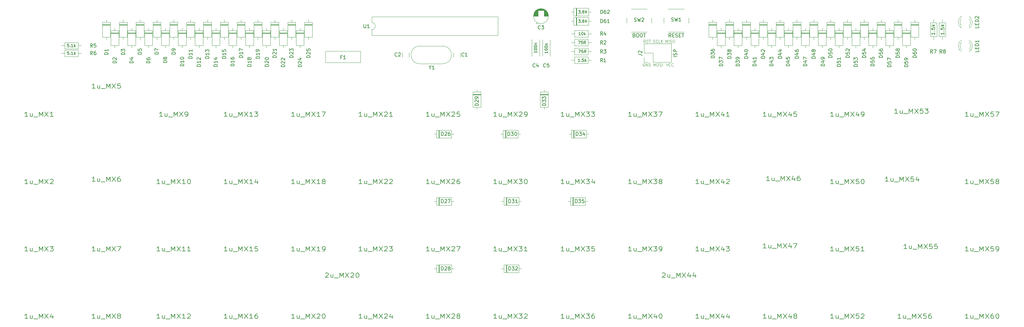
<source format=gbr>
G04 #@! TF.GenerationSoftware,KiCad,Pcbnew,(5.1.10-1-10_14)*
G04 #@! TF.CreationDate,2021-09-01T20:14:40+02:00*
G04 #@! TF.ProjectId,rosaline-ortho,726f7361-6c69-46e6-952d-6f7274686f2e,1.1*
G04 #@! TF.SameCoordinates,Original*
G04 #@! TF.FileFunction,Legend,Top*
G04 #@! TF.FilePolarity,Positive*
%FSLAX46Y46*%
G04 Gerber Fmt 4.6, Leading zero omitted, Abs format (unit mm)*
G04 Created by KiCad (PCBNEW (5.1.10-1-10_14)) date 2021-09-01 20:14:40*
%MOMM*%
%LPD*%
G01*
G04 APERTURE LIST*
%ADD10C,0.100000*%
%ADD11C,0.150000*%
%ADD12C,0.120000*%
%ADD13C,0.203200*%
G04 APERTURE END LIST*
D10*
X196232351Y-67036904D02*
X196232351Y-66236904D01*
X196499017Y-66808333D01*
X196765684Y-66236904D01*
X196765684Y-67036904D01*
X197146636Y-67036904D02*
X197146636Y-66236904D01*
X197489494Y-66998809D02*
X197603779Y-67036904D01*
X197794255Y-67036904D01*
X197870446Y-66998809D01*
X197908541Y-66960714D01*
X197946636Y-66884523D01*
X197946636Y-66808333D01*
X197908541Y-66732142D01*
X197870446Y-66694047D01*
X197794255Y-66655952D01*
X197641875Y-66617857D01*
X197565684Y-66579761D01*
X197527589Y-66541666D01*
X197489494Y-66465476D01*
X197489494Y-66389285D01*
X197527589Y-66313095D01*
X197565684Y-66275000D01*
X197641875Y-66236904D01*
X197832351Y-66236904D01*
X197946636Y-66275000D01*
X198441875Y-66236904D02*
X198594255Y-66236904D01*
X198670446Y-66275000D01*
X198746636Y-66351190D01*
X198784732Y-66503571D01*
X198784732Y-66770238D01*
X198746636Y-66922619D01*
X198670446Y-66998809D01*
X198594255Y-67036904D01*
X198441875Y-67036904D01*
X198365684Y-66998809D01*
X198289494Y-66922619D01*
X198251398Y-66770238D01*
X198251398Y-66503571D01*
X198289494Y-66351190D01*
X198365684Y-66275000D01*
X198441875Y-66236904D01*
X192719494Y-66998809D02*
X192833779Y-67036904D01*
X193024255Y-67036904D01*
X193100446Y-66998809D01*
X193138541Y-66960714D01*
X193176636Y-66884523D01*
X193176636Y-66808333D01*
X193138541Y-66732142D01*
X193100446Y-66694047D01*
X193024255Y-66655952D01*
X192871875Y-66617857D01*
X192795684Y-66579761D01*
X192757589Y-66541666D01*
X192719494Y-66465476D01*
X192719494Y-66389285D01*
X192757589Y-66313095D01*
X192795684Y-66275000D01*
X192871875Y-66236904D01*
X193062351Y-66236904D01*
X193176636Y-66275000D01*
X193976636Y-66960714D02*
X193938541Y-66998809D01*
X193824255Y-67036904D01*
X193748065Y-67036904D01*
X193633779Y-66998809D01*
X193557589Y-66922619D01*
X193519494Y-66846428D01*
X193481398Y-66694047D01*
X193481398Y-66579761D01*
X193519494Y-66427380D01*
X193557589Y-66351190D01*
X193633779Y-66275000D01*
X193748065Y-66236904D01*
X193824255Y-66236904D01*
X193938541Y-66275000D01*
X193976636Y-66313095D01*
X194700446Y-67036904D02*
X194319494Y-67036904D01*
X194319494Y-66236904D01*
X194967113Y-67036904D02*
X194967113Y-66236904D01*
X195424255Y-67036904D02*
X195081398Y-66579761D01*
X195424255Y-66236904D02*
X194967113Y-66694047D01*
X192814732Y-73704404D02*
X192814732Y-72904404D01*
X193081398Y-73475833D01*
X193348065Y-72904404D01*
X193348065Y-73704404D01*
X193881398Y-72904404D02*
X194033779Y-72904404D01*
X194109970Y-72942500D01*
X194186160Y-73018690D01*
X194224255Y-73171071D01*
X194224255Y-73437738D01*
X194186160Y-73590119D01*
X194109970Y-73666309D01*
X194033779Y-73704404D01*
X193881398Y-73704404D01*
X193805208Y-73666309D01*
X193729017Y-73590119D01*
X193690922Y-73437738D01*
X193690922Y-73171071D01*
X193729017Y-73018690D01*
X193805208Y-72942500D01*
X193881398Y-72904404D01*
X194529017Y-73666309D02*
X194643303Y-73704404D01*
X194833779Y-73704404D01*
X194909970Y-73666309D01*
X194948065Y-73628214D01*
X194986160Y-73552023D01*
X194986160Y-73475833D01*
X194948065Y-73399642D01*
X194909970Y-73361547D01*
X194833779Y-73323452D01*
X194681398Y-73285357D01*
X194605208Y-73247261D01*
X194567113Y-73209166D01*
X194529017Y-73132976D01*
X194529017Y-73056785D01*
X194567113Y-72980595D01*
X194605208Y-72942500D01*
X194681398Y-72904404D01*
X194871875Y-72904404D01*
X194986160Y-72942500D01*
X195329017Y-73704404D02*
X195329017Y-72904404D01*
X196356190Y-72904404D02*
X196622857Y-73704404D01*
X196889523Y-72904404D01*
X197613333Y-73628214D02*
X197575238Y-73666309D01*
X197460952Y-73704404D01*
X197384761Y-73704404D01*
X197270476Y-73666309D01*
X197194285Y-73590119D01*
X197156190Y-73513928D01*
X197118095Y-73361547D01*
X197118095Y-73247261D01*
X197156190Y-73094880D01*
X197194285Y-73018690D01*
X197270476Y-72942500D01*
X197384761Y-72904404D01*
X197460952Y-72904404D01*
X197575238Y-72942500D01*
X197613333Y-72980595D01*
X198413333Y-73628214D02*
X198375238Y-73666309D01*
X198260952Y-73704404D01*
X198184761Y-73704404D01*
X198070476Y-73666309D01*
X197994285Y-73590119D01*
X197956190Y-73513928D01*
X197918095Y-73361547D01*
X197918095Y-73247261D01*
X197956190Y-73094880D01*
X197994285Y-73018690D01*
X198070476Y-72942500D01*
X198184761Y-72904404D01*
X198260952Y-72904404D01*
X198375238Y-72942500D01*
X198413333Y-72980595D01*
X190273303Y-72942500D02*
X190197113Y-72904404D01*
X190082827Y-72904404D01*
X189968541Y-72942500D01*
X189892351Y-73018690D01*
X189854255Y-73094880D01*
X189816160Y-73247261D01*
X189816160Y-73361547D01*
X189854255Y-73513928D01*
X189892351Y-73590119D01*
X189968541Y-73666309D01*
X190082827Y-73704404D01*
X190159017Y-73704404D01*
X190273303Y-73666309D01*
X190311398Y-73628214D01*
X190311398Y-73361547D01*
X190159017Y-73361547D01*
X190654255Y-73704404D02*
X190654255Y-72904404D01*
X191111398Y-73704404D01*
X191111398Y-72904404D01*
X191492351Y-73704404D02*
X191492351Y-72904404D01*
X191682827Y-72904404D01*
X191797113Y-72942500D01*
X191873303Y-73018690D01*
X191911398Y-73094880D01*
X191949494Y-73247261D01*
X191949494Y-73361547D01*
X191911398Y-73513928D01*
X191873303Y-73590119D01*
X191797113Y-73666309D01*
X191682827Y-73704404D01*
X191492351Y-73704404D01*
X190538499Y-67036904D02*
X190271832Y-66655952D01*
X190081356Y-67036904D02*
X190081356Y-66236904D01*
X190386118Y-66236904D01*
X190462309Y-66275000D01*
X190500404Y-66313095D01*
X190538499Y-66389285D01*
X190538499Y-66503571D01*
X190500404Y-66579761D01*
X190462309Y-66617857D01*
X190386118Y-66655952D01*
X190081356Y-66655952D01*
X190843261Y-66998809D02*
X190957547Y-67036904D01*
X191148023Y-67036904D01*
X191224213Y-66998809D01*
X191262309Y-66960714D01*
X191300404Y-66884523D01*
X191300404Y-66808333D01*
X191262309Y-66732142D01*
X191224213Y-66694047D01*
X191148023Y-66655952D01*
X190995642Y-66617857D01*
X190919451Y-66579761D01*
X190881356Y-66541666D01*
X190843261Y-66465476D01*
X190843261Y-66389285D01*
X190881356Y-66313095D01*
X190919451Y-66275000D01*
X190995642Y-66236904D01*
X191186118Y-66236904D01*
X191300404Y-66275000D01*
X191528975Y-66236904D02*
X191986118Y-66236904D01*
X191757547Y-67036904D02*
X191757547Y-66236904D01*
D11*
X199455717Y-70984940D02*
X198455717Y-70984940D01*
X199408098Y-70556369D02*
X199455717Y-70413511D01*
X199455717Y-70175416D01*
X199408098Y-70080178D01*
X199360479Y-70032559D01*
X199265241Y-69984940D01*
X199170003Y-69984940D01*
X199074765Y-70032559D01*
X199027146Y-70080178D01*
X198979527Y-70175416D01*
X198931908Y-70365892D01*
X198884289Y-70461130D01*
X198836670Y-70508750D01*
X198741432Y-70556369D01*
X198646194Y-70556369D01*
X198550956Y-70508750D01*
X198503337Y-70461130D01*
X198455717Y-70365892D01*
X198455717Y-70127797D01*
X198503337Y-69984940D01*
X199455717Y-69556369D02*
X198455717Y-69556369D01*
X198455717Y-69175416D01*
X198503337Y-69080178D01*
X198550956Y-69032559D01*
X198646194Y-68984940D01*
X198789051Y-68984940D01*
X198884289Y-69032559D01*
X198931908Y-69080178D01*
X198979527Y-69175416D01*
X198979527Y-69556369D01*
D12*
X236863750Y-63602500D02*
X234623750Y-63602500D01*
X234623750Y-63602500D02*
X234623750Y-67842500D01*
X234623750Y-67842500D02*
X236863750Y-67842500D01*
X236863750Y-67842500D02*
X236863750Y-63602500D01*
X235743750Y-62952500D02*
X235743750Y-63602500D01*
X235743750Y-68492500D02*
X235743750Y-67842500D01*
X236863750Y-64322500D02*
X234623750Y-64322500D01*
X236863750Y-64442500D02*
X234623750Y-64442500D01*
X236863750Y-64202500D02*
X234623750Y-64202500D01*
X213051250Y-63602500D02*
X210811250Y-63602500D01*
X210811250Y-63602500D02*
X210811250Y-67842500D01*
X210811250Y-67842500D02*
X213051250Y-67842500D01*
X213051250Y-67842500D02*
X213051250Y-63602500D01*
X211931250Y-62952500D02*
X211931250Y-63602500D01*
X211931250Y-68492500D02*
X211931250Y-67842500D01*
X213051250Y-64322500D02*
X210811250Y-64322500D01*
X213051250Y-64442500D02*
X210811250Y-64442500D01*
X213051250Y-64202500D02*
X210811250Y-64202500D01*
X248770000Y-61221250D02*
X246530000Y-61221250D01*
X246530000Y-61221250D02*
X246530000Y-65461250D01*
X246530000Y-65461250D02*
X248770000Y-65461250D01*
X248770000Y-65461250D02*
X248770000Y-61221250D01*
X247650000Y-60571250D02*
X247650000Y-61221250D01*
X247650000Y-66111250D02*
X247650000Y-65461250D01*
X248770000Y-61941250D02*
X246530000Y-61941250D01*
X248770000Y-62061250D02*
X246530000Y-62061250D01*
X248770000Y-61821250D02*
X246530000Y-61821250D01*
X227338750Y-64202500D02*
X225098750Y-64202500D01*
X227338750Y-64442500D02*
X225098750Y-64442500D01*
X227338750Y-64322500D02*
X225098750Y-64322500D01*
X226218750Y-68492500D02*
X226218750Y-67842500D01*
X226218750Y-62952500D02*
X226218750Y-63602500D01*
X227338750Y-67842500D02*
X227338750Y-63602500D01*
X225098750Y-67842500D02*
X227338750Y-67842500D01*
X225098750Y-63602500D02*
X225098750Y-67842500D01*
X227338750Y-63602500D02*
X225098750Y-63602500D01*
X65413750Y-63602500D02*
X63173750Y-63602500D01*
X63173750Y-63602500D02*
X63173750Y-67842500D01*
X63173750Y-67842500D02*
X65413750Y-67842500D01*
X65413750Y-67842500D02*
X65413750Y-63602500D01*
X64293750Y-62952500D02*
X64293750Y-63602500D01*
X64293750Y-68492500D02*
X64293750Y-67842500D01*
X65413750Y-64322500D02*
X63173750Y-64322500D01*
X65413750Y-64442500D02*
X63173750Y-64442500D01*
X65413750Y-64202500D02*
X63173750Y-64202500D01*
X170482500Y-63580000D02*
X170482500Y-65420000D01*
X170482500Y-65420000D02*
X174322500Y-65420000D01*
X174322500Y-65420000D02*
X174322500Y-63580000D01*
X174322500Y-63580000D02*
X170482500Y-63580000D01*
X169532500Y-64500000D02*
X170482500Y-64500000D01*
X175272500Y-64500000D02*
X174322500Y-64500000D01*
X174322500Y-67920000D02*
X174322500Y-66080000D01*
X174322500Y-66080000D02*
X170482500Y-66080000D01*
X170482500Y-66080000D02*
X170482500Y-67920000D01*
X170482500Y-67920000D02*
X174322500Y-67920000D01*
X175272500Y-67000000D02*
X174322500Y-67000000D01*
X169532500Y-67000000D02*
X170482500Y-67000000D01*
X100060000Y-69453250D02*
X109960000Y-69453250D01*
X100060000Y-72653250D02*
X109940000Y-72653250D01*
X100060000Y-69453250D02*
X100060000Y-72653250D01*
X109960000Y-69453250D02*
X109960000Y-72653250D01*
X70176250Y-64202500D02*
X67936250Y-64202500D01*
X70176250Y-64442500D02*
X67936250Y-64442500D01*
X70176250Y-64322500D02*
X67936250Y-64322500D01*
X69056250Y-68492500D02*
X69056250Y-67842500D01*
X69056250Y-62952500D02*
X69056250Y-63602500D01*
X70176250Y-67842500D02*
X70176250Y-63602500D01*
X67936250Y-67842500D02*
X70176250Y-67842500D01*
X67936250Y-63602500D02*
X67936250Y-67842500D01*
X70176250Y-63602500D02*
X67936250Y-63602500D01*
X46363750Y-64202500D02*
X44123750Y-64202500D01*
X46363750Y-64442500D02*
X44123750Y-64442500D01*
X46363750Y-64322500D02*
X44123750Y-64322500D01*
X45243750Y-68492500D02*
X45243750Y-67842500D01*
X45243750Y-62952500D02*
X45243750Y-63602500D01*
X46363750Y-67842500D02*
X46363750Y-63602500D01*
X44123750Y-67842500D02*
X46363750Y-67842500D01*
X44123750Y-63602500D02*
X44123750Y-67842500D01*
X46363750Y-63602500D02*
X44123750Y-63602500D01*
X229720000Y-61821250D02*
X227480000Y-61821250D01*
X229720000Y-62061250D02*
X227480000Y-62061250D01*
X229720000Y-61941250D02*
X227480000Y-61941250D01*
X228600000Y-66111250D02*
X228600000Y-65461250D01*
X228600000Y-60571250D02*
X228600000Y-61221250D01*
X229720000Y-65461250D02*
X229720000Y-61221250D01*
X227480000Y-65461250D02*
X229720000Y-65461250D01*
X227480000Y-61221250D02*
X227480000Y-65461250D01*
X229720000Y-61221250D02*
X227480000Y-61221250D01*
X96370000Y-61221250D02*
X94130000Y-61221250D01*
X94130000Y-61221250D02*
X94130000Y-65461250D01*
X94130000Y-65461250D02*
X96370000Y-65461250D01*
X96370000Y-65461250D02*
X96370000Y-61221250D01*
X95250000Y-60571250D02*
X95250000Y-61221250D01*
X95250000Y-66111250D02*
X95250000Y-65461250D01*
X96370000Y-61941250D02*
X94130000Y-61941250D01*
X96370000Y-62061250D02*
X94130000Y-62061250D01*
X96370000Y-61821250D02*
X94130000Y-61821250D01*
X159605000Y-61565426D02*
X160005000Y-61565426D01*
X159805000Y-61765426D02*
X159805000Y-61365426D01*
X160630000Y-57414625D02*
X161370000Y-57414625D01*
X160463000Y-57454625D02*
X161537000Y-57454625D01*
X160336000Y-57494625D02*
X161664000Y-57494625D01*
X160232000Y-57534625D02*
X161768000Y-57534625D01*
X160141000Y-57574625D02*
X161859000Y-57574625D01*
X160060000Y-57614625D02*
X161940000Y-57614625D01*
X159987000Y-57654625D02*
X162013000Y-57654625D01*
X159920000Y-57694625D02*
X162080000Y-57694625D01*
X159858000Y-57734625D02*
X162142000Y-57734625D01*
X159800000Y-57774625D02*
X162200000Y-57774625D01*
X159746000Y-57814625D02*
X162254000Y-57814625D01*
X159696000Y-57854625D02*
X162304000Y-57854625D01*
X159649000Y-57894625D02*
X162351000Y-57894625D01*
X161840000Y-57934625D02*
X162396000Y-57934625D01*
X159604000Y-57934625D02*
X160160000Y-57934625D01*
X161840000Y-57974625D02*
X162438000Y-57974625D01*
X159562000Y-57974625D02*
X160160000Y-57974625D01*
X161840000Y-58014625D02*
X162478000Y-58014625D01*
X159522000Y-58014625D02*
X160160000Y-58014625D01*
X161840000Y-58054625D02*
X162516000Y-58054625D01*
X159484000Y-58054625D02*
X160160000Y-58054625D01*
X161840000Y-58094625D02*
X162552000Y-58094625D01*
X159448000Y-58094625D02*
X160160000Y-58094625D01*
X161840000Y-58134625D02*
X162587000Y-58134625D01*
X159413000Y-58134625D02*
X160160000Y-58134625D01*
X161840000Y-58174625D02*
X162619000Y-58174625D01*
X159381000Y-58174625D02*
X160160000Y-58174625D01*
X161840000Y-58214625D02*
X162650000Y-58214625D01*
X159350000Y-58214625D02*
X160160000Y-58214625D01*
X161840000Y-58254625D02*
X162680000Y-58254625D01*
X159320000Y-58254625D02*
X160160000Y-58254625D01*
X161840000Y-58294625D02*
X162708000Y-58294625D01*
X159292000Y-58294625D02*
X160160000Y-58294625D01*
X161840000Y-58334625D02*
X162735000Y-58334625D01*
X159265000Y-58334625D02*
X160160000Y-58334625D01*
X161840000Y-58374625D02*
X162760000Y-58374625D01*
X159240000Y-58374625D02*
X160160000Y-58374625D01*
X161840000Y-58414625D02*
X162785000Y-58414625D01*
X159215000Y-58414625D02*
X160160000Y-58414625D01*
X161840000Y-58454625D02*
X162808000Y-58454625D01*
X159192000Y-58454625D02*
X160160000Y-58454625D01*
X161840000Y-58494625D02*
X162830000Y-58494625D01*
X159170000Y-58494625D02*
X160160000Y-58494625D01*
X161840000Y-58534625D02*
X162851000Y-58534625D01*
X159149000Y-58534625D02*
X160160000Y-58534625D01*
X161840000Y-58574625D02*
X162870000Y-58574625D01*
X159130000Y-58574625D02*
X160160000Y-58574625D01*
X161840000Y-58614625D02*
X162889000Y-58614625D01*
X159111000Y-58614625D02*
X160160000Y-58614625D01*
X161840000Y-58654625D02*
X162907000Y-58654625D01*
X159093000Y-58654625D02*
X160160000Y-58654625D01*
X161840000Y-58694625D02*
X162924000Y-58694625D01*
X159076000Y-58694625D02*
X160160000Y-58694625D01*
X161840000Y-58734625D02*
X162940000Y-58734625D01*
X159060000Y-58734625D02*
X160160000Y-58734625D01*
X161840000Y-58774625D02*
X162954000Y-58774625D01*
X159046000Y-58774625D02*
X160160000Y-58774625D01*
X161840000Y-58815625D02*
X162968000Y-58815625D01*
X159032000Y-58815625D02*
X160160000Y-58815625D01*
X161840000Y-58855625D02*
X162982000Y-58855625D01*
X159018000Y-58855625D02*
X160160000Y-58855625D01*
X161840000Y-58895625D02*
X162994000Y-58895625D01*
X159006000Y-58895625D02*
X160160000Y-58895625D01*
X161840000Y-58935625D02*
X163005000Y-58935625D01*
X158995000Y-58935625D02*
X160160000Y-58935625D01*
X161840000Y-58975625D02*
X163016000Y-58975625D01*
X158984000Y-58975625D02*
X160160000Y-58975625D01*
X161840000Y-59015625D02*
X163025000Y-59015625D01*
X158975000Y-59015625D02*
X160160000Y-59015625D01*
X161840000Y-59055625D02*
X163034000Y-59055625D01*
X158966000Y-59055625D02*
X160160000Y-59055625D01*
X161840000Y-59095625D02*
X163042000Y-59095625D01*
X158958000Y-59095625D02*
X160160000Y-59095625D01*
X161840000Y-59135625D02*
X163050000Y-59135625D01*
X158950000Y-59135625D02*
X160160000Y-59135625D01*
X161840000Y-59175625D02*
X163056000Y-59175625D01*
X158944000Y-59175625D02*
X160160000Y-59175625D01*
X161840000Y-59215625D02*
X163062000Y-59215625D01*
X158938000Y-59215625D02*
X160160000Y-59215625D01*
X161840000Y-59255625D02*
X163067000Y-59255625D01*
X158933000Y-59255625D02*
X160160000Y-59255625D01*
X161840000Y-59295625D02*
X163071000Y-59295625D01*
X158929000Y-59295625D02*
X160160000Y-59295625D01*
X161840000Y-59335625D02*
X163074000Y-59335625D01*
X158926000Y-59335625D02*
X160160000Y-59335625D01*
X161840000Y-59375625D02*
X163077000Y-59375625D01*
X158923000Y-59375625D02*
X160160000Y-59375625D01*
X158921000Y-59415625D02*
X160160000Y-59415625D01*
X161840000Y-59415625D02*
X163079000Y-59415625D01*
X158920000Y-59455625D02*
X160160000Y-59455625D01*
X161840000Y-59455625D02*
X163080000Y-59455625D01*
X158920000Y-59495625D02*
X160160000Y-59495625D01*
X161840000Y-59495625D02*
X163080000Y-59495625D01*
X163120000Y-59495625D02*
G75*
G03*
X163120000Y-59495625I-2120000J0D01*
G01*
X158445000Y-70770000D02*
X158430000Y-70770000D01*
X160570000Y-70770000D02*
X160555000Y-70770000D01*
X158445000Y-66230000D02*
X158430000Y-66230000D01*
X160570000Y-66230000D02*
X160555000Y-66230000D01*
X158430000Y-66230000D02*
X158430000Y-70770000D01*
X160570000Y-66230000D02*
X160570000Y-70770000D01*
X163570000Y-66230000D02*
X163570000Y-70770000D01*
X161430000Y-66230000D02*
X161430000Y-70770000D01*
X163570000Y-66230000D02*
X163555000Y-66230000D01*
X161445000Y-66230000D02*
X161430000Y-66230000D01*
X163570000Y-70770000D02*
X163555000Y-70770000D01*
X161445000Y-70770000D02*
X161430000Y-70770000D01*
X138170000Y-69871000D02*
X138170000Y-71129000D01*
X136330000Y-69871000D02*
X136330000Y-71129000D01*
X121830000Y-69871000D02*
X121830000Y-71129000D01*
X123670000Y-69871000D02*
X123670000Y-71129000D01*
X190122500Y-72529375D02*
X190122500Y-71199375D01*
X191452500Y-72529375D02*
X190122500Y-72529375D01*
X190122500Y-69929375D02*
X190122500Y-67329375D01*
X192722500Y-69929375D02*
X190122500Y-69929375D01*
X192722500Y-72529375D02*
X192722500Y-69929375D01*
X190122500Y-67329375D02*
X197862500Y-67329375D01*
X192722500Y-72529375D02*
X197862500Y-72529375D01*
X197862500Y-72529375D02*
X197862500Y-67329375D01*
X279907500Y-66385000D02*
X279751500Y-66385000D01*
X282223500Y-66385000D02*
X282067500Y-66385000D01*
X282066108Y-69617335D02*
G75*
G03*
X282223016Y-66385000I-1078608J1672335D01*
G01*
X279908892Y-69617335D02*
G75*
G02*
X279751984Y-66385000I1078608J1672335D01*
G01*
X282067337Y-68986130D02*
G75*
G03*
X282067500Y-66904039I-1079837J1041130D01*
G01*
X279907663Y-68986130D02*
G75*
G02*
X279907500Y-66904039I1079837J1041130D01*
G01*
X195750000Y-60000000D02*
X195750000Y-61500000D01*
X197000000Y-64000000D02*
X201500000Y-64000000D01*
X202750000Y-61500000D02*
X202750000Y-60000000D01*
X201500000Y-57500000D02*
X197000000Y-57500000D01*
X191000000Y-57500000D02*
X186500000Y-57500000D01*
X192250000Y-61500000D02*
X192250000Y-60000000D01*
X186500000Y-64000000D02*
X191000000Y-64000000D01*
X185250000Y-60000000D02*
X185250000Y-61500000D01*
X126757500Y-73010000D02*
X133157500Y-73010000D01*
X126757500Y-67960000D02*
X133157500Y-67960000D01*
X126757500Y-73010000D02*
G75*
G02*
X126757500Y-67960000I0J2525000D01*
G01*
X133157500Y-73010000D02*
G75*
G03*
X133157500Y-67960000I0J2525000D01*
G01*
X113150000Y-59660000D02*
X113150000Y-61310000D01*
X148830000Y-59660000D02*
X113150000Y-59660000D01*
X148830000Y-64960000D02*
X148830000Y-59660000D01*
X113150000Y-64960000D02*
X148830000Y-64960000D01*
X113150000Y-63310000D02*
X113150000Y-64960000D01*
X113150000Y-61310000D02*
G75*
G02*
X113150000Y-63310000I0J-1000000D01*
G01*
X170882500Y-59840000D02*
X170882500Y-62080000D01*
X171122500Y-59840000D02*
X171122500Y-62080000D01*
X171002500Y-59840000D02*
X171002500Y-62080000D01*
X175172500Y-60960000D02*
X174522500Y-60960000D01*
X169632500Y-60960000D02*
X170282500Y-60960000D01*
X174522500Y-59840000D02*
X170282500Y-59840000D01*
X174522500Y-62080000D02*
X174522500Y-59840000D01*
X170282500Y-62080000D02*
X174522500Y-62080000D01*
X170282500Y-59840000D02*
X170282500Y-62080000D01*
X170282500Y-57220625D02*
X170282500Y-59460625D01*
X170282500Y-59460625D02*
X174522500Y-59460625D01*
X174522500Y-59460625D02*
X174522500Y-57220625D01*
X174522500Y-57220625D02*
X170282500Y-57220625D01*
X169632500Y-58340625D02*
X170282500Y-58340625D01*
X175172500Y-58340625D02*
X174522500Y-58340625D01*
X171002500Y-57220625D02*
X171002500Y-59460625D01*
X171122500Y-57220625D02*
X171122500Y-59460625D01*
X170882500Y-57220625D02*
X170882500Y-59460625D01*
X39220000Y-61821250D02*
X36980000Y-61821250D01*
X39220000Y-62061250D02*
X36980000Y-62061250D01*
X39220000Y-61941250D02*
X36980000Y-61941250D01*
X38100000Y-66111250D02*
X38100000Y-65461250D01*
X38100000Y-60571250D02*
X38100000Y-61221250D01*
X39220000Y-65461250D02*
X39220000Y-61221250D01*
X36980000Y-65461250D02*
X39220000Y-65461250D01*
X36980000Y-61221250D02*
X36980000Y-65461250D01*
X39220000Y-61221250D02*
X36980000Y-61221250D01*
X58270000Y-61821250D02*
X56030000Y-61821250D01*
X58270000Y-62061250D02*
X56030000Y-62061250D01*
X58270000Y-61941250D02*
X56030000Y-61941250D01*
X57150000Y-66111250D02*
X57150000Y-65461250D01*
X57150000Y-60571250D02*
X57150000Y-61221250D01*
X58270000Y-65461250D02*
X58270000Y-61221250D01*
X56030000Y-65461250D02*
X58270000Y-65461250D01*
X56030000Y-61221250D02*
X56030000Y-65461250D01*
X58270000Y-61221250D02*
X56030000Y-61221250D01*
X77320000Y-61221250D02*
X75080000Y-61221250D01*
X75080000Y-61221250D02*
X75080000Y-65461250D01*
X75080000Y-65461250D02*
X77320000Y-65461250D01*
X77320000Y-65461250D02*
X77320000Y-61221250D01*
X76200000Y-60571250D02*
X76200000Y-61221250D01*
X76200000Y-66111250D02*
X76200000Y-65461250D01*
X77320000Y-61941250D02*
X75080000Y-61941250D01*
X77320000Y-62061250D02*
X75080000Y-62061250D01*
X77320000Y-61821250D02*
X75080000Y-61821250D01*
X163045000Y-81585625D02*
X160805000Y-81585625D01*
X163045000Y-81825625D02*
X160805000Y-81825625D01*
X163045000Y-81705625D02*
X160805000Y-81705625D01*
X161925000Y-85875625D02*
X161925000Y-85225625D01*
X161925000Y-80335625D02*
X161925000Y-80985625D01*
X163045000Y-85225625D02*
X163045000Y-80985625D01*
X160805000Y-85225625D02*
X163045000Y-85225625D01*
X160805000Y-80985625D02*
X160805000Y-85225625D01*
X163045000Y-80985625D02*
X160805000Y-80985625D01*
X222576250Y-64202500D02*
X220336250Y-64202500D01*
X222576250Y-64442500D02*
X220336250Y-64442500D01*
X222576250Y-64322500D02*
X220336250Y-64322500D01*
X221456250Y-68492500D02*
X221456250Y-67842500D01*
X221456250Y-62952500D02*
X221456250Y-63602500D01*
X222576250Y-67842500D02*
X222576250Y-63602500D01*
X220336250Y-67842500D02*
X222576250Y-67842500D01*
X220336250Y-63602500D02*
X220336250Y-67842500D01*
X222576250Y-63602500D02*
X220336250Y-63602500D01*
X253532500Y-61221250D02*
X251292500Y-61221250D01*
X251292500Y-61221250D02*
X251292500Y-65461250D01*
X251292500Y-65461250D02*
X253532500Y-65461250D01*
X253532500Y-65461250D02*
X253532500Y-61221250D01*
X252412500Y-60571250D02*
X252412500Y-61221250D01*
X252412500Y-66111250D02*
X252412500Y-65461250D01*
X253532500Y-61941250D02*
X251292500Y-61941250D01*
X253532500Y-62061250D02*
X251292500Y-62061250D01*
X253532500Y-61821250D02*
X251292500Y-61821250D01*
X41601250Y-64202500D02*
X39361250Y-64202500D01*
X41601250Y-64442500D02*
X39361250Y-64442500D01*
X41601250Y-64322500D02*
X39361250Y-64322500D01*
X40481250Y-68492500D02*
X40481250Y-67842500D01*
X40481250Y-62952500D02*
X40481250Y-63602500D01*
X41601250Y-67842500D02*
X41601250Y-63602500D01*
X39361250Y-67842500D02*
X41601250Y-67842500D01*
X39361250Y-63602500D02*
X39361250Y-67842500D01*
X41601250Y-63602500D02*
X39361250Y-63602500D01*
X60651250Y-64202500D02*
X58411250Y-64202500D01*
X60651250Y-64442500D02*
X58411250Y-64442500D01*
X60651250Y-64322500D02*
X58411250Y-64322500D01*
X59531250Y-68492500D02*
X59531250Y-67842500D01*
X59531250Y-62952500D02*
X59531250Y-63602500D01*
X60651250Y-67842500D02*
X60651250Y-63602500D01*
X58411250Y-67842500D02*
X60651250Y-67842500D01*
X58411250Y-63602500D02*
X58411250Y-67842500D01*
X60651250Y-63602500D02*
X58411250Y-63602500D01*
X79701250Y-63602500D02*
X77461250Y-63602500D01*
X77461250Y-63602500D02*
X77461250Y-67842500D01*
X77461250Y-67842500D02*
X79701250Y-67842500D01*
X79701250Y-67842500D02*
X79701250Y-63602500D01*
X78581250Y-62952500D02*
X78581250Y-63602500D01*
X78581250Y-68492500D02*
X78581250Y-67842500D01*
X79701250Y-64322500D02*
X77461250Y-64322500D01*
X79701250Y-64442500D02*
X77461250Y-64442500D01*
X79701250Y-64202500D02*
X77461250Y-64202500D01*
X131468125Y-91748750D02*
X131468125Y-93988750D01*
X131468125Y-93988750D02*
X135708125Y-93988750D01*
X135708125Y-93988750D02*
X135708125Y-91748750D01*
X135708125Y-91748750D02*
X131468125Y-91748750D01*
X130818125Y-92868750D02*
X131468125Y-92868750D01*
X136358125Y-92868750D02*
X135708125Y-92868750D01*
X132188125Y-91748750D02*
X132188125Y-93988750D01*
X132308125Y-91748750D02*
X132308125Y-93988750D01*
X132068125Y-91748750D02*
X132068125Y-93988750D01*
X170168125Y-91748750D02*
X170168125Y-93988750D01*
X170408125Y-91748750D02*
X170408125Y-93988750D01*
X170288125Y-91748750D02*
X170288125Y-93988750D01*
X174458125Y-92868750D02*
X173808125Y-92868750D01*
X168918125Y-92868750D02*
X169568125Y-92868750D01*
X173808125Y-91748750D02*
X169568125Y-91748750D01*
X173808125Y-93988750D02*
X173808125Y-91748750D01*
X169568125Y-93988750D02*
X173808125Y-93988750D01*
X169568125Y-91748750D02*
X169568125Y-93988750D01*
X224957500Y-61221250D02*
X222717500Y-61221250D01*
X222717500Y-61221250D02*
X222717500Y-65461250D01*
X222717500Y-65461250D02*
X224957500Y-65461250D01*
X224957500Y-65461250D02*
X224957500Y-61221250D01*
X223837500Y-60571250D02*
X223837500Y-61221250D01*
X223837500Y-66111250D02*
X223837500Y-65461250D01*
X224957500Y-61941250D02*
X222717500Y-61941250D01*
X224957500Y-62061250D02*
X222717500Y-62061250D01*
X224957500Y-61821250D02*
X222717500Y-61821250D01*
X241626250Y-64202500D02*
X239386250Y-64202500D01*
X241626250Y-64442500D02*
X239386250Y-64442500D01*
X241626250Y-64322500D02*
X239386250Y-64322500D01*
X240506250Y-68492500D02*
X240506250Y-67842500D01*
X240506250Y-62952500D02*
X240506250Y-63602500D01*
X241626250Y-67842500D02*
X241626250Y-63602500D01*
X239386250Y-67842500D02*
X241626250Y-67842500D01*
X239386250Y-63602500D02*
X239386250Y-67842500D01*
X241626250Y-63602500D02*
X239386250Y-63602500D01*
X255913750Y-64202500D02*
X253673750Y-64202500D01*
X255913750Y-64442500D02*
X253673750Y-64442500D01*
X255913750Y-64322500D02*
X253673750Y-64322500D01*
X254793750Y-68492500D02*
X254793750Y-67842500D01*
X254793750Y-62952500D02*
X254793750Y-63602500D01*
X255913750Y-67842500D02*
X255913750Y-63602500D01*
X253673750Y-67842500D02*
X255913750Y-67842500D01*
X253673750Y-63602500D02*
X253673750Y-67842500D01*
X255913750Y-63602500D02*
X253673750Y-63602500D01*
X43982500Y-61221250D02*
X41742500Y-61221250D01*
X41742500Y-61221250D02*
X41742500Y-65461250D01*
X41742500Y-65461250D02*
X43982500Y-65461250D01*
X43982500Y-65461250D02*
X43982500Y-61221250D01*
X42862500Y-60571250D02*
X42862500Y-61221250D01*
X42862500Y-66111250D02*
X42862500Y-65461250D01*
X43982500Y-61941250D02*
X41742500Y-61941250D01*
X43982500Y-62061250D02*
X41742500Y-62061250D01*
X43982500Y-61821250D02*
X41742500Y-61821250D01*
X63032500Y-61221250D02*
X60792500Y-61221250D01*
X60792500Y-61221250D02*
X60792500Y-65461250D01*
X60792500Y-65461250D02*
X63032500Y-65461250D01*
X63032500Y-65461250D02*
X63032500Y-61221250D01*
X61912500Y-60571250D02*
X61912500Y-61221250D01*
X61912500Y-66111250D02*
X61912500Y-65461250D01*
X63032500Y-61941250D02*
X60792500Y-61941250D01*
X63032500Y-62061250D02*
X60792500Y-62061250D01*
X63032500Y-61821250D02*
X60792500Y-61821250D01*
X82082500Y-61221250D02*
X79842500Y-61221250D01*
X79842500Y-61221250D02*
X79842500Y-65461250D01*
X79842500Y-65461250D02*
X82082500Y-65461250D01*
X82082500Y-65461250D02*
X82082500Y-61221250D01*
X80962500Y-60571250D02*
X80962500Y-61221250D01*
X80962500Y-66111250D02*
X80962500Y-65461250D01*
X82082500Y-61941250D02*
X79842500Y-61941250D01*
X82082500Y-62061250D02*
X79842500Y-62061250D01*
X82082500Y-61821250D02*
X79842500Y-61821250D01*
X132068125Y-110798750D02*
X132068125Y-113038750D01*
X132308125Y-110798750D02*
X132308125Y-113038750D01*
X132188125Y-110798750D02*
X132188125Y-113038750D01*
X136358125Y-111918750D02*
X135708125Y-111918750D01*
X130818125Y-111918750D02*
X131468125Y-111918750D01*
X135708125Y-110798750D02*
X131468125Y-110798750D01*
X135708125Y-113038750D02*
X135708125Y-110798750D01*
X131468125Y-113038750D02*
X135708125Y-113038750D01*
X131468125Y-110798750D02*
X131468125Y-113038750D01*
X169930000Y-110798750D02*
X169930000Y-113038750D01*
X170170000Y-110798750D02*
X170170000Y-113038750D01*
X170050000Y-110798750D02*
X170050000Y-113038750D01*
X174220000Y-111918750D02*
X173570000Y-111918750D01*
X168680000Y-111918750D02*
X169330000Y-111918750D01*
X173570000Y-110798750D02*
X169330000Y-110798750D01*
X173570000Y-113038750D02*
X173570000Y-110798750D01*
X169330000Y-113038750D02*
X173570000Y-113038750D01*
X169330000Y-110798750D02*
X169330000Y-113038750D01*
X244007500Y-61821250D02*
X241767500Y-61821250D01*
X244007500Y-62061250D02*
X241767500Y-62061250D01*
X244007500Y-61941250D02*
X241767500Y-61941250D01*
X242887500Y-66111250D02*
X242887500Y-65461250D01*
X242887500Y-60571250D02*
X242887500Y-61221250D01*
X244007500Y-65461250D02*
X244007500Y-61221250D01*
X241767500Y-65461250D02*
X244007500Y-65461250D01*
X241767500Y-61221250D02*
X241767500Y-65461250D01*
X244007500Y-61221250D02*
X241767500Y-61221250D01*
X260676250Y-64202500D02*
X258436250Y-64202500D01*
X260676250Y-64442500D02*
X258436250Y-64442500D01*
X260676250Y-64322500D02*
X258436250Y-64322500D01*
X259556250Y-68492500D02*
X259556250Y-67842500D01*
X259556250Y-62952500D02*
X259556250Y-63602500D01*
X260676250Y-67842500D02*
X260676250Y-63602500D01*
X258436250Y-67842500D02*
X260676250Y-67842500D01*
X258436250Y-63602500D02*
X258436250Y-67842500D01*
X260676250Y-63602500D02*
X258436250Y-63602500D01*
X84463750Y-63602500D02*
X82223750Y-63602500D01*
X82223750Y-63602500D02*
X82223750Y-67842500D01*
X82223750Y-67842500D02*
X84463750Y-67842500D01*
X84463750Y-67842500D02*
X84463750Y-63602500D01*
X83343750Y-62952500D02*
X83343750Y-63602500D01*
X83343750Y-68492500D02*
X83343750Y-67842500D01*
X84463750Y-64322500D02*
X82223750Y-64322500D01*
X84463750Y-64442500D02*
X82223750Y-64442500D01*
X84463750Y-64202500D02*
X82223750Y-64202500D01*
X132068125Y-129848750D02*
X132068125Y-132088750D01*
X132308125Y-129848750D02*
X132308125Y-132088750D01*
X132188125Y-129848750D02*
X132188125Y-132088750D01*
X136358125Y-130968750D02*
X135708125Y-130968750D01*
X130818125Y-130968750D02*
X131468125Y-130968750D01*
X135708125Y-129848750D02*
X131468125Y-129848750D01*
X135708125Y-132088750D02*
X135708125Y-129848750D01*
X131468125Y-132088750D02*
X135708125Y-132088750D01*
X131468125Y-129848750D02*
X131468125Y-132088750D01*
X210670000Y-61821250D02*
X208430000Y-61821250D01*
X210670000Y-62061250D02*
X208430000Y-62061250D01*
X210670000Y-61941250D02*
X208430000Y-61941250D01*
X209550000Y-66111250D02*
X209550000Y-65461250D01*
X209550000Y-60571250D02*
X209550000Y-61221250D01*
X210670000Y-65461250D02*
X210670000Y-61221250D01*
X208430000Y-65461250D02*
X210670000Y-65461250D01*
X208430000Y-61221250D02*
X208430000Y-65461250D01*
X210670000Y-61221250D02*
X208430000Y-61221250D01*
X246388750Y-64202500D02*
X244148750Y-64202500D01*
X246388750Y-64442500D02*
X244148750Y-64442500D01*
X246388750Y-64322500D02*
X244148750Y-64322500D01*
X245268750Y-68492500D02*
X245268750Y-67842500D01*
X245268750Y-62952500D02*
X245268750Y-63602500D01*
X246388750Y-67842500D02*
X246388750Y-63602500D01*
X244148750Y-67842500D02*
X246388750Y-67842500D01*
X244148750Y-63602500D02*
X244148750Y-67842500D01*
X246388750Y-63602500D02*
X244148750Y-63602500D01*
X263057500Y-61821250D02*
X260817500Y-61821250D01*
X263057500Y-62061250D02*
X260817500Y-62061250D01*
X263057500Y-61941250D02*
X260817500Y-61941250D01*
X261937500Y-66111250D02*
X261937500Y-65461250D01*
X261937500Y-60571250D02*
X261937500Y-61221250D01*
X263057500Y-65461250D02*
X263057500Y-61221250D01*
X260817500Y-65461250D02*
X263057500Y-65461250D01*
X260817500Y-61221250D02*
X260817500Y-65461250D01*
X263057500Y-61221250D02*
X260817500Y-61221250D01*
X48745000Y-61221250D02*
X46505000Y-61221250D01*
X46505000Y-61221250D02*
X46505000Y-65461250D01*
X46505000Y-65461250D02*
X48745000Y-65461250D01*
X48745000Y-65461250D02*
X48745000Y-61221250D01*
X47625000Y-60571250D02*
X47625000Y-61221250D01*
X47625000Y-66111250D02*
X47625000Y-65461250D01*
X48745000Y-61941250D02*
X46505000Y-61941250D01*
X48745000Y-62061250D02*
X46505000Y-62061250D01*
X48745000Y-61821250D02*
X46505000Y-61821250D01*
X67795000Y-61221250D02*
X65555000Y-61221250D01*
X65555000Y-61221250D02*
X65555000Y-65461250D01*
X65555000Y-65461250D02*
X67795000Y-65461250D01*
X67795000Y-65461250D02*
X67795000Y-61221250D01*
X66675000Y-60571250D02*
X66675000Y-61221250D01*
X66675000Y-66111250D02*
X66675000Y-65461250D01*
X67795000Y-61941250D02*
X65555000Y-61941250D01*
X67795000Y-62061250D02*
X65555000Y-62061250D01*
X67795000Y-61821250D02*
X65555000Y-61821250D01*
X86845000Y-61221250D02*
X84605000Y-61221250D01*
X84605000Y-61221250D02*
X84605000Y-65461250D01*
X84605000Y-65461250D02*
X86845000Y-65461250D01*
X86845000Y-65461250D02*
X86845000Y-61221250D01*
X85725000Y-60571250D02*
X85725000Y-61221250D01*
X85725000Y-66111250D02*
X85725000Y-65461250D01*
X86845000Y-61941250D02*
X84605000Y-61941250D01*
X86845000Y-62061250D02*
X84605000Y-62061250D01*
X86845000Y-61821250D02*
X84605000Y-61821250D01*
X143995000Y-80985625D02*
X141755000Y-80985625D01*
X141755000Y-80985625D02*
X141755000Y-85225625D01*
X141755000Y-85225625D02*
X143995000Y-85225625D01*
X143995000Y-85225625D02*
X143995000Y-80985625D01*
X142875000Y-80335625D02*
X142875000Y-80985625D01*
X142875000Y-85875625D02*
X142875000Y-85225625D01*
X143995000Y-81705625D02*
X141755000Y-81705625D01*
X143995000Y-81825625D02*
X141755000Y-81825625D01*
X143995000Y-81585625D02*
X141755000Y-81585625D01*
X232101250Y-63602500D02*
X229861250Y-63602500D01*
X229861250Y-63602500D02*
X229861250Y-67842500D01*
X229861250Y-67842500D02*
X232101250Y-67842500D01*
X232101250Y-67842500D02*
X232101250Y-63602500D01*
X230981250Y-62952500D02*
X230981250Y-63602500D01*
X230981250Y-68492500D02*
X230981250Y-67842500D01*
X232101250Y-64322500D02*
X229861250Y-64322500D01*
X232101250Y-64442500D02*
X229861250Y-64442500D01*
X232101250Y-64202500D02*
X229861250Y-64202500D01*
X265438750Y-63602500D02*
X263198750Y-63602500D01*
X263198750Y-63602500D02*
X263198750Y-67842500D01*
X263198750Y-67842500D02*
X265438750Y-67842500D01*
X265438750Y-67842500D02*
X265438750Y-63602500D01*
X264318750Y-62952500D02*
X264318750Y-63602500D01*
X264318750Y-68492500D02*
X264318750Y-67842500D01*
X265438750Y-64322500D02*
X263198750Y-64322500D01*
X265438750Y-64442500D02*
X263198750Y-64442500D01*
X265438750Y-64202500D02*
X263198750Y-64202500D01*
X51126250Y-64202500D02*
X48886250Y-64202500D01*
X51126250Y-64442500D02*
X48886250Y-64442500D01*
X51126250Y-64322500D02*
X48886250Y-64322500D01*
X50006250Y-68492500D02*
X50006250Y-67842500D01*
X50006250Y-62952500D02*
X50006250Y-63602500D01*
X51126250Y-67842500D02*
X51126250Y-63602500D01*
X48886250Y-67842500D02*
X51126250Y-67842500D01*
X48886250Y-63602500D02*
X48886250Y-67842500D01*
X51126250Y-63602500D02*
X48886250Y-63602500D01*
X89226250Y-64202500D02*
X86986250Y-64202500D01*
X89226250Y-64442500D02*
X86986250Y-64442500D01*
X89226250Y-64322500D02*
X86986250Y-64322500D01*
X88106250Y-68492500D02*
X88106250Y-67842500D01*
X88106250Y-62952500D02*
X88106250Y-63602500D01*
X89226250Y-67842500D02*
X89226250Y-63602500D01*
X86986250Y-67842500D02*
X89226250Y-67842500D01*
X86986250Y-63602500D02*
X86986250Y-67842500D01*
X89226250Y-63602500D02*
X86986250Y-63602500D01*
X150880000Y-91748750D02*
X150880000Y-93988750D01*
X151120000Y-91748750D02*
X151120000Y-93988750D01*
X151000000Y-91748750D02*
X151000000Y-93988750D01*
X155170000Y-92868750D02*
X154520000Y-92868750D01*
X149630000Y-92868750D02*
X150280000Y-92868750D01*
X154520000Y-91748750D02*
X150280000Y-91748750D01*
X154520000Y-93988750D02*
X154520000Y-91748750D01*
X150280000Y-93988750D02*
X154520000Y-93988750D01*
X150280000Y-91748750D02*
X150280000Y-93988750D01*
X234482500Y-61821250D02*
X232242500Y-61821250D01*
X234482500Y-62061250D02*
X232242500Y-62061250D01*
X234482500Y-61941250D02*
X232242500Y-61941250D01*
X233362500Y-66111250D02*
X233362500Y-65461250D01*
X233362500Y-60571250D02*
X233362500Y-61221250D01*
X234482500Y-65461250D02*
X234482500Y-61221250D01*
X232242500Y-65461250D02*
X234482500Y-65461250D01*
X232242500Y-61221250D02*
X232242500Y-65461250D01*
X234482500Y-61221250D02*
X232242500Y-61221250D01*
X251151250Y-64202500D02*
X248911250Y-64202500D01*
X251151250Y-64442500D02*
X248911250Y-64442500D01*
X251151250Y-64322500D02*
X248911250Y-64322500D01*
X250031250Y-68492500D02*
X250031250Y-67842500D01*
X250031250Y-62952500D02*
X250031250Y-63602500D01*
X251151250Y-67842500D02*
X251151250Y-63602500D01*
X248911250Y-67842500D02*
X251151250Y-67842500D01*
X248911250Y-63602500D02*
X248911250Y-67842500D01*
X251151250Y-63602500D02*
X248911250Y-63602500D01*
X267820000Y-61821250D02*
X265580000Y-61821250D01*
X267820000Y-62061250D02*
X265580000Y-62061250D01*
X267820000Y-61941250D02*
X265580000Y-61941250D01*
X266700000Y-66111250D02*
X266700000Y-65461250D01*
X266700000Y-60571250D02*
X266700000Y-61221250D01*
X267820000Y-65461250D02*
X267820000Y-61221250D01*
X265580000Y-65461250D02*
X267820000Y-65461250D01*
X265580000Y-61221250D02*
X265580000Y-65461250D01*
X267820000Y-61221250D02*
X265580000Y-61221250D01*
X279907500Y-59670000D02*
X279751500Y-59670000D01*
X282223500Y-59670000D02*
X282067500Y-59670000D01*
X282066108Y-62902335D02*
G75*
G03*
X282223016Y-59670000I-1078608J1672335D01*
G01*
X279908892Y-62902335D02*
G75*
G02*
X279751984Y-59670000I1078608J1672335D01*
G01*
X282067337Y-62271130D02*
G75*
G03*
X282067500Y-60189039I-1079837J1041130D01*
G01*
X279907663Y-62271130D02*
G75*
G02*
X279907500Y-60189039I1079837J1041130D01*
G01*
X215432500Y-61821250D02*
X213192500Y-61821250D01*
X215432500Y-62061250D02*
X213192500Y-62061250D01*
X215432500Y-61941250D02*
X213192500Y-61941250D01*
X214312500Y-66111250D02*
X214312500Y-65461250D01*
X214312500Y-60571250D02*
X214312500Y-61221250D01*
X215432500Y-65461250D02*
X215432500Y-61221250D01*
X213192500Y-65461250D02*
X215432500Y-65461250D01*
X213192500Y-61221250D02*
X213192500Y-65461250D01*
X215432500Y-61221250D02*
X213192500Y-61221250D01*
X174322500Y-72920000D02*
X174322500Y-71080000D01*
X174322500Y-71080000D02*
X170482500Y-71080000D01*
X170482500Y-71080000D02*
X170482500Y-72920000D01*
X170482500Y-72920000D02*
X174322500Y-72920000D01*
X175272500Y-72000000D02*
X174322500Y-72000000D01*
X169532500Y-72000000D02*
X170482500Y-72000000D01*
X175272500Y-69532500D02*
X174322500Y-69532500D01*
X169532500Y-69532500D02*
X170482500Y-69532500D01*
X174322500Y-68612500D02*
X170482500Y-68612500D01*
X174322500Y-70452500D02*
X174322500Y-68612500D01*
X170482500Y-70452500D02*
X174322500Y-70452500D01*
X170482500Y-68612500D02*
X170482500Y-70452500D01*
X275420000Y-61421250D02*
X273580000Y-61421250D01*
X273580000Y-61421250D02*
X273580000Y-65261250D01*
X273580000Y-65261250D02*
X275420000Y-65261250D01*
X275420000Y-65261250D02*
X275420000Y-61421250D01*
X274500000Y-60471250D02*
X274500000Y-61421250D01*
X274500000Y-66211250D02*
X274500000Y-65261250D01*
X272000000Y-66211250D02*
X272000000Y-65261250D01*
X272000000Y-60471250D02*
X272000000Y-61421250D01*
X272920000Y-65261250D02*
X272920000Y-61421250D01*
X271080000Y-65261250D02*
X272920000Y-65261250D01*
X271080000Y-61421250D02*
X271080000Y-65261250D01*
X272920000Y-61421250D02*
X271080000Y-61421250D01*
X25329432Y-67865625D02*
X26279432Y-67865625D01*
X31069432Y-67865625D02*
X30119432Y-67865625D01*
X26279432Y-68785625D02*
X30119432Y-68785625D01*
X26279432Y-66945625D02*
X26279432Y-68785625D01*
X30119432Y-66945625D02*
X26279432Y-66945625D01*
X30119432Y-68785625D02*
X30119432Y-66945625D01*
X30119432Y-70928750D02*
X30119432Y-69088750D01*
X30119432Y-69088750D02*
X26279432Y-69088750D01*
X26279432Y-69088750D02*
X26279432Y-70928750D01*
X26279432Y-70928750D02*
X30119432Y-70928750D01*
X31069432Y-70008750D02*
X30119432Y-70008750D01*
X25329432Y-70008750D02*
X26279432Y-70008750D01*
X53507500Y-61221250D02*
X51267500Y-61221250D01*
X51267500Y-61221250D02*
X51267500Y-65461250D01*
X51267500Y-65461250D02*
X53507500Y-65461250D01*
X53507500Y-65461250D02*
X53507500Y-61221250D01*
X52387500Y-60571250D02*
X52387500Y-61221250D01*
X52387500Y-66111250D02*
X52387500Y-65461250D01*
X53507500Y-61941250D02*
X51267500Y-61941250D01*
X53507500Y-62061250D02*
X51267500Y-62061250D01*
X53507500Y-61821250D02*
X51267500Y-61821250D01*
X55888750Y-64202500D02*
X53648750Y-64202500D01*
X55888750Y-64442500D02*
X53648750Y-64442500D01*
X55888750Y-64322500D02*
X53648750Y-64322500D01*
X54768750Y-68492500D02*
X54768750Y-67842500D01*
X54768750Y-62952500D02*
X54768750Y-63602500D01*
X55888750Y-67842500D02*
X55888750Y-63602500D01*
X53648750Y-67842500D02*
X55888750Y-67842500D01*
X53648750Y-63602500D02*
X53648750Y-67842500D01*
X55888750Y-63602500D02*
X53648750Y-63602500D01*
X72557500Y-61821250D02*
X70317500Y-61821250D01*
X72557500Y-62061250D02*
X70317500Y-62061250D01*
X72557500Y-61941250D02*
X70317500Y-61941250D01*
X71437500Y-66111250D02*
X71437500Y-65461250D01*
X71437500Y-60571250D02*
X71437500Y-61221250D01*
X72557500Y-65461250D02*
X72557500Y-61221250D01*
X70317500Y-65461250D02*
X72557500Y-65461250D01*
X70317500Y-61221250D02*
X70317500Y-65461250D01*
X72557500Y-61221250D02*
X70317500Y-61221250D01*
X74938750Y-63602500D02*
X72698750Y-63602500D01*
X72698750Y-63602500D02*
X72698750Y-67842500D01*
X72698750Y-67842500D02*
X74938750Y-67842500D01*
X74938750Y-67842500D02*
X74938750Y-63602500D01*
X73818750Y-62952500D02*
X73818750Y-63602500D01*
X73818750Y-68492500D02*
X73818750Y-67842500D01*
X74938750Y-64322500D02*
X72698750Y-64322500D01*
X74938750Y-64442500D02*
X72698750Y-64442500D01*
X74938750Y-64202500D02*
X72698750Y-64202500D01*
X91607500Y-61221250D02*
X89367500Y-61221250D01*
X89367500Y-61221250D02*
X89367500Y-65461250D01*
X89367500Y-65461250D02*
X91607500Y-65461250D01*
X91607500Y-65461250D02*
X91607500Y-61221250D01*
X90487500Y-60571250D02*
X90487500Y-61221250D01*
X90487500Y-66111250D02*
X90487500Y-65461250D01*
X91607500Y-61941250D02*
X89367500Y-61941250D01*
X91607500Y-62061250D02*
X89367500Y-62061250D01*
X91607500Y-61821250D02*
X89367500Y-61821250D01*
X93988750Y-64202500D02*
X91748750Y-64202500D01*
X93988750Y-64442500D02*
X91748750Y-64442500D01*
X93988750Y-64322500D02*
X91748750Y-64322500D01*
X92868750Y-68492500D02*
X92868750Y-67842500D01*
X92868750Y-62952500D02*
X92868750Y-63602500D01*
X93988750Y-67842500D02*
X93988750Y-63602500D01*
X91748750Y-67842500D02*
X93988750Y-67842500D01*
X91748750Y-63602500D02*
X91748750Y-67842500D01*
X93988750Y-63602500D02*
X91748750Y-63602500D01*
X151118125Y-110798750D02*
X151118125Y-113038750D01*
X151358125Y-110798750D02*
X151358125Y-113038750D01*
X151238125Y-110798750D02*
X151238125Y-113038750D01*
X155408125Y-111918750D02*
X154758125Y-111918750D01*
X149868125Y-111918750D02*
X150518125Y-111918750D01*
X154758125Y-110798750D02*
X150518125Y-110798750D01*
X154758125Y-113038750D02*
X154758125Y-110798750D01*
X150518125Y-113038750D02*
X154758125Y-113038750D01*
X150518125Y-110798750D02*
X150518125Y-113038750D01*
X150518125Y-129848750D02*
X150518125Y-132088750D01*
X150518125Y-132088750D02*
X154758125Y-132088750D01*
X154758125Y-132088750D02*
X154758125Y-129848750D01*
X154758125Y-129848750D02*
X150518125Y-129848750D01*
X149868125Y-130968750D02*
X150518125Y-130968750D01*
X155408125Y-130968750D02*
X154758125Y-130968750D01*
X151238125Y-129848750D02*
X151238125Y-132088750D01*
X151358125Y-129848750D02*
X151358125Y-132088750D01*
X151118125Y-129848750D02*
X151118125Y-132088750D01*
X217813750Y-63602500D02*
X215573750Y-63602500D01*
X215573750Y-63602500D02*
X215573750Y-67842500D01*
X215573750Y-67842500D02*
X217813750Y-67842500D01*
X217813750Y-67842500D02*
X217813750Y-63602500D01*
X216693750Y-62952500D02*
X216693750Y-63602500D01*
X216693750Y-68492500D02*
X216693750Y-67842500D01*
X217813750Y-64322500D02*
X215573750Y-64322500D01*
X217813750Y-64442500D02*
X215573750Y-64442500D01*
X217813750Y-64202500D02*
X215573750Y-64202500D01*
X220195000Y-61821250D02*
X217955000Y-61821250D01*
X220195000Y-62061250D02*
X217955000Y-62061250D01*
X220195000Y-61941250D02*
X217955000Y-61941250D01*
X219075000Y-66111250D02*
X219075000Y-65461250D01*
X219075000Y-60571250D02*
X219075000Y-61221250D01*
X220195000Y-65461250D02*
X220195000Y-61221250D01*
X217955000Y-65461250D02*
X220195000Y-65461250D01*
X217955000Y-61221250D02*
X217955000Y-65461250D01*
X220195000Y-61221250D02*
X217955000Y-61221250D01*
X239245000Y-61221250D02*
X237005000Y-61221250D01*
X237005000Y-61221250D02*
X237005000Y-65461250D01*
X237005000Y-65461250D02*
X239245000Y-65461250D01*
X239245000Y-65461250D02*
X239245000Y-61221250D01*
X238125000Y-60571250D02*
X238125000Y-61221250D01*
X238125000Y-66111250D02*
X238125000Y-65461250D01*
X239245000Y-61941250D02*
X237005000Y-61941250D01*
X239245000Y-62061250D02*
X237005000Y-62061250D01*
X239245000Y-61821250D02*
X237005000Y-61821250D01*
X258295000Y-61821250D02*
X256055000Y-61821250D01*
X258295000Y-62061250D02*
X256055000Y-62061250D01*
X258295000Y-61941250D02*
X256055000Y-61941250D01*
X257175000Y-66111250D02*
X257175000Y-65461250D01*
X257175000Y-60571250D02*
X257175000Y-61221250D01*
X258295000Y-65461250D02*
X258295000Y-61221250D01*
X256055000Y-65461250D02*
X258295000Y-65461250D01*
X256055000Y-61221250D02*
X256055000Y-65461250D01*
X258295000Y-61221250D02*
X256055000Y-61221250D01*
D13*
X100021571Y-132299226D02*
X100094142Y-132238750D01*
X100239285Y-132178273D01*
X100602142Y-132178273D01*
X100747285Y-132238750D01*
X100819857Y-132299226D01*
X100892428Y-132420178D01*
X100892428Y-132541130D01*
X100819857Y-132722559D01*
X99949000Y-133448273D01*
X100892428Y-133448273D01*
X102198714Y-132601607D02*
X102198714Y-133448273D01*
X101545571Y-132601607D02*
X101545571Y-133266845D01*
X101618142Y-133387797D01*
X101763285Y-133448273D01*
X101981000Y-133448273D01*
X102126142Y-133387797D01*
X102198714Y-133327321D01*
X102561571Y-133569226D02*
X103722714Y-133569226D01*
X104085571Y-133448273D02*
X104085571Y-132178273D01*
X104593571Y-133085416D01*
X105101571Y-132178273D01*
X105101571Y-133448273D01*
X105682142Y-132178273D02*
X106698142Y-133448273D01*
X106698142Y-132178273D02*
X105682142Y-133448273D01*
X107206142Y-132299226D02*
X107278714Y-132238750D01*
X107423857Y-132178273D01*
X107786714Y-132178273D01*
X107931857Y-132238750D01*
X108004428Y-132299226D01*
X108077000Y-132420178D01*
X108077000Y-132541130D01*
X108004428Y-132722559D01*
X107133571Y-133448273D01*
X108077000Y-133448273D01*
X109020428Y-132178273D02*
X109165571Y-132178273D01*
X109310714Y-132238750D01*
X109383285Y-132299226D01*
X109455857Y-132420178D01*
X109528428Y-132662083D01*
X109528428Y-132964464D01*
X109455857Y-133206369D01*
X109383285Y-133327321D01*
X109310714Y-133387797D01*
X109165571Y-133448273D01*
X109020428Y-133448273D01*
X108875285Y-133387797D01*
X108802714Y-133327321D01*
X108730142Y-133206369D01*
X108657571Y-132964464D01*
X108657571Y-132662083D01*
X108730142Y-132420178D01*
X108802714Y-132299226D01*
X108875285Y-132238750D01*
X109020428Y-132178273D01*
X195271571Y-132299226D02*
X195344142Y-132238750D01*
X195489285Y-132178273D01*
X195852142Y-132178273D01*
X195997285Y-132238750D01*
X196069857Y-132299226D01*
X196142428Y-132420178D01*
X196142428Y-132541130D01*
X196069857Y-132722559D01*
X195199000Y-133448273D01*
X196142428Y-133448273D01*
X197448714Y-132601607D02*
X197448714Y-133448273D01*
X196795571Y-132601607D02*
X196795571Y-133266845D01*
X196868142Y-133387797D01*
X197013285Y-133448273D01*
X197231000Y-133448273D01*
X197376142Y-133387797D01*
X197448714Y-133327321D01*
X197811571Y-133569226D02*
X198972714Y-133569226D01*
X199335571Y-133448273D02*
X199335571Y-132178273D01*
X199843571Y-133085416D01*
X200351571Y-132178273D01*
X200351571Y-133448273D01*
X200932142Y-132178273D02*
X201948142Y-133448273D01*
X201948142Y-132178273D02*
X200932142Y-133448273D01*
X203181857Y-132601607D02*
X203181857Y-133448273D01*
X202819000Y-132117797D02*
X202456142Y-133024940D01*
X203399571Y-133024940D01*
X204633285Y-132601607D02*
X204633285Y-133448273D01*
X204270428Y-132117797D02*
X203907571Y-133024940D01*
X204851000Y-133024940D01*
X129467428Y-126018273D02*
X128596571Y-126018273D01*
X129032000Y-126018273D02*
X129032000Y-124748273D01*
X128886857Y-124929702D01*
X128741714Y-125050654D01*
X128596571Y-125111130D01*
X130773714Y-125171607D02*
X130773714Y-126018273D01*
X130120571Y-125171607D02*
X130120571Y-125836845D01*
X130193142Y-125957797D01*
X130338285Y-126018273D01*
X130556000Y-126018273D01*
X130701142Y-125957797D01*
X130773714Y-125897321D01*
X131136571Y-126139226D02*
X132297714Y-126139226D01*
X132660571Y-126018273D02*
X132660571Y-124748273D01*
X133168571Y-125655416D01*
X133676571Y-124748273D01*
X133676571Y-126018273D01*
X134257142Y-124748273D02*
X135273142Y-126018273D01*
X135273142Y-124748273D02*
X134257142Y-126018273D01*
X135781142Y-124869226D02*
X135853714Y-124808750D01*
X135998857Y-124748273D01*
X136361714Y-124748273D01*
X136506857Y-124808750D01*
X136579428Y-124869226D01*
X136652000Y-124990178D01*
X136652000Y-125111130D01*
X136579428Y-125292559D01*
X135708571Y-126018273D01*
X136652000Y-126018273D01*
X137160000Y-124748273D02*
X138176000Y-124748273D01*
X137522857Y-126018273D01*
X129467428Y-87918273D02*
X128596571Y-87918273D01*
X129032000Y-87918273D02*
X129032000Y-86648273D01*
X128886857Y-86829702D01*
X128741714Y-86950654D01*
X128596571Y-87011130D01*
X130773714Y-87071607D02*
X130773714Y-87918273D01*
X130120571Y-87071607D02*
X130120571Y-87736845D01*
X130193142Y-87857797D01*
X130338285Y-87918273D01*
X130556000Y-87918273D01*
X130701142Y-87857797D01*
X130773714Y-87797321D01*
X131136571Y-88039226D02*
X132297714Y-88039226D01*
X132660571Y-87918273D02*
X132660571Y-86648273D01*
X133168571Y-87555416D01*
X133676571Y-86648273D01*
X133676571Y-87918273D01*
X134257142Y-86648273D02*
X135273142Y-87918273D01*
X135273142Y-86648273D02*
X134257142Y-87918273D01*
X135781142Y-86769226D02*
X135853714Y-86708750D01*
X135998857Y-86648273D01*
X136361714Y-86648273D01*
X136506857Y-86708750D01*
X136579428Y-86769226D01*
X136652000Y-86890178D01*
X136652000Y-87011130D01*
X136579428Y-87192559D01*
X135708571Y-87918273D01*
X136652000Y-87918273D01*
X138030857Y-86648273D02*
X137305142Y-86648273D01*
X137232571Y-87253035D01*
X137305142Y-87192559D01*
X137450285Y-87132083D01*
X137813142Y-87132083D01*
X137958285Y-87192559D01*
X138030857Y-87253035D01*
X138103428Y-87373988D01*
X138103428Y-87676369D01*
X138030857Y-87797321D01*
X137958285Y-87857797D01*
X137813142Y-87918273D01*
X137450285Y-87918273D01*
X137305142Y-87857797D01*
X137232571Y-87797321D01*
X53267428Y-106968273D02*
X52396571Y-106968273D01*
X52832000Y-106968273D02*
X52832000Y-105698273D01*
X52686857Y-105879702D01*
X52541714Y-106000654D01*
X52396571Y-106061130D01*
X54573714Y-106121607D02*
X54573714Y-106968273D01*
X53920571Y-106121607D02*
X53920571Y-106786845D01*
X53993142Y-106907797D01*
X54138285Y-106968273D01*
X54356000Y-106968273D01*
X54501142Y-106907797D01*
X54573714Y-106847321D01*
X54936571Y-107089226D02*
X56097714Y-107089226D01*
X56460571Y-106968273D02*
X56460571Y-105698273D01*
X56968571Y-106605416D01*
X57476571Y-105698273D01*
X57476571Y-106968273D01*
X58057142Y-105698273D02*
X59073142Y-106968273D01*
X59073142Y-105698273D02*
X58057142Y-106968273D01*
X60452000Y-106968273D02*
X59581142Y-106968273D01*
X60016571Y-106968273D02*
X60016571Y-105698273D01*
X59871428Y-105879702D01*
X59726285Y-106000654D01*
X59581142Y-106061130D01*
X61395428Y-105698273D02*
X61540571Y-105698273D01*
X61685714Y-105758750D01*
X61758285Y-105819226D01*
X61830857Y-105940178D01*
X61903428Y-106182083D01*
X61903428Y-106484464D01*
X61830857Y-106726369D01*
X61758285Y-106847321D01*
X61685714Y-106907797D01*
X61540571Y-106968273D01*
X61395428Y-106968273D01*
X61250285Y-106907797D01*
X61177714Y-106847321D01*
X61105142Y-106726369D01*
X61032571Y-106484464D01*
X61032571Y-106182083D01*
X61105142Y-105940178D01*
X61177714Y-105819226D01*
X61250285Y-105758750D01*
X61395428Y-105698273D01*
X224717428Y-125113898D02*
X223846571Y-125113898D01*
X224282000Y-125113898D02*
X224282000Y-123843898D01*
X224136857Y-124025327D01*
X223991714Y-124146279D01*
X223846571Y-124206755D01*
X226023714Y-124267232D02*
X226023714Y-125113898D01*
X225370571Y-124267232D02*
X225370571Y-124932470D01*
X225443142Y-125053422D01*
X225588285Y-125113898D01*
X225806000Y-125113898D01*
X225951142Y-125053422D01*
X226023714Y-124992946D01*
X226386571Y-125234851D02*
X227547714Y-125234851D01*
X227910571Y-125113898D02*
X227910571Y-123843898D01*
X228418571Y-124751041D01*
X228926571Y-123843898D01*
X228926571Y-125113898D01*
X229507142Y-123843898D02*
X230523142Y-125113898D01*
X230523142Y-123843898D02*
X229507142Y-125113898D01*
X231756857Y-124267232D02*
X231756857Y-125113898D01*
X231394000Y-123783422D02*
X231031142Y-124690565D01*
X231974571Y-124690565D01*
X232410000Y-123843898D02*
X233426000Y-123843898D01*
X232772857Y-125113898D01*
X225669928Y-106063898D02*
X224799071Y-106063898D01*
X225234500Y-106063898D02*
X225234500Y-104793898D01*
X225089357Y-104975327D01*
X224944214Y-105096279D01*
X224799071Y-105156755D01*
X226976214Y-105217232D02*
X226976214Y-106063898D01*
X226323071Y-105217232D02*
X226323071Y-105882470D01*
X226395642Y-106003422D01*
X226540785Y-106063898D01*
X226758500Y-106063898D01*
X226903642Y-106003422D01*
X226976214Y-105942946D01*
X227339071Y-106184851D02*
X228500214Y-106184851D01*
X228863071Y-106063898D02*
X228863071Y-104793898D01*
X229371071Y-105701041D01*
X229879071Y-104793898D01*
X229879071Y-106063898D01*
X230459642Y-104793898D02*
X231475642Y-106063898D01*
X231475642Y-104793898D02*
X230459642Y-106063898D01*
X232709357Y-105217232D02*
X232709357Y-106063898D01*
X232346500Y-104733422D02*
X231983642Y-105640565D01*
X232927071Y-105640565D01*
X234160785Y-104793898D02*
X233870500Y-104793898D01*
X233725357Y-104854375D01*
X233652785Y-104914851D01*
X233507642Y-105096279D01*
X233435071Y-105338184D01*
X233435071Y-105821994D01*
X233507642Y-105942946D01*
X233580214Y-106003422D01*
X233725357Y-106063898D01*
X234015642Y-106063898D01*
X234160785Y-106003422D01*
X234233357Y-105942946D01*
X234305928Y-105821994D01*
X234305928Y-105519613D01*
X234233357Y-105398660D01*
X234160785Y-105338184D01*
X234015642Y-105277708D01*
X233725357Y-105277708D01*
X233580214Y-105338184D01*
X233507642Y-105398660D01*
X233435071Y-105519613D01*
D11*
X236196130Y-73604285D02*
X235196130Y-73604285D01*
X235196130Y-73366190D01*
X235243750Y-73223333D01*
X235338988Y-73128095D01*
X235434226Y-73080476D01*
X235624702Y-73032857D01*
X235767559Y-73032857D01*
X235958035Y-73080476D01*
X236053273Y-73128095D01*
X236148511Y-73223333D01*
X236196130Y-73366190D01*
X236196130Y-73604285D01*
X235529464Y-72175714D02*
X236196130Y-72175714D01*
X235148511Y-72413809D02*
X235862797Y-72651904D01*
X235862797Y-72032857D01*
X235196130Y-71747142D02*
X235196130Y-71080476D01*
X236196130Y-71509047D01*
X212383630Y-73604285D02*
X211383630Y-73604285D01*
X211383630Y-73366190D01*
X211431250Y-73223333D01*
X211526488Y-73128095D01*
X211621726Y-73080476D01*
X211812202Y-73032857D01*
X211955059Y-73032857D01*
X212145535Y-73080476D01*
X212240773Y-73128095D01*
X212336011Y-73223333D01*
X212383630Y-73366190D01*
X212383630Y-73604285D01*
X211383630Y-72699523D02*
X211383630Y-72080476D01*
X211764583Y-72413809D01*
X211764583Y-72270952D01*
X211812202Y-72175714D01*
X211859821Y-72128095D01*
X211955059Y-72080476D01*
X212193154Y-72080476D01*
X212288392Y-72128095D01*
X212336011Y-72175714D01*
X212383630Y-72270952D01*
X212383630Y-72556666D01*
X212336011Y-72651904D01*
X212288392Y-72699523D01*
X211383630Y-71747142D02*
X211383630Y-71080476D01*
X212383630Y-71509047D01*
X248214880Y-71214285D02*
X247214880Y-71214285D01*
X247214880Y-70976190D01*
X247262500Y-70833333D01*
X247357738Y-70738095D01*
X247452976Y-70690476D01*
X247643452Y-70642857D01*
X247786309Y-70642857D01*
X247976785Y-70690476D01*
X248072023Y-70738095D01*
X248167261Y-70833333D01*
X248214880Y-70976190D01*
X248214880Y-71214285D01*
X247214880Y-69738095D02*
X247214880Y-70214285D01*
X247691071Y-70261904D01*
X247643452Y-70214285D01*
X247595833Y-70119047D01*
X247595833Y-69880952D01*
X247643452Y-69785714D01*
X247691071Y-69738095D01*
X247786309Y-69690476D01*
X248024404Y-69690476D01*
X248119642Y-69738095D01*
X248167261Y-69785714D01*
X248214880Y-69880952D01*
X248214880Y-70119047D01*
X248167261Y-70214285D01*
X248119642Y-70261904D01*
X247310119Y-69309523D02*
X247262500Y-69261904D01*
X247214880Y-69166666D01*
X247214880Y-68928571D01*
X247262500Y-68833333D01*
X247310119Y-68785714D01*
X247405357Y-68738095D01*
X247500595Y-68738095D01*
X247643452Y-68785714D01*
X248214880Y-69357142D01*
X248214880Y-68738095D01*
X226671130Y-73604285D02*
X225671130Y-73604285D01*
X225671130Y-73366190D01*
X225718750Y-73223333D01*
X225813988Y-73128095D01*
X225909226Y-73080476D01*
X226099702Y-73032857D01*
X226242559Y-73032857D01*
X226433035Y-73080476D01*
X226528273Y-73128095D01*
X226623511Y-73223333D01*
X226671130Y-73366190D01*
X226671130Y-73604285D01*
X226004464Y-72175714D02*
X226671130Y-72175714D01*
X225623511Y-72413809D02*
X226337797Y-72651904D01*
X226337797Y-72032857D01*
X225671130Y-71747142D02*
X225671130Y-71128095D01*
X226052083Y-71461428D01*
X226052083Y-71318571D01*
X226099702Y-71223333D01*
X226147321Y-71175714D01*
X226242559Y-71128095D01*
X226480654Y-71128095D01*
X226575892Y-71175714D01*
X226623511Y-71223333D01*
X226671130Y-71318571D01*
X226671130Y-71604285D01*
X226623511Y-71699523D01*
X226575892Y-71747142D01*
X64746130Y-73714285D02*
X63746130Y-73714285D01*
X63746130Y-73476190D01*
X63793750Y-73333333D01*
X63888988Y-73238095D01*
X63984226Y-73190476D01*
X64174702Y-73142857D01*
X64317559Y-73142857D01*
X64508035Y-73190476D01*
X64603273Y-73238095D01*
X64698511Y-73333333D01*
X64746130Y-73476190D01*
X64746130Y-73714285D01*
X64746130Y-72190476D02*
X64746130Y-72761904D01*
X64746130Y-72476190D02*
X63746130Y-72476190D01*
X63888988Y-72571428D01*
X63984226Y-72666666D01*
X64031845Y-72761904D01*
X63841369Y-71809523D02*
X63793750Y-71761904D01*
X63746130Y-71666666D01*
X63746130Y-71428571D01*
X63793750Y-71333333D01*
X63841369Y-71285714D01*
X63936607Y-71238095D01*
X64031845Y-71238095D01*
X64174702Y-71285714D01*
X64746130Y-71857142D01*
X64746130Y-71238095D01*
D13*
X53993142Y-87918273D02*
X53122285Y-87918273D01*
X53557714Y-87918273D02*
X53557714Y-86648273D01*
X53412571Y-86829702D01*
X53267428Y-86950654D01*
X53122285Y-87011130D01*
X55299428Y-87071607D02*
X55299428Y-87918273D01*
X54646285Y-87071607D02*
X54646285Y-87736845D01*
X54718857Y-87857797D01*
X54864000Y-87918273D01*
X55081714Y-87918273D01*
X55226857Y-87857797D01*
X55299428Y-87797321D01*
X55662285Y-88039226D02*
X56823428Y-88039226D01*
X57186285Y-87918273D02*
X57186285Y-86648273D01*
X57694285Y-87555416D01*
X58202285Y-86648273D01*
X58202285Y-87918273D01*
X58782857Y-86648273D02*
X59798857Y-87918273D01*
X59798857Y-86648273D02*
X58782857Y-87918273D01*
X60452000Y-87918273D02*
X60742285Y-87918273D01*
X60887428Y-87857797D01*
X60960000Y-87797321D01*
X61105142Y-87615892D01*
X61177714Y-87373988D01*
X61177714Y-86890178D01*
X61105142Y-86769226D01*
X61032571Y-86708750D01*
X60887428Y-86648273D01*
X60597142Y-86648273D01*
X60452000Y-86708750D01*
X60379428Y-86769226D01*
X60306857Y-86890178D01*
X60306857Y-87192559D01*
X60379428Y-87313511D01*
X60452000Y-87373988D01*
X60597142Y-87434464D01*
X60887428Y-87434464D01*
X61032571Y-87373988D01*
X61105142Y-87313511D01*
X61177714Y-87192559D01*
X281867428Y-87918273D02*
X280996571Y-87918273D01*
X281432000Y-87918273D02*
X281432000Y-86648273D01*
X281286857Y-86829702D01*
X281141714Y-86950654D01*
X280996571Y-87011130D01*
X283173714Y-87071607D02*
X283173714Y-87918273D01*
X282520571Y-87071607D02*
X282520571Y-87736845D01*
X282593142Y-87857797D01*
X282738285Y-87918273D01*
X282956000Y-87918273D01*
X283101142Y-87857797D01*
X283173714Y-87797321D01*
X283536571Y-88039226D02*
X284697714Y-88039226D01*
X285060571Y-87918273D02*
X285060571Y-86648273D01*
X285568571Y-87555416D01*
X286076571Y-86648273D01*
X286076571Y-87918273D01*
X286657142Y-86648273D02*
X287673142Y-87918273D01*
X287673142Y-86648273D02*
X286657142Y-87918273D01*
X288979428Y-86648273D02*
X288253714Y-86648273D01*
X288181142Y-87253035D01*
X288253714Y-87192559D01*
X288398857Y-87132083D01*
X288761714Y-87132083D01*
X288906857Y-87192559D01*
X288979428Y-87253035D01*
X289052000Y-87373988D01*
X289052000Y-87676369D01*
X288979428Y-87797321D01*
X288906857Y-87857797D01*
X288761714Y-87918273D01*
X288398857Y-87918273D01*
X288253714Y-87857797D01*
X288181142Y-87797321D01*
X289560000Y-86648273D02*
X290576000Y-86648273D01*
X289922857Y-87918273D01*
X264484303Y-125352023D02*
X263613446Y-125352023D01*
X264048875Y-125352023D02*
X264048875Y-124082023D01*
X263903732Y-124263452D01*
X263758589Y-124384404D01*
X263613446Y-124444880D01*
X265790589Y-124505357D02*
X265790589Y-125352023D01*
X265137446Y-124505357D02*
X265137446Y-125170595D01*
X265210017Y-125291547D01*
X265355160Y-125352023D01*
X265572875Y-125352023D01*
X265718017Y-125291547D01*
X265790589Y-125231071D01*
X266153446Y-125472976D02*
X267314589Y-125472976D01*
X267677446Y-125352023D02*
X267677446Y-124082023D01*
X268185446Y-124989166D01*
X268693446Y-124082023D01*
X268693446Y-125352023D01*
X269274017Y-124082023D02*
X270290017Y-125352023D01*
X270290017Y-124082023D02*
X269274017Y-125352023D01*
X271596303Y-124082023D02*
X270870589Y-124082023D01*
X270798017Y-124686785D01*
X270870589Y-124626309D01*
X271015732Y-124565833D01*
X271378589Y-124565833D01*
X271523732Y-124626309D01*
X271596303Y-124686785D01*
X271668875Y-124807738D01*
X271668875Y-125110119D01*
X271596303Y-125231071D01*
X271523732Y-125291547D01*
X271378589Y-125352023D01*
X271015732Y-125352023D01*
X270870589Y-125291547D01*
X270798017Y-125231071D01*
X273047732Y-124082023D02*
X272322017Y-124082023D01*
X272249446Y-124686785D01*
X272322017Y-124626309D01*
X272467160Y-124565833D01*
X272830017Y-124565833D01*
X272975160Y-124626309D01*
X273047732Y-124686785D01*
X273120303Y-124807738D01*
X273120303Y-125110119D01*
X273047732Y-125231071D01*
X272975160Y-125291547D01*
X272830017Y-125352023D01*
X272467160Y-125352023D01*
X272322017Y-125291547D01*
X272249446Y-125231071D01*
X259245553Y-106302023D02*
X258374696Y-106302023D01*
X258810125Y-106302023D02*
X258810125Y-105032023D01*
X258664982Y-105213452D01*
X258519839Y-105334404D01*
X258374696Y-105394880D01*
X260551839Y-105455357D02*
X260551839Y-106302023D01*
X259898696Y-105455357D02*
X259898696Y-106120595D01*
X259971267Y-106241547D01*
X260116410Y-106302023D01*
X260334125Y-106302023D01*
X260479267Y-106241547D01*
X260551839Y-106181071D01*
X260914696Y-106422976D02*
X262075839Y-106422976D01*
X262438696Y-106302023D02*
X262438696Y-105032023D01*
X262946696Y-105939166D01*
X263454696Y-105032023D01*
X263454696Y-106302023D01*
X264035267Y-105032023D02*
X265051267Y-106302023D01*
X265051267Y-105032023D02*
X264035267Y-106302023D01*
X266357553Y-105032023D02*
X265631839Y-105032023D01*
X265559267Y-105636785D01*
X265631839Y-105576309D01*
X265776982Y-105515833D01*
X266139839Y-105515833D01*
X266284982Y-105576309D01*
X266357553Y-105636785D01*
X266430125Y-105757738D01*
X266430125Y-106060119D01*
X266357553Y-106181071D01*
X266284982Y-106241547D01*
X266139839Y-106302023D01*
X265776982Y-106302023D01*
X265631839Y-106241547D01*
X265559267Y-106181071D01*
X267736410Y-105455357D02*
X267736410Y-106302023D01*
X267373553Y-104971547D02*
X267010696Y-105878690D01*
X267954125Y-105878690D01*
X261864928Y-87013898D02*
X260994071Y-87013898D01*
X261429500Y-87013898D02*
X261429500Y-85743898D01*
X261284357Y-85925327D01*
X261139214Y-86046279D01*
X260994071Y-86106755D01*
X263171214Y-86167232D02*
X263171214Y-87013898D01*
X262518071Y-86167232D02*
X262518071Y-86832470D01*
X262590642Y-86953422D01*
X262735785Y-87013898D01*
X262953500Y-87013898D01*
X263098642Y-86953422D01*
X263171214Y-86892946D01*
X263534071Y-87134851D02*
X264695214Y-87134851D01*
X265058071Y-87013898D02*
X265058071Y-85743898D01*
X265566071Y-86651041D01*
X266074071Y-85743898D01*
X266074071Y-87013898D01*
X266654642Y-85743898D02*
X267670642Y-87013898D01*
X267670642Y-85743898D02*
X266654642Y-87013898D01*
X268976928Y-85743898D02*
X268251214Y-85743898D01*
X268178642Y-86348660D01*
X268251214Y-86288184D01*
X268396357Y-86227708D01*
X268759214Y-86227708D01*
X268904357Y-86288184D01*
X268976928Y-86348660D01*
X269049500Y-86469613D01*
X269049500Y-86771994D01*
X268976928Y-86892946D01*
X268904357Y-86953422D01*
X268759214Y-87013898D01*
X268396357Y-87013898D01*
X268251214Y-86953422D01*
X268178642Y-86892946D01*
X269557500Y-85743898D02*
X270500928Y-85743898D01*
X269992928Y-86227708D01*
X270210642Y-86227708D01*
X270355785Y-86288184D01*
X270428357Y-86348660D01*
X270500928Y-86469613D01*
X270500928Y-86771994D01*
X270428357Y-86892946D01*
X270355785Y-86953422D01*
X270210642Y-87013898D01*
X269775214Y-87013898D01*
X269630071Y-86953422D01*
X269557500Y-86892946D01*
X243767428Y-145068273D02*
X242896571Y-145068273D01*
X243332000Y-145068273D02*
X243332000Y-143798273D01*
X243186857Y-143979702D01*
X243041714Y-144100654D01*
X242896571Y-144161130D01*
X245073714Y-144221607D02*
X245073714Y-145068273D01*
X244420571Y-144221607D02*
X244420571Y-144886845D01*
X244493142Y-145007797D01*
X244638285Y-145068273D01*
X244856000Y-145068273D01*
X245001142Y-145007797D01*
X245073714Y-144947321D01*
X245436571Y-145189226D02*
X246597714Y-145189226D01*
X246960571Y-145068273D02*
X246960571Y-143798273D01*
X247468571Y-144705416D01*
X247976571Y-143798273D01*
X247976571Y-145068273D01*
X248557142Y-143798273D02*
X249573142Y-145068273D01*
X249573142Y-143798273D02*
X248557142Y-145068273D01*
X250879428Y-143798273D02*
X250153714Y-143798273D01*
X250081142Y-144403035D01*
X250153714Y-144342559D01*
X250298857Y-144282083D01*
X250661714Y-144282083D01*
X250806857Y-144342559D01*
X250879428Y-144403035D01*
X250952000Y-144523988D01*
X250952000Y-144826369D01*
X250879428Y-144947321D01*
X250806857Y-145007797D01*
X250661714Y-145068273D01*
X250298857Y-145068273D01*
X250153714Y-145007797D01*
X250081142Y-144947321D01*
X251532571Y-143919226D02*
X251605142Y-143858750D01*
X251750285Y-143798273D01*
X252113142Y-143798273D01*
X252258285Y-143858750D01*
X252330857Y-143919226D01*
X252403428Y-144040178D01*
X252403428Y-144161130D01*
X252330857Y-144342559D01*
X251460000Y-145068273D01*
X252403428Y-145068273D01*
X243767428Y-126018273D02*
X242896571Y-126018273D01*
X243332000Y-126018273D02*
X243332000Y-124748273D01*
X243186857Y-124929702D01*
X243041714Y-125050654D01*
X242896571Y-125111130D01*
X245073714Y-125171607D02*
X245073714Y-126018273D01*
X244420571Y-125171607D02*
X244420571Y-125836845D01*
X244493142Y-125957797D01*
X244638285Y-126018273D01*
X244856000Y-126018273D01*
X245001142Y-125957797D01*
X245073714Y-125897321D01*
X245436571Y-126139226D02*
X246597714Y-126139226D01*
X246960571Y-126018273D02*
X246960571Y-124748273D01*
X247468571Y-125655416D01*
X247976571Y-124748273D01*
X247976571Y-126018273D01*
X248557142Y-124748273D02*
X249573142Y-126018273D01*
X249573142Y-124748273D02*
X248557142Y-126018273D01*
X250879428Y-124748273D02*
X250153714Y-124748273D01*
X250081142Y-125353035D01*
X250153714Y-125292559D01*
X250298857Y-125232083D01*
X250661714Y-125232083D01*
X250806857Y-125292559D01*
X250879428Y-125353035D01*
X250952000Y-125473988D01*
X250952000Y-125776369D01*
X250879428Y-125897321D01*
X250806857Y-125957797D01*
X250661714Y-126018273D01*
X250298857Y-126018273D01*
X250153714Y-125957797D01*
X250081142Y-125897321D01*
X252403428Y-126018273D02*
X251532571Y-126018273D01*
X251968000Y-126018273D02*
X251968000Y-124748273D01*
X251822857Y-124929702D01*
X251677714Y-125050654D01*
X251532571Y-125111130D01*
X243767428Y-106968273D02*
X242896571Y-106968273D01*
X243332000Y-106968273D02*
X243332000Y-105698273D01*
X243186857Y-105879702D01*
X243041714Y-106000654D01*
X242896571Y-106061130D01*
X245073714Y-106121607D02*
X245073714Y-106968273D01*
X244420571Y-106121607D02*
X244420571Y-106786845D01*
X244493142Y-106907797D01*
X244638285Y-106968273D01*
X244856000Y-106968273D01*
X245001142Y-106907797D01*
X245073714Y-106847321D01*
X245436571Y-107089226D02*
X246597714Y-107089226D01*
X246960571Y-106968273D02*
X246960571Y-105698273D01*
X247468571Y-106605416D01*
X247976571Y-105698273D01*
X247976571Y-106968273D01*
X248557142Y-105698273D02*
X249573142Y-106968273D01*
X249573142Y-105698273D02*
X248557142Y-106968273D01*
X250879428Y-105698273D02*
X250153714Y-105698273D01*
X250081142Y-106303035D01*
X250153714Y-106242559D01*
X250298857Y-106182083D01*
X250661714Y-106182083D01*
X250806857Y-106242559D01*
X250879428Y-106303035D01*
X250952000Y-106423988D01*
X250952000Y-106726369D01*
X250879428Y-106847321D01*
X250806857Y-106907797D01*
X250661714Y-106968273D01*
X250298857Y-106968273D01*
X250153714Y-106907797D01*
X250081142Y-106847321D01*
X251895428Y-105698273D02*
X252040571Y-105698273D01*
X252185714Y-105758750D01*
X252258285Y-105819226D01*
X252330857Y-105940178D01*
X252403428Y-106182083D01*
X252403428Y-106484464D01*
X252330857Y-106726369D01*
X252258285Y-106847321D01*
X252185714Y-106907797D01*
X252040571Y-106968273D01*
X251895428Y-106968273D01*
X251750285Y-106907797D01*
X251677714Y-106847321D01*
X251605142Y-106726369D01*
X251532571Y-106484464D01*
X251532571Y-106182083D01*
X251605142Y-105940178D01*
X251677714Y-105819226D01*
X251750285Y-105758750D01*
X251895428Y-105698273D01*
X243767428Y-87918273D02*
X242896571Y-87918273D01*
X243332000Y-87918273D02*
X243332000Y-86648273D01*
X243186857Y-86829702D01*
X243041714Y-86950654D01*
X242896571Y-87011130D01*
X245073714Y-87071607D02*
X245073714Y-87918273D01*
X244420571Y-87071607D02*
X244420571Y-87736845D01*
X244493142Y-87857797D01*
X244638285Y-87918273D01*
X244856000Y-87918273D01*
X245001142Y-87857797D01*
X245073714Y-87797321D01*
X245436571Y-88039226D02*
X246597714Y-88039226D01*
X246960571Y-87918273D02*
X246960571Y-86648273D01*
X247468571Y-87555416D01*
X247976571Y-86648273D01*
X247976571Y-87918273D01*
X248557142Y-86648273D02*
X249573142Y-87918273D01*
X249573142Y-86648273D02*
X248557142Y-87918273D01*
X250806857Y-87071607D02*
X250806857Y-87918273D01*
X250444000Y-86587797D02*
X250081142Y-87494940D01*
X251024571Y-87494940D01*
X251677714Y-87918273D02*
X251968000Y-87918273D01*
X252113142Y-87857797D01*
X252185714Y-87797321D01*
X252330857Y-87615892D01*
X252403428Y-87373988D01*
X252403428Y-86890178D01*
X252330857Y-86769226D01*
X252258285Y-86708750D01*
X252113142Y-86648273D01*
X251822857Y-86648273D01*
X251677714Y-86708750D01*
X251605142Y-86769226D01*
X251532571Y-86890178D01*
X251532571Y-87192559D01*
X251605142Y-87313511D01*
X251677714Y-87373988D01*
X251822857Y-87434464D01*
X252113142Y-87434464D01*
X252258285Y-87373988D01*
X252330857Y-87313511D01*
X252403428Y-87192559D01*
X224717428Y-87918273D02*
X223846571Y-87918273D01*
X224282000Y-87918273D02*
X224282000Y-86648273D01*
X224136857Y-86829702D01*
X223991714Y-86950654D01*
X223846571Y-87011130D01*
X226023714Y-87071607D02*
X226023714Y-87918273D01*
X225370571Y-87071607D02*
X225370571Y-87736845D01*
X225443142Y-87857797D01*
X225588285Y-87918273D01*
X225806000Y-87918273D01*
X225951142Y-87857797D01*
X226023714Y-87797321D01*
X226386571Y-88039226D02*
X227547714Y-88039226D01*
X227910571Y-87918273D02*
X227910571Y-86648273D01*
X228418571Y-87555416D01*
X228926571Y-86648273D01*
X228926571Y-87918273D01*
X229507142Y-86648273D02*
X230523142Y-87918273D01*
X230523142Y-86648273D02*
X229507142Y-87918273D01*
X231756857Y-87071607D02*
X231756857Y-87918273D01*
X231394000Y-86587797D02*
X231031142Y-87494940D01*
X231974571Y-87494940D01*
X233280857Y-86648273D02*
X232555142Y-86648273D01*
X232482571Y-87253035D01*
X232555142Y-87192559D01*
X232700285Y-87132083D01*
X233063142Y-87132083D01*
X233208285Y-87192559D01*
X233280857Y-87253035D01*
X233353428Y-87373988D01*
X233353428Y-87676369D01*
X233280857Y-87797321D01*
X233208285Y-87857797D01*
X233063142Y-87918273D01*
X232700285Y-87918273D01*
X232555142Y-87857797D01*
X232482571Y-87797321D01*
X205667428Y-145068273D02*
X204796571Y-145068273D01*
X205232000Y-145068273D02*
X205232000Y-143798273D01*
X205086857Y-143979702D01*
X204941714Y-144100654D01*
X204796571Y-144161130D01*
X206973714Y-144221607D02*
X206973714Y-145068273D01*
X206320571Y-144221607D02*
X206320571Y-144886845D01*
X206393142Y-145007797D01*
X206538285Y-145068273D01*
X206756000Y-145068273D01*
X206901142Y-145007797D01*
X206973714Y-144947321D01*
X207336571Y-145189226D02*
X208497714Y-145189226D01*
X208860571Y-145068273D02*
X208860571Y-143798273D01*
X209368571Y-144705416D01*
X209876571Y-143798273D01*
X209876571Y-145068273D01*
X210457142Y-143798273D02*
X211473142Y-145068273D01*
X211473142Y-143798273D02*
X210457142Y-145068273D01*
X212706857Y-144221607D02*
X212706857Y-145068273D01*
X212344000Y-143737797D02*
X211981142Y-144644940D01*
X212924571Y-144644940D01*
X214158285Y-144221607D02*
X214158285Y-145068273D01*
X213795428Y-143737797D02*
X213432571Y-144644940D01*
X214376000Y-144644940D01*
X205667428Y-126018273D02*
X204796571Y-126018273D01*
X205232000Y-126018273D02*
X205232000Y-124748273D01*
X205086857Y-124929702D01*
X204941714Y-125050654D01*
X204796571Y-125111130D01*
X206973714Y-125171607D02*
X206973714Y-126018273D01*
X206320571Y-125171607D02*
X206320571Y-125836845D01*
X206393142Y-125957797D01*
X206538285Y-126018273D01*
X206756000Y-126018273D01*
X206901142Y-125957797D01*
X206973714Y-125897321D01*
X207336571Y-126139226D02*
X208497714Y-126139226D01*
X208860571Y-126018273D02*
X208860571Y-124748273D01*
X209368571Y-125655416D01*
X209876571Y-124748273D01*
X209876571Y-126018273D01*
X210457142Y-124748273D02*
X211473142Y-126018273D01*
X211473142Y-124748273D02*
X210457142Y-126018273D01*
X212706857Y-125171607D02*
X212706857Y-126018273D01*
X212344000Y-124687797D02*
X211981142Y-125594940D01*
X212924571Y-125594940D01*
X213360000Y-124748273D02*
X214303428Y-124748273D01*
X213795428Y-125232083D01*
X214013142Y-125232083D01*
X214158285Y-125292559D01*
X214230857Y-125353035D01*
X214303428Y-125473988D01*
X214303428Y-125776369D01*
X214230857Y-125897321D01*
X214158285Y-125957797D01*
X214013142Y-126018273D01*
X213577714Y-126018273D01*
X213432571Y-125957797D01*
X213360000Y-125897321D01*
X205667428Y-106968273D02*
X204796571Y-106968273D01*
X205232000Y-106968273D02*
X205232000Y-105698273D01*
X205086857Y-105879702D01*
X204941714Y-106000654D01*
X204796571Y-106061130D01*
X206973714Y-106121607D02*
X206973714Y-106968273D01*
X206320571Y-106121607D02*
X206320571Y-106786845D01*
X206393142Y-106907797D01*
X206538285Y-106968273D01*
X206756000Y-106968273D01*
X206901142Y-106907797D01*
X206973714Y-106847321D01*
X207336571Y-107089226D02*
X208497714Y-107089226D01*
X208860571Y-106968273D02*
X208860571Y-105698273D01*
X209368571Y-106605416D01*
X209876571Y-105698273D01*
X209876571Y-106968273D01*
X210457142Y-105698273D02*
X211473142Y-106968273D01*
X211473142Y-105698273D02*
X210457142Y-106968273D01*
X212706857Y-106121607D02*
X212706857Y-106968273D01*
X212344000Y-105637797D02*
X211981142Y-106544940D01*
X212924571Y-106544940D01*
X213432571Y-105819226D02*
X213505142Y-105758750D01*
X213650285Y-105698273D01*
X214013142Y-105698273D01*
X214158285Y-105758750D01*
X214230857Y-105819226D01*
X214303428Y-105940178D01*
X214303428Y-106061130D01*
X214230857Y-106242559D01*
X213360000Y-106968273D01*
X214303428Y-106968273D01*
X205667428Y-87918273D02*
X204796571Y-87918273D01*
X205232000Y-87918273D02*
X205232000Y-86648273D01*
X205086857Y-86829702D01*
X204941714Y-86950654D01*
X204796571Y-87011130D01*
X206973714Y-87071607D02*
X206973714Y-87918273D01*
X206320571Y-87071607D02*
X206320571Y-87736845D01*
X206393142Y-87857797D01*
X206538285Y-87918273D01*
X206756000Y-87918273D01*
X206901142Y-87857797D01*
X206973714Y-87797321D01*
X207336571Y-88039226D02*
X208497714Y-88039226D01*
X208860571Y-87918273D02*
X208860571Y-86648273D01*
X209368571Y-87555416D01*
X209876571Y-86648273D01*
X209876571Y-87918273D01*
X210457142Y-86648273D02*
X211473142Y-87918273D01*
X211473142Y-86648273D02*
X210457142Y-87918273D01*
X212706857Y-87071607D02*
X212706857Y-87918273D01*
X212344000Y-86587797D02*
X211981142Y-87494940D01*
X212924571Y-87494940D01*
X214303428Y-87918273D02*
X213432571Y-87918273D01*
X213868000Y-87918273D02*
X213868000Y-86648273D01*
X213722857Y-86829702D01*
X213577714Y-86950654D01*
X213432571Y-87011130D01*
X186617428Y-87918273D02*
X185746571Y-87918273D01*
X186182000Y-87918273D02*
X186182000Y-86648273D01*
X186036857Y-86829702D01*
X185891714Y-86950654D01*
X185746571Y-87011130D01*
X187923714Y-87071607D02*
X187923714Y-87918273D01*
X187270571Y-87071607D02*
X187270571Y-87736845D01*
X187343142Y-87857797D01*
X187488285Y-87918273D01*
X187706000Y-87918273D01*
X187851142Y-87857797D01*
X187923714Y-87797321D01*
X188286571Y-88039226D02*
X189447714Y-88039226D01*
X189810571Y-87918273D02*
X189810571Y-86648273D01*
X190318571Y-87555416D01*
X190826571Y-86648273D01*
X190826571Y-87918273D01*
X191407142Y-86648273D02*
X192423142Y-87918273D01*
X192423142Y-86648273D02*
X191407142Y-87918273D01*
X192858571Y-86648273D02*
X193802000Y-86648273D01*
X193294000Y-87132083D01*
X193511714Y-87132083D01*
X193656857Y-87192559D01*
X193729428Y-87253035D01*
X193802000Y-87373988D01*
X193802000Y-87676369D01*
X193729428Y-87797321D01*
X193656857Y-87857797D01*
X193511714Y-87918273D01*
X193076285Y-87918273D01*
X192931142Y-87857797D01*
X192858571Y-87797321D01*
X194310000Y-86648273D02*
X195326000Y-86648273D01*
X194672857Y-87918273D01*
X167567428Y-145068273D02*
X166696571Y-145068273D01*
X167132000Y-145068273D02*
X167132000Y-143798273D01*
X166986857Y-143979702D01*
X166841714Y-144100654D01*
X166696571Y-144161130D01*
X168873714Y-144221607D02*
X168873714Y-145068273D01*
X168220571Y-144221607D02*
X168220571Y-144886845D01*
X168293142Y-145007797D01*
X168438285Y-145068273D01*
X168656000Y-145068273D01*
X168801142Y-145007797D01*
X168873714Y-144947321D01*
X169236571Y-145189226D02*
X170397714Y-145189226D01*
X170760571Y-145068273D02*
X170760571Y-143798273D01*
X171268571Y-144705416D01*
X171776571Y-143798273D01*
X171776571Y-145068273D01*
X172357142Y-143798273D02*
X173373142Y-145068273D01*
X173373142Y-143798273D02*
X172357142Y-145068273D01*
X173808571Y-143798273D02*
X174752000Y-143798273D01*
X174244000Y-144282083D01*
X174461714Y-144282083D01*
X174606857Y-144342559D01*
X174679428Y-144403035D01*
X174752000Y-144523988D01*
X174752000Y-144826369D01*
X174679428Y-144947321D01*
X174606857Y-145007797D01*
X174461714Y-145068273D01*
X174026285Y-145068273D01*
X173881142Y-145007797D01*
X173808571Y-144947321D01*
X176058285Y-143798273D02*
X175768000Y-143798273D01*
X175622857Y-143858750D01*
X175550285Y-143919226D01*
X175405142Y-144100654D01*
X175332571Y-144342559D01*
X175332571Y-144826369D01*
X175405142Y-144947321D01*
X175477714Y-145007797D01*
X175622857Y-145068273D01*
X175913142Y-145068273D01*
X176058285Y-145007797D01*
X176130857Y-144947321D01*
X176203428Y-144826369D01*
X176203428Y-144523988D01*
X176130857Y-144403035D01*
X176058285Y-144342559D01*
X175913142Y-144282083D01*
X175622857Y-144282083D01*
X175477714Y-144342559D01*
X175405142Y-144403035D01*
X175332571Y-144523988D01*
X167567428Y-126018273D02*
X166696571Y-126018273D01*
X167132000Y-126018273D02*
X167132000Y-124748273D01*
X166986857Y-124929702D01*
X166841714Y-125050654D01*
X166696571Y-125111130D01*
X168873714Y-125171607D02*
X168873714Y-126018273D01*
X168220571Y-125171607D02*
X168220571Y-125836845D01*
X168293142Y-125957797D01*
X168438285Y-126018273D01*
X168656000Y-126018273D01*
X168801142Y-125957797D01*
X168873714Y-125897321D01*
X169236571Y-126139226D02*
X170397714Y-126139226D01*
X170760571Y-126018273D02*
X170760571Y-124748273D01*
X171268571Y-125655416D01*
X171776571Y-124748273D01*
X171776571Y-126018273D01*
X172357142Y-124748273D02*
X173373142Y-126018273D01*
X173373142Y-124748273D02*
X172357142Y-126018273D01*
X173808571Y-124748273D02*
X174752000Y-124748273D01*
X174244000Y-125232083D01*
X174461714Y-125232083D01*
X174606857Y-125292559D01*
X174679428Y-125353035D01*
X174752000Y-125473988D01*
X174752000Y-125776369D01*
X174679428Y-125897321D01*
X174606857Y-125957797D01*
X174461714Y-126018273D01*
X174026285Y-126018273D01*
X173881142Y-125957797D01*
X173808571Y-125897321D01*
X176130857Y-124748273D02*
X175405142Y-124748273D01*
X175332571Y-125353035D01*
X175405142Y-125292559D01*
X175550285Y-125232083D01*
X175913142Y-125232083D01*
X176058285Y-125292559D01*
X176130857Y-125353035D01*
X176203428Y-125473988D01*
X176203428Y-125776369D01*
X176130857Y-125897321D01*
X176058285Y-125957797D01*
X175913142Y-126018273D01*
X175550285Y-126018273D01*
X175405142Y-125957797D01*
X175332571Y-125897321D01*
X167567428Y-106968273D02*
X166696571Y-106968273D01*
X167132000Y-106968273D02*
X167132000Y-105698273D01*
X166986857Y-105879702D01*
X166841714Y-106000654D01*
X166696571Y-106061130D01*
X168873714Y-106121607D02*
X168873714Y-106968273D01*
X168220571Y-106121607D02*
X168220571Y-106786845D01*
X168293142Y-106907797D01*
X168438285Y-106968273D01*
X168656000Y-106968273D01*
X168801142Y-106907797D01*
X168873714Y-106847321D01*
X169236571Y-107089226D02*
X170397714Y-107089226D01*
X170760571Y-106968273D02*
X170760571Y-105698273D01*
X171268571Y-106605416D01*
X171776571Y-105698273D01*
X171776571Y-106968273D01*
X172357142Y-105698273D02*
X173373142Y-106968273D01*
X173373142Y-105698273D02*
X172357142Y-106968273D01*
X173808571Y-105698273D02*
X174752000Y-105698273D01*
X174244000Y-106182083D01*
X174461714Y-106182083D01*
X174606857Y-106242559D01*
X174679428Y-106303035D01*
X174752000Y-106423988D01*
X174752000Y-106726369D01*
X174679428Y-106847321D01*
X174606857Y-106907797D01*
X174461714Y-106968273D01*
X174026285Y-106968273D01*
X173881142Y-106907797D01*
X173808571Y-106847321D01*
X176058285Y-106121607D02*
X176058285Y-106968273D01*
X175695428Y-105637797D02*
X175332571Y-106544940D01*
X176276000Y-106544940D01*
X167567428Y-87918273D02*
X166696571Y-87918273D01*
X167132000Y-87918273D02*
X167132000Y-86648273D01*
X166986857Y-86829702D01*
X166841714Y-86950654D01*
X166696571Y-87011130D01*
X168873714Y-87071607D02*
X168873714Y-87918273D01*
X168220571Y-87071607D02*
X168220571Y-87736845D01*
X168293142Y-87857797D01*
X168438285Y-87918273D01*
X168656000Y-87918273D01*
X168801142Y-87857797D01*
X168873714Y-87797321D01*
X169236571Y-88039226D02*
X170397714Y-88039226D01*
X170760571Y-87918273D02*
X170760571Y-86648273D01*
X171268571Y-87555416D01*
X171776571Y-86648273D01*
X171776571Y-87918273D01*
X172357142Y-86648273D02*
X173373142Y-87918273D01*
X173373142Y-86648273D02*
X172357142Y-87918273D01*
X173808571Y-86648273D02*
X174752000Y-86648273D01*
X174244000Y-87132083D01*
X174461714Y-87132083D01*
X174606857Y-87192559D01*
X174679428Y-87253035D01*
X174752000Y-87373988D01*
X174752000Y-87676369D01*
X174679428Y-87797321D01*
X174606857Y-87857797D01*
X174461714Y-87918273D01*
X174026285Y-87918273D01*
X173881142Y-87857797D01*
X173808571Y-87797321D01*
X175260000Y-86648273D02*
X176203428Y-86648273D01*
X175695428Y-87132083D01*
X175913142Y-87132083D01*
X176058285Y-87192559D01*
X176130857Y-87253035D01*
X176203428Y-87373988D01*
X176203428Y-87676369D01*
X176130857Y-87797321D01*
X176058285Y-87857797D01*
X175913142Y-87918273D01*
X175477714Y-87918273D01*
X175332571Y-87857797D01*
X175260000Y-87797321D01*
X148517428Y-106968273D02*
X147646571Y-106968273D01*
X148082000Y-106968273D02*
X148082000Y-105698273D01*
X147936857Y-105879702D01*
X147791714Y-106000654D01*
X147646571Y-106061130D01*
X149823714Y-106121607D02*
X149823714Y-106968273D01*
X149170571Y-106121607D02*
X149170571Y-106786845D01*
X149243142Y-106907797D01*
X149388285Y-106968273D01*
X149606000Y-106968273D01*
X149751142Y-106907797D01*
X149823714Y-106847321D01*
X150186571Y-107089226D02*
X151347714Y-107089226D01*
X151710571Y-106968273D02*
X151710571Y-105698273D01*
X152218571Y-106605416D01*
X152726571Y-105698273D01*
X152726571Y-106968273D01*
X153307142Y-105698273D02*
X154323142Y-106968273D01*
X154323142Y-105698273D02*
X153307142Y-106968273D01*
X154758571Y-105698273D02*
X155702000Y-105698273D01*
X155194000Y-106182083D01*
X155411714Y-106182083D01*
X155556857Y-106242559D01*
X155629428Y-106303035D01*
X155702000Y-106423988D01*
X155702000Y-106726369D01*
X155629428Y-106847321D01*
X155556857Y-106907797D01*
X155411714Y-106968273D01*
X154976285Y-106968273D01*
X154831142Y-106907797D01*
X154758571Y-106847321D01*
X156645428Y-105698273D02*
X156790571Y-105698273D01*
X156935714Y-105758750D01*
X157008285Y-105819226D01*
X157080857Y-105940178D01*
X157153428Y-106182083D01*
X157153428Y-106484464D01*
X157080857Y-106726369D01*
X157008285Y-106847321D01*
X156935714Y-106907797D01*
X156790571Y-106968273D01*
X156645428Y-106968273D01*
X156500285Y-106907797D01*
X156427714Y-106847321D01*
X156355142Y-106726369D01*
X156282571Y-106484464D01*
X156282571Y-106182083D01*
X156355142Y-105940178D01*
X156427714Y-105819226D01*
X156500285Y-105758750D01*
X156645428Y-105698273D01*
X148517428Y-87918273D02*
X147646571Y-87918273D01*
X148082000Y-87918273D02*
X148082000Y-86648273D01*
X147936857Y-86829702D01*
X147791714Y-86950654D01*
X147646571Y-87011130D01*
X149823714Y-87071607D02*
X149823714Y-87918273D01*
X149170571Y-87071607D02*
X149170571Y-87736845D01*
X149243142Y-87857797D01*
X149388285Y-87918273D01*
X149606000Y-87918273D01*
X149751142Y-87857797D01*
X149823714Y-87797321D01*
X150186571Y-88039226D02*
X151347714Y-88039226D01*
X151710571Y-87918273D02*
X151710571Y-86648273D01*
X152218571Y-87555416D01*
X152726571Y-86648273D01*
X152726571Y-87918273D01*
X153307142Y-86648273D02*
X154323142Y-87918273D01*
X154323142Y-86648273D02*
X153307142Y-87918273D01*
X154831142Y-86769226D02*
X154903714Y-86708750D01*
X155048857Y-86648273D01*
X155411714Y-86648273D01*
X155556857Y-86708750D01*
X155629428Y-86769226D01*
X155702000Y-86890178D01*
X155702000Y-87011130D01*
X155629428Y-87192559D01*
X154758571Y-87918273D01*
X155702000Y-87918273D01*
X156427714Y-87918273D02*
X156718000Y-87918273D01*
X156863142Y-87857797D01*
X156935714Y-87797321D01*
X157080857Y-87615892D01*
X157153428Y-87373988D01*
X157153428Y-86890178D01*
X157080857Y-86769226D01*
X157008285Y-86708750D01*
X156863142Y-86648273D01*
X156572857Y-86648273D01*
X156427714Y-86708750D01*
X156355142Y-86769226D01*
X156282571Y-86890178D01*
X156282571Y-87192559D01*
X156355142Y-87313511D01*
X156427714Y-87373988D01*
X156572857Y-87434464D01*
X156863142Y-87434464D01*
X157008285Y-87373988D01*
X157080857Y-87313511D01*
X157153428Y-87192559D01*
X129467428Y-145068273D02*
X128596571Y-145068273D01*
X129032000Y-145068273D02*
X129032000Y-143798273D01*
X128886857Y-143979702D01*
X128741714Y-144100654D01*
X128596571Y-144161130D01*
X130773714Y-144221607D02*
X130773714Y-145068273D01*
X130120571Y-144221607D02*
X130120571Y-144886845D01*
X130193142Y-145007797D01*
X130338285Y-145068273D01*
X130556000Y-145068273D01*
X130701142Y-145007797D01*
X130773714Y-144947321D01*
X131136571Y-145189226D02*
X132297714Y-145189226D01*
X132660571Y-145068273D02*
X132660571Y-143798273D01*
X133168571Y-144705416D01*
X133676571Y-143798273D01*
X133676571Y-145068273D01*
X134257142Y-143798273D02*
X135273142Y-145068273D01*
X135273142Y-143798273D02*
X134257142Y-145068273D01*
X135781142Y-143919226D02*
X135853714Y-143858750D01*
X135998857Y-143798273D01*
X136361714Y-143798273D01*
X136506857Y-143858750D01*
X136579428Y-143919226D01*
X136652000Y-144040178D01*
X136652000Y-144161130D01*
X136579428Y-144342559D01*
X135708571Y-145068273D01*
X136652000Y-145068273D01*
X137522857Y-144342559D02*
X137377714Y-144282083D01*
X137305142Y-144221607D01*
X137232571Y-144100654D01*
X137232571Y-144040178D01*
X137305142Y-143919226D01*
X137377714Y-143858750D01*
X137522857Y-143798273D01*
X137813142Y-143798273D01*
X137958285Y-143858750D01*
X138030857Y-143919226D01*
X138103428Y-144040178D01*
X138103428Y-144100654D01*
X138030857Y-144221607D01*
X137958285Y-144282083D01*
X137813142Y-144342559D01*
X137522857Y-144342559D01*
X137377714Y-144403035D01*
X137305142Y-144463511D01*
X137232571Y-144584464D01*
X137232571Y-144826369D01*
X137305142Y-144947321D01*
X137377714Y-145007797D01*
X137522857Y-145068273D01*
X137813142Y-145068273D01*
X137958285Y-145007797D01*
X138030857Y-144947321D01*
X138103428Y-144826369D01*
X138103428Y-144584464D01*
X138030857Y-144463511D01*
X137958285Y-144403035D01*
X137813142Y-144342559D01*
X129467428Y-106968273D02*
X128596571Y-106968273D01*
X129032000Y-106968273D02*
X129032000Y-105698273D01*
X128886857Y-105879702D01*
X128741714Y-106000654D01*
X128596571Y-106061130D01*
X130773714Y-106121607D02*
X130773714Y-106968273D01*
X130120571Y-106121607D02*
X130120571Y-106786845D01*
X130193142Y-106907797D01*
X130338285Y-106968273D01*
X130556000Y-106968273D01*
X130701142Y-106907797D01*
X130773714Y-106847321D01*
X131136571Y-107089226D02*
X132297714Y-107089226D01*
X132660571Y-106968273D02*
X132660571Y-105698273D01*
X133168571Y-106605416D01*
X133676571Y-105698273D01*
X133676571Y-106968273D01*
X134257142Y-105698273D02*
X135273142Y-106968273D01*
X135273142Y-105698273D02*
X134257142Y-106968273D01*
X135781142Y-105819226D02*
X135853714Y-105758750D01*
X135998857Y-105698273D01*
X136361714Y-105698273D01*
X136506857Y-105758750D01*
X136579428Y-105819226D01*
X136652000Y-105940178D01*
X136652000Y-106061130D01*
X136579428Y-106242559D01*
X135708571Y-106968273D01*
X136652000Y-106968273D01*
X137958285Y-105698273D02*
X137668000Y-105698273D01*
X137522857Y-105758750D01*
X137450285Y-105819226D01*
X137305142Y-106000654D01*
X137232571Y-106242559D01*
X137232571Y-106726369D01*
X137305142Y-106847321D01*
X137377714Y-106907797D01*
X137522857Y-106968273D01*
X137813142Y-106968273D01*
X137958285Y-106907797D01*
X138030857Y-106847321D01*
X138103428Y-106726369D01*
X138103428Y-106423988D01*
X138030857Y-106303035D01*
X137958285Y-106242559D01*
X137813142Y-106182083D01*
X137522857Y-106182083D01*
X137377714Y-106242559D01*
X137305142Y-106303035D01*
X137232571Y-106423988D01*
X110417428Y-87918273D02*
X109546571Y-87918273D01*
X109982000Y-87918273D02*
X109982000Y-86648273D01*
X109836857Y-86829702D01*
X109691714Y-86950654D01*
X109546571Y-87011130D01*
X111723714Y-87071607D02*
X111723714Y-87918273D01*
X111070571Y-87071607D02*
X111070571Y-87736845D01*
X111143142Y-87857797D01*
X111288285Y-87918273D01*
X111506000Y-87918273D01*
X111651142Y-87857797D01*
X111723714Y-87797321D01*
X112086571Y-88039226D02*
X113247714Y-88039226D01*
X113610571Y-87918273D02*
X113610571Y-86648273D01*
X114118571Y-87555416D01*
X114626571Y-86648273D01*
X114626571Y-87918273D01*
X115207142Y-86648273D02*
X116223142Y-87918273D01*
X116223142Y-86648273D02*
X115207142Y-87918273D01*
X116731142Y-86769226D02*
X116803714Y-86708750D01*
X116948857Y-86648273D01*
X117311714Y-86648273D01*
X117456857Y-86708750D01*
X117529428Y-86769226D01*
X117602000Y-86890178D01*
X117602000Y-87011130D01*
X117529428Y-87192559D01*
X116658571Y-87918273D01*
X117602000Y-87918273D01*
X119053428Y-87918273D02*
X118182571Y-87918273D01*
X118618000Y-87918273D02*
X118618000Y-86648273D01*
X118472857Y-86829702D01*
X118327714Y-86950654D01*
X118182571Y-87011130D01*
X91367428Y-145068273D02*
X90496571Y-145068273D01*
X90932000Y-145068273D02*
X90932000Y-143798273D01*
X90786857Y-143979702D01*
X90641714Y-144100654D01*
X90496571Y-144161130D01*
X92673714Y-144221607D02*
X92673714Y-145068273D01*
X92020571Y-144221607D02*
X92020571Y-144886845D01*
X92093142Y-145007797D01*
X92238285Y-145068273D01*
X92456000Y-145068273D01*
X92601142Y-145007797D01*
X92673714Y-144947321D01*
X93036571Y-145189226D02*
X94197714Y-145189226D01*
X94560571Y-145068273D02*
X94560571Y-143798273D01*
X95068571Y-144705416D01*
X95576571Y-143798273D01*
X95576571Y-145068273D01*
X96157142Y-143798273D02*
X97173142Y-145068273D01*
X97173142Y-143798273D02*
X96157142Y-145068273D01*
X97681142Y-143919226D02*
X97753714Y-143858750D01*
X97898857Y-143798273D01*
X98261714Y-143798273D01*
X98406857Y-143858750D01*
X98479428Y-143919226D01*
X98552000Y-144040178D01*
X98552000Y-144161130D01*
X98479428Y-144342559D01*
X97608571Y-145068273D01*
X98552000Y-145068273D01*
X99495428Y-143798273D02*
X99640571Y-143798273D01*
X99785714Y-143858750D01*
X99858285Y-143919226D01*
X99930857Y-144040178D01*
X100003428Y-144282083D01*
X100003428Y-144584464D01*
X99930857Y-144826369D01*
X99858285Y-144947321D01*
X99785714Y-145007797D01*
X99640571Y-145068273D01*
X99495428Y-145068273D01*
X99350285Y-145007797D01*
X99277714Y-144947321D01*
X99205142Y-144826369D01*
X99132571Y-144584464D01*
X99132571Y-144282083D01*
X99205142Y-144040178D01*
X99277714Y-143919226D01*
X99350285Y-143858750D01*
X99495428Y-143798273D01*
X91367428Y-126018273D02*
X90496571Y-126018273D01*
X90932000Y-126018273D02*
X90932000Y-124748273D01*
X90786857Y-124929702D01*
X90641714Y-125050654D01*
X90496571Y-125111130D01*
X92673714Y-125171607D02*
X92673714Y-126018273D01*
X92020571Y-125171607D02*
X92020571Y-125836845D01*
X92093142Y-125957797D01*
X92238285Y-126018273D01*
X92456000Y-126018273D01*
X92601142Y-125957797D01*
X92673714Y-125897321D01*
X93036571Y-126139226D02*
X94197714Y-126139226D01*
X94560571Y-126018273D02*
X94560571Y-124748273D01*
X95068571Y-125655416D01*
X95576571Y-124748273D01*
X95576571Y-126018273D01*
X96157142Y-124748273D02*
X97173142Y-126018273D01*
X97173142Y-124748273D02*
X96157142Y-126018273D01*
X98552000Y-126018273D02*
X97681142Y-126018273D01*
X98116571Y-126018273D02*
X98116571Y-124748273D01*
X97971428Y-124929702D01*
X97826285Y-125050654D01*
X97681142Y-125111130D01*
X99277714Y-126018273D02*
X99568000Y-126018273D01*
X99713142Y-125957797D01*
X99785714Y-125897321D01*
X99930857Y-125715892D01*
X100003428Y-125473988D01*
X100003428Y-124990178D01*
X99930857Y-124869226D01*
X99858285Y-124808750D01*
X99713142Y-124748273D01*
X99422857Y-124748273D01*
X99277714Y-124808750D01*
X99205142Y-124869226D01*
X99132571Y-124990178D01*
X99132571Y-125292559D01*
X99205142Y-125413511D01*
X99277714Y-125473988D01*
X99422857Y-125534464D01*
X99713142Y-125534464D01*
X99858285Y-125473988D01*
X99930857Y-125413511D01*
X100003428Y-125292559D01*
X91367428Y-106968273D02*
X90496571Y-106968273D01*
X90932000Y-106968273D02*
X90932000Y-105698273D01*
X90786857Y-105879702D01*
X90641714Y-106000654D01*
X90496571Y-106061130D01*
X92673714Y-106121607D02*
X92673714Y-106968273D01*
X92020571Y-106121607D02*
X92020571Y-106786845D01*
X92093142Y-106907797D01*
X92238285Y-106968273D01*
X92456000Y-106968273D01*
X92601142Y-106907797D01*
X92673714Y-106847321D01*
X93036571Y-107089226D02*
X94197714Y-107089226D01*
X94560571Y-106968273D02*
X94560571Y-105698273D01*
X95068571Y-106605416D01*
X95576571Y-105698273D01*
X95576571Y-106968273D01*
X96157142Y-105698273D02*
X97173142Y-106968273D01*
X97173142Y-105698273D02*
X96157142Y-106968273D01*
X98552000Y-106968273D02*
X97681142Y-106968273D01*
X98116571Y-106968273D02*
X98116571Y-105698273D01*
X97971428Y-105879702D01*
X97826285Y-106000654D01*
X97681142Y-106061130D01*
X99422857Y-106242559D02*
X99277714Y-106182083D01*
X99205142Y-106121607D01*
X99132571Y-106000654D01*
X99132571Y-105940178D01*
X99205142Y-105819226D01*
X99277714Y-105758750D01*
X99422857Y-105698273D01*
X99713142Y-105698273D01*
X99858285Y-105758750D01*
X99930857Y-105819226D01*
X100003428Y-105940178D01*
X100003428Y-106000654D01*
X99930857Y-106121607D01*
X99858285Y-106182083D01*
X99713142Y-106242559D01*
X99422857Y-106242559D01*
X99277714Y-106303035D01*
X99205142Y-106363511D01*
X99132571Y-106484464D01*
X99132571Y-106726369D01*
X99205142Y-106847321D01*
X99277714Y-106907797D01*
X99422857Y-106968273D01*
X99713142Y-106968273D01*
X99858285Y-106907797D01*
X99930857Y-106847321D01*
X100003428Y-106726369D01*
X100003428Y-106484464D01*
X99930857Y-106363511D01*
X99858285Y-106303035D01*
X99713142Y-106242559D01*
X91367428Y-87918273D02*
X90496571Y-87918273D01*
X90932000Y-87918273D02*
X90932000Y-86648273D01*
X90786857Y-86829702D01*
X90641714Y-86950654D01*
X90496571Y-87011130D01*
X92673714Y-87071607D02*
X92673714Y-87918273D01*
X92020571Y-87071607D02*
X92020571Y-87736845D01*
X92093142Y-87857797D01*
X92238285Y-87918273D01*
X92456000Y-87918273D01*
X92601142Y-87857797D01*
X92673714Y-87797321D01*
X93036571Y-88039226D02*
X94197714Y-88039226D01*
X94560571Y-87918273D02*
X94560571Y-86648273D01*
X95068571Y-87555416D01*
X95576571Y-86648273D01*
X95576571Y-87918273D01*
X96157142Y-86648273D02*
X97173142Y-87918273D01*
X97173142Y-86648273D02*
X96157142Y-87918273D01*
X98552000Y-87918273D02*
X97681142Y-87918273D01*
X98116571Y-87918273D02*
X98116571Y-86648273D01*
X97971428Y-86829702D01*
X97826285Y-86950654D01*
X97681142Y-87011130D01*
X99060000Y-86648273D02*
X100076000Y-86648273D01*
X99422857Y-87918273D01*
X72317428Y-87918273D02*
X71446571Y-87918273D01*
X71882000Y-87918273D02*
X71882000Y-86648273D01*
X71736857Y-86829702D01*
X71591714Y-86950654D01*
X71446571Y-87011130D01*
X73623714Y-87071607D02*
X73623714Y-87918273D01*
X72970571Y-87071607D02*
X72970571Y-87736845D01*
X73043142Y-87857797D01*
X73188285Y-87918273D01*
X73406000Y-87918273D01*
X73551142Y-87857797D01*
X73623714Y-87797321D01*
X73986571Y-88039226D02*
X75147714Y-88039226D01*
X75510571Y-87918273D02*
X75510571Y-86648273D01*
X76018571Y-87555416D01*
X76526571Y-86648273D01*
X76526571Y-87918273D01*
X77107142Y-86648273D02*
X78123142Y-87918273D01*
X78123142Y-86648273D02*
X77107142Y-87918273D01*
X79502000Y-87918273D02*
X78631142Y-87918273D01*
X79066571Y-87918273D02*
X79066571Y-86648273D01*
X78921428Y-86829702D01*
X78776285Y-86950654D01*
X78631142Y-87011130D01*
X80010000Y-86648273D02*
X80953428Y-86648273D01*
X80445428Y-87132083D01*
X80663142Y-87132083D01*
X80808285Y-87192559D01*
X80880857Y-87253035D01*
X80953428Y-87373988D01*
X80953428Y-87676369D01*
X80880857Y-87797321D01*
X80808285Y-87857797D01*
X80663142Y-87918273D01*
X80227714Y-87918273D01*
X80082571Y-87857797D01*
X80010000Y-87797321D01*
X53267428Y-145068273D02*
X52396571Y-145068273D01*
X52832000Y-145068273D02*
X52832000Y-143798273D01*
X52686857Y-143979702D01*
X52541714Y-144100654D01*
X52396571Y-144161130D01*
X54573714Y-144221607D02*
X54573714Y-145068273D01*
X53920571Y-144221607D02*
X53920571Y-144886845D01*
X53993142Y-145007797D01*
X54138285Y-145068273D01*
X54356000Y-145068273D01*
X54501142Y-145007797D01*
X54573714Y-144947321D01*
X54936571Y-145189226D02*
X56097714Y-145189226D01*
X56460571Y-145068273D02*
X56460571Y-143798273D01*
X56968571Y-144705416D01*
X57476571Y-143798273D01*
X57476571Y-145068273D01*
X58057142Y-143798273D02*
X59073142Y-145068273D01*
X59073142Y-143798273D02*
X58057142Y-145068273D01*
X60452000Y-145068273D02*
X59581142Y-145068273D01*
X60016571Y-145068273D02*
X60016571Y-143798273D01*
X59871428Y-143979702D01*
X59726285Y-144100654D01*
X59581142Y-144161130D01*
X61032571Y-143919226D02*
X61105142Y-143858750D01*
X61250285Y-143798273D01*
X61613142Y-143798273D01*
X61758285Y-143858750D01*
X61830857Y-143919226D01*
X61903428Y-144040178D01*
X61903428Y-144161130D01*
X61830857Y-144342559D01*
X60960000Y-145068273D01*
X61903428Y-145068273D01*
X53267428Y-126018273D02*
X52396571Y-126018273D01*
X52832000Y-126018273D02*
X52832000Y-124748273D01*
X52686857Y-124929702D01*
X52541714Y-125050654D01*
X52396571Y-125111130D01*
X54573714Y-125171607D02*
X54573714Y-126018273D01*
X53920571Y-125171607D02*
X53920571Y-125836845D01*
X53993142Y-125957797D01*
X54138285Y-126018273D01*
X54356000Y-126018273D01*
X54501142Y-125957797D01*
X54573714Y-125897321D01*
X54936571Y-126139226D02*
X56097714Y-126139226D01*
X56460571Y-126018273D02*
X56460571Y-124748273D01*
X56968571Y-125655416D01*
X57476571Y-124748273D01*
X57476571Y-126018273D01*
X58057142Y-124748273D02*
X59073142Y-126018273D01*
X59073142Y-124748273D02*
X58057142Y-126018273D01*
X60452000Y-126018273D02*
X59581142Y-126018273D01*
X60016571Y-126018273D02*
X60016571Y-124748273D01*
X59871428Y-124929702D01*
X59726285Y-125050654D01*
X59581142Y-125111130D01*
X61903428Y-126018273D02*
X61032571Y-126018273D01*
X61468000Y-126018273D02*
X61468000Y-124748273D01*
X61322857Y-124929702D01*
X61177714Y-125050654D01*
X61032571Y-125111130D01*
X34943142Y-106302023D02*
X34072285Y-106302023D01*
X34507714Y-106302023D02*
X34507714Y-105032023D01*
X34362571Y-105213452D01*
X34217428Y-105334404D01*
X34072285Y-105394880D01*
X36249428Y-105455357D02*
X36249428Y-106302023D01*
X35596285Y-105455357D02*
X35596285Y-106120595D01*
X35668857Y-106241547D01*
X35814000Y-106302023D01*
X36031714Y-106302023D01*
X36176857Y-106241547D01*
X36249428Y-106181071D01*
X36612285Y-106422976D02*
X37773428Y-106422976D01*
X38136285Y-106302023D02*
X38136285Y-105032023D01*
X38644285Y-105939166D01*
X39152285Y-105032023D01*
X39152285Y-106302023D01*
X39732857Y-105032023D02*
X40748857Y-106302023D01*
X40748857Y-105032023D02*
X39732857Y-106302023D01*
X41982571Y-105032023D02*
X41692285Y-105032023D01*
X41547142Y-105092500D01*
X41474571Y-105152976D01*
X41329428Y-105334404D01*
X41256857Y-105576309D01*
X41256857Y-106060119D01*
X41329428Y-106181071D01*
X41402000Y-106241547D01*
X41547142Y-106302023D01*
X41837428Y-106302023D01*
X41982571Y-106241547D01*
X42055142Y-106181071D01*
X42127714Y-106060119D01*
X42127714Y-105757738D01*
X42055142Y-105636785D01*
X41982571Y-105576309D01*
X41837428Y-105515833D01*
X41547142Y-105515833D01*
X41402000Y-105576309D01*
X41329428Y-105636785D01*
X41256857Y-105757738D01*
X15893142Y-106968273D02*
X15022285Y-106968273D01*
X15457714Y-106968273D02*
X15457714Y-105698273D01*
X15312571Y-105879702D01*
X15167428Y-106000654D01*
X15022285Y-106061130D01*
X17199428Y-106121607D02*
X17199428Y-106968273D01*
X16546285Y-106121607D02*
X16546285Y-106786845D01*
X16618857Y-106907797D01*
X16764000Y-106968273D01*
X16981714Y-106968273D01*
X17126857Y-106907797D01*
X17199428Y-106847321D01*
X17562285Y-107089226D02*
X18723428Y-107089226D01*
X19086285Y-106968273D02*
X19086285Y-105698273D01*
X19594285Y-106605416D01*
X20102285Y-105698273D01*
X20102285Y-106968273D01*
X20682857Y-105698273D02*
X21698857Y-106968273D01*
X21698857Y-105698273D02*
X20682857Y-106968273D01*
X22206857Y-105819226D02*
X22279428Y-105758750D01*
X22424571Y-105698273D01*
X22787428Y-105698273D01*
X22932571Y-105758750D01*
X23005142Y-105819226D01*
X23077714Y-105940178D01*
X23077714Y-106061130D01*
X23005142Y-106242559D01*
X22134285Y-106968273D01*
X23077714Y-106968273D01*
D11*
X178425833Y-64952380D02*
X178092500Y-64476190D01*
X177854404Y-64952380D02*
X177854404Y-63952380D01*
X178235357Y-63952380D01*
X178330595Y-64000000D01*
X178378214Y-64047619D01*
X178425833Y-64142857D01*
X178425833Y-64285714D01*
X178378214Y-64380952D01*
X178330595Y-64428571D01*
X178235357Y-64476190D01*
X177854404Y-64476190D01*
X179282976Y-64285714D02*
X179282976Y-64952380D01*
X179044880Y-63904761D02*
X178806785Y-64619047D01*
X179425833Y-64619047D01*
X172164431Y-64861904D02*
X171707288Y-64861904D01*
X171935860Y-64861904D02*
X171935860Y-64061904D01*
X171859669Y-64176190D01*
X171783479Y-64252380D01*
X171707288Y-64290476D01*
X172659669Y-64061904D02*
X172735860Y-64061904D01*
X172812050Y-64100000D01*
X172850145Y-64138095D01*
X172888241Y-64214285D01*
X172926336Y-64366666D01*
X172926336Y-64557142D01*
X172888241Y-64709523D01*
X172850145Y-64785714D01*
X172812050Y-64823809D01*
X172735860Y-64861904D01*
X172659669Y-64861904D01*
X172583479Y-64823809D01*
X172545383Y-64785714D01*
X172507288Y-64709523D01*
X172469193Y-64557142D01*
X172469193Y-64366666D01*
X172507288Y-64214285D01*
X172545383Y-64138095D01*
X172583479Y-64100000D01*
X172659669Y-64061904D01*
X173269193Y-64861904D02*
X173269193Y-64061904D01*
X173345383Y-64557142D02*
X173573955Y-64861904D01*
X173573955Y-64328571D02*
X173269193Y-64633333D01*
X178427083Y-67452380D02*
X178093750Y-66976190D01*
X177855654Y-67452380D02*
X177855654Y-66452380D01*
X178236607Y-66452380D01*
X178331845Y-66500000D01*
X178379464Y-66547619D01*
X178427083Y-66642857D01*
X178427083Y-66785714D01*
X178379464Y-66880952D01*
X178331845Y-66928571D01*
X178236607Y-66976190D01*
X177855654Y-66976190D01*
X178808035Y-66547619D02*
X178855654Y-66500000D01*
X178950892Y-66452380D01*
X179188988Y-66452380D01*
X179284226Y-66500000D01*
X179331845Y-66547619D01*
X179379464Y-66642857D01*
X179379464Y-66738095D01*
X179331845Y-66880952D01*
X178760416Y-67452380D01*
X179379464Y-67452380D01*
X171544880Y-66561904D02*
X172078214Y-66561904D01*
X171735357Y-67361904D01*
X172763928Y-66561904D02*
X172382976Y-66561904D01*
X172344880Y-66942857D01*
X172382976Y-66904761D01*
X172459166Y-66866666D01*
X172649642Y-66866666D01*
X172725833Y-66904761D01*
X172763928Y-66942857D01*
X172802023Y-67019047D01*
X172802023Y-67209523D01*
X172763928Y-67285714D01*
X172725833Y-67323809D01*
X172649642Y-67361904D01*
X172459166Y-67361904D01*
X172382976Y-67323809D01*
X172344880Y-67285714D01*
X173602023Y-67361904D02*
X173335357Y-66980952D01*
X173144880Y-67361904D02*
X173144880Y-66561904D01*
X173449642Y-66561904D01*
X173525833Y-66600000D01*
X173563928Y-66638095D01*
X173602023Y-66714285D01*
X173602023Y-66828571D01*
X173563928Y-66904761D01*
X173525833Y-66942857D01*
X173449642Y-66980952D01*
X173144880Y-66980952D01*
X104679791Y-71127946D02*
X104346458Y-71127946D01*
X104346458Y-71651755D02*
X104346458Y-70651755D01*
X104822648Y-70651755D01*
X105727410Y-71651755D02*
X105155982Y-71651755D01*
X105441696Y-71651755D02*
X105441696Y-70651755D01*
X105346458Y-70794613D01*
X105251220Y-70889851D01*
X105155982Y-70937470D01*
X69508630Y-73714285D02*
X68508630Y-73714285D01*
X68508630Y-73476190D01*
X68556250Y-73333333D01*
X68651488Y-73238095D01*
X68746726Y-73190476D01*
X68937202Y-73142857D01*
X69080059Y-73142857D01*
X69270535Y-73190476D01*
X69365773Y-73238095D01*
X69461011Y-73333333D01*
X69508630Y-73476190D01*
X69508630Y-73714285D01*
X69508630Y-72190476D02*
X69508630Y-72761904D01*
X69508630Y-72476190D02*
X68508630Y-72476190D01*
X68651488Y-72571428D01*
X68746726Y-72666666D01*
X68794345Y-72761904D01*
X68841964Y-71333333D02*
X69508630Y-71333333D01*
X68461011Y-71571428D02*
X69175297Y-71809523D01*
X69175297Y-71190476D01*
X45696130Y-72738095D02*
X44696130Y-72738095D01*
X44696130Y-72500000D01*
X44743750Y-72357142D01*
X44838988Y-72261904D01*
X44934226Y-72214285D01*
X45124702Y-72166666D01*
X45267559Y-72166666D01*
X45458035Y-72214285D01*
X45553273Y-72261904D01*
X45648511Y-72357142D01*
X45696130Y-72500000D01*
X45696130Y-72738095D01*
X45029464Y-71309523D02*
X45696130Y-71309523D01*
X44648511Y-71547619D02*
X45362797Y-71785714D01*
X45362797Y-71166666D01*
X229052380Y-71461169D02*
X228052380Y-71461169D01*
X228052380Y-71223074D01*
X228100000Y-71080217D01*
X228195238Y-70984979D01*
X228290476Y-70937360D01*
X228480952Y-70889741D01*
X228623809Y-70889741D01*
X228814285Y-70937360D01*
X228909523Y-70984979D01*
X229004761Y-71080217D01*
X229052380Y-71223074D01*
X229052380Y-71461169D01*
X228385714Y-70032598D02*
X229052380Y-70032598D01*
X228004761Y-70270693D02*
X228719047Y-70508788D01*
X228719047Y-69889741D01*
X228385714Y-69080217D02*
X229052380Y-69080217D01*
X228004761Y-69318312D02*
X228719047Y-69556407D01*
X228719047Y-68937360D01*
X95739880Y-71214285D02*
X94739880Y-71214285D01*
X94739880Y-70976190D01*
X94787500Y-70833333D01*
X94882738Y-70738095D01*
X94977976Y-70690476D01*
X95168452Y-70642857D01*
X95311309Y-70642857D01*
X95501785Y-70690476D01*
X95597023Y-70738095D01*
X95692261Y-70833333D01*
X95739880Y-70976190D01*
X95739880Y-71214285D01*
X94835119Y-70261904D02*
X94787500Y-70214285D01*
X94739880Y-70119047D01*
X94739880Y-69880952D01*
X94787500Y-69785714D01*
X94835119Y-69738095D01*
X94930357Y-69690476D01*
X95025595Y-69690476D01*
X95168452Y-69738095D01*
X95739880Y-70309523D01*
X95739880Y-69690476D01*
X94739880Y-68785714D02*
X94739880Y-69261904D01*
X95216071Y-69309523D01*
X95168452Y-69261904D01*
X95120833Y-69166666D01*
X95120833Y-68928571D01*
X95168452Y-68833333D01*
X95216071Y-68785714D01*
X95311309Y-68738095D01*
X95549404Y-68738095D01*
X95644642Y-68785714D01*
X95692261Y-68833333D01*
X95739880Y-68928571D01*
X95739880Y-69166666D01*
X95692261Y-69261904D01*
X95644642Y-69309523D01*
X160833333Y-63102767D02*
X160785714Y-63150386D01*
X160642857Y-63198005D01*
X160547619Y-63198005D01*
X160404761Y-63150386D01*
X160309523Y-63055148D01*
X160261904Y-62959910D01*
X160214285Y-62769434D01*
X160214285Y-62626577D01*
X160261904Y-62436101D01*
X160309523Y-62340863D01*
X160404761Y-62245625D01*
X160547619Y-62198005D01*
X160642857Y-62198005D01*
X160785714Y-62245625D01*
X160833333Y-62293244D01*
X161166666Y-62198005D02*
X161785714Y-62198005D01*
X161452380Y-62578958D01*
X161595238Y-62578958D01*
X161690476Y-62626577D01*
X161738095Y-62674196D01*
X161785714Y-62769434D01*
X161785714Y-63007529D01*
X161738095Y-63102767D01*
X161690476Y-63150386D01*
X161595238Y-63198005D01*
X161309523Y-63198005D01*
X161214285Y-63150386D01*
X161166666Y-63102767D01*
X159333333Y-73857142D02*
X159285714Y-73904761D01*
X159142857Y-73952380D01*
X159047619Y-73952380D01*
X158904761Y-73904761D01*
X158809523Y-73809523D01*
X158761904Y-73714285D01*
X158714285Y-73523809D01*
X158714285Y-73380952D01*
X158761904Y-73190476D01*
X158809523Y-73095238D01*
X158904761Y-73000000D01*
X159047619Y-72952380D01*
X159142857Y-72952380D01*
X159285714Y-73000000D01*
X159333333Y-73047619D01*
X160190476Y-73285714D02*
X160190476Y-73952380D01*
X159952380Y-72904761D02*
X159714285Y-73619047D01*
X160333333Y-73619047D01*
X159861904Y-69395238D02*
X159861904Y-69852380D01*
X159861904Y-69623809D02*
X159061904Y-69623809D01*
X159176190Y-69700000D01*
X159252380Y-69776190D01*
X159290476Y-69852380D01*
X159061904Y-68900000D02*
X159061904Y-68823809D01*
X159100000Y-68747619D01*
X159138095Y-68709523D01*
X159214285Y-68671428D01*
X159366666Y-68633333D01*
X159557142Y-68633333D01*
X159709523Y-68671428D01*
X159785714Y-68709523D01*
X159823809Y-68747619D01*
X159861904Y-68823809D01*
X159861904Y-68900000D01*
X159823809Y-68976190D01*
X159785714Y-69014285D01*
X159709523Y-69052380D01*
X159557142Y-69090476D01*
X159366666Y-69090476D01*
X159214285Y-69052380D01*
X159138095Y-69014285D01*
X159100000Y-68976190D01*
X159061904Y-68900000D01*
X159061904Y-68138095D02*
X159061904Y-68061904D01*
X159100000Y-67985714D01*
X159138095Y-67947619D01*
X159214285Y-67909523D01*
X159366666Y-67871428D01*
X159557142Y-67871428D01*
X159709523Y-67909523D01*
X159785714Y-67947619D01*
X159823809Y-67985714D01*
X159861904Y-68061904D01*
X159861904Y-68138095D01*
X159823809Y-68214285D01*
X159785714Y-68252380D01*
X159709523Y-68290476D01*
X159557142Y-68328571D01*
X159366666Y-68328571D01*
X159214285Y-68290476D01*
X159138095Y-68252380D01*
X159100000Y-68214285D01*
X159061904Y-68138095D01*
X159328571Y-67528571D02*
X159861904Y-67528571D01*
X159404761Y-67528571D02*
X159366666Y-67490476D01*
X159328571Y-67414285D01*
X159328571Y-67300000D01*
X159366666Y-67223809D01*
X159442857Y-67185714D01*
X159861904Y-67185714D01*
X162333333Y-73857142D02*
X162285714Y-73904761D01*
X162142857Y-73952380D01*
X162047619Y-73952380D01*
X161904761Y-73904761D01*
X161809523Y-73809523D01*
X161761904Y-73714285D01*
X161714285Y-73523809D01*
X161714285Y-73380952D01*
X161761904Y-73190476D01*
X161809523Y-73095238D01*
X161904761Y-73000000D01*
X162047619Y-72952380D01*
X162142857Y-72952380D01*
X162285714Y-73000000D01*
X162333333Y-73047619D01*
X163238095Y-72952380D02*
X162761904Y-72952380D01*
X162714285Y-73428571D01*
X162761904Y-73380952D01*
X162857142Y-73333333D01*
X163095238Y-73333333D01*
X163190476Y-73380952D01*
X163238095Y-73428571D01*
X163285714Y-73523809D01*
X163285714Y-73761904D01*
X163238095Y-73857142D01*
X163190476Y-73904761D01*
X163095238Y-73952380D01*
X162857142Y-73952380D01*
X162761904Y-73904761D01*
X162714285Y-73857142D01*
X162861904Y-69513986D02*
X162861904Y-69971128D01*
X162861904Y-69742557D02*
X162061904Y-69742557D01*
X162176190Y-69818748D01*
X162252380Y-69894938D01*
X162290476Y-69971128D01*
X162061904Y-69018748D02*
X162061904Y-68942557D01*
X162100000Y-68866367D01*
X162138095Y-68828271D01*
X162214285Y-68790176D01*
X162366666Y-68752081D01*
X162557142Y-68752081D01*
X162709523Y-68790176D01*
X162785714Y-68828271D01*
X162823809Y-68866367D01*
X162861904Y-68942557D01*
X162861904Y-69018748D01*
X162823809Y-69094938D01*
X162785714Y-69133033D01*
X162709523Y-69171128D01*
X162557142Y-69209224D01*
X162366666Y-69209224D01*
X162214285Y-69171128D01*
X162138095Y-69133033D01*
X162100000Y-69094938D01*
X162061904Y-69018748D01*
X162061904Y-68256843D02*
X162061904Y-68180652D01*
X162100000Y-68104462D01*
X162138095Y-68066367D01*
X162214285Y-68028271D01*
X162366666Y-67990176D01*
X162557142Y-67990176D01*
X162709523Y-68028271D01*
X162785714Y-68066367D01*
X162823809Y-68104462D01*
X162861904Y-68180652D01*
X162861904Y-68256843D01*
X162823809Y-68333033D01*
X162785714Y-68371128D01*
X162709523Y-68409224D01*
X162557142Y-68447319D01*
X162366666Y-68447319D01*
X162214285Y-68409224D01*
X162138095Y-68371128D01*
X162100000Y-68333033D01*
X162061904Y-68256843D01*
X162328571Y-67647319D02*
X162861904Y-67647319D01*
X162404761Y-67647319D02*
X162366666Y-67609224D01*
X162328571Y-67533033D01*
X162328571Y-67418748D01*
X162366666Y-67342557D01*
X162442857Y-67304462D01*
X162861904Y-67304462D01*
X139226458Y-70797767D02*
X139178839Y-70845386D01*
X139035982Y-70893005D01*
X138940744Y-70893005D01*
X138797886Y-70845386D01*
X138702648Y-70750148D01*
X138655029Y-70654910D01*
X138607410Y-70464434D01*
X138607410Y-70321577D01*
X138655029Y-70131101D01*
X138702648Y-70035863D01*
X138797886Y-69940625D01*
X138940744Y-69893005D01*
X139035982Y-69893005D01*
X139178839Y-69940625D01*
X139226458Y-69988244D01*
X140178839Y-70893005D02*
X139607410Y-70893005D01*
X139893125Y-70893005D02*
X139893125Y-69893005D01*
X139797886Y-70035863D01*
X139702648Y-70131101D01*
X139607410Y-70178720D01*
X120312708Y-70797767D02*
X120265089Y-70845386D01*
X120122232Y-70893005D01*
X120026994Y-70893005D01*
X119884136Y-70845386D01*
X119788898Y-70750148D01*
X119741279Y-70654910D01*
X119693660Y-70464434D01*
X119693660Y-70321577D01*
X119741279Y-70131101D01*
X119788898Y-70035863D01*
X119884136Y-69940625D01*
X120026994Y-69893005D01*
X120122232Y-69893005D01*
X120265089Y-69940625D01*
X120312708Y-69988244D01*
X120693660Y-69988244D02*
X120741279Y-69940625D01*
X120836517Y-69893005D01*
X121074613Y-69893005D01*
X121169851Y-69940625D01*
X121217470Y-69988244D01*
X121265089Y-70083482D01*
X121265089Y-70178720D01*
X121217470Y-70321577D01*
X120646041Y-70893005D01*
X121265089Y-70893005D01*
X188523628Y-70354201D02*
X189237914Y-70354201D01*
X189380771Y-70401820D01*
X189476009Y-70497058D01*
X189523628Y-70639915D01*
X189523628Y-70735153D01*
X188618867Y-69925629D02*
X188571248Y-69878010D01*
X188523628Y-69782772D01*
X188523628Y-69544677D01*
X188571248Y-69449439D01*
X188618867Y-69401820D01*
X188714105Y-69354201D01*
X188809343Y-69354201D01*
X188952200Y-69401820D01*
X189523628Y-69973248D01*
X189523628Y-69354201D01*
X284773630Y-69104672D02*
X284773630Y-69580863D01*
X283773630Y-69580863D01*
X284249821Y-68771339D02*
X284249821Y-68438005D01*
X284773630Y-68295148D02*
X284773630Y-68771339D01*
X283773630Y-68771339D01*
X283773630Y-68295148D01*
X284773630Y-67866577D02*
X283773630Y-67866577D01*
X283773630Y-67628482D01*
X283821250Y-67485625D01*
X283916488Y-67390386D01*
X284011726Y-67342767D01*
X284202202Y-67295148D01*
X284345059Y-67295148D01*
X284535535Y-67342767D01*
X284630773Y-67390386D01*
X284726011Y-67485625D01*
X284773630Y-67628482D01*
X284773630Y-67866577D01*
X284773630Y-66342767D02*
X284773630Y-66914196D01*
X284773630Y-66628482D02*
X283773630Y-66628482D01*
X283916488Y-66723720D01*
X284011726Y-66818958D01*
X284059345Y-66914196D01*
X197904166Y-60904761D02*
X198047023Y-60952380D01*
X198285119Y-60952380D01*
X198380357Y-60904761D01*
X198427976Y-60857142D01*
X198475595Y-60761904D01*
X198475595Y-60666666D01*
X198427976Y-60571428D01*
X198380357Y-60523809D01*
X198285119Y-60476190D01*
X198094642Y-60428571D01*
X197999404Y-60380952D01*
X197951785Y-60333333D01*
X197904166Y-60238095D01*
X197904166Y-60142857D01*
X197951785Y-60047619D01*
X197999404Y-60000000D01*
X198094642Y-59952380D01*
X198332738Y-59952380D01*
X198475595Y-60000000D01*
X198808928Y-59952380D02*
X199047023Y-60952380D01*
X199237500Y-60238095D01*
X199427976Y-60952380D01*
X199666071Y-59952380D01*
X200570833Y-60952380D02*
X199999404Y-60952380D01*
X200285119Y-60952380D02*
X200285119Y-59952380D01*
X200189880Y-60095238D01*
X200094642Y-60190476D01*
X199999404Y-60238095D01*
X197785119Y-65452380D02*
X197451785Y-64976190D01*
X197213690Y-65452380D02*
X197213690Y-64452380D01*
X197594642Y-64452380D01*
X197689880Y-64500000D01*
X197737500Y-64547619D01*
X197785119Y-64642857D01*
X197785119Y-64785714D01*
X197737500Y-64880952D01*
X197689880Y-64928571D01*
X197594642Y-64976190D01*
X197213690Y-64976190D01*
X198213690Y-64928571D02*
X198547023Y-64928571D01*
X198689880Y-65452380D02*
X198213690Y-65452380D01*
X198213690Y-64452380D01*
X198689880Y-64452380D01*
X199070833Y-65404761D02*
X199213690Y-65452380D01*
X199451785Y-65452380D01*
X199547023Y-65404761D01*
X199594642Y-65357142D01*
X199642261Y-65261904D01*
X199642261Y-65166666D01*
X199594642Y-65071428D01*
X199547023Y-65023809D01*
X199451785Y-64976190D01*
X199261309Y-64928571D01*
X199166071Y-64880952D01*
X199118452Y-64833333D01*
X199070833Y-64738095D01*
X199070833Y-64642857D01*
X199118452Y-64547619D01*
X199166071Y-64500000D01*
X199261309Y-64452380D01*
X199499404Y-64452380D01*
X199642261Y-64500000D01*
X200070833Y-64928571D02*
X200404166Y-64928571D01*
X200547023Y-65452380D02*
X200070833Y-65452380D01*
X200070833Y-64452380D01*
X200547023Y-64452380D01*
X200832738Y-64452380D02*
X201404166Y-64452380D01*
X201118452Y-65452380D02*
X201118452Y-64452380D01*
X187404166Y-60967261D02*
X187547023Y-61014880D01*
X187785119Y-61014880D01*
X187880357Y-60967261D01*
X187927976Y-60919642D01*
X187975595Y-60824404D01*
X187975595Y-60729166D01*
X187927976Y-60633928D01*
X187880357Y-60586309D01*
X187785119Y-60538690D01*
X187594642Y-60491071D01*
X187499404Y-60443452D01*
X187451785Y-60395833D01*
X187404166Y-60300595D01*
X187404166Y-60205357D01*
X187451785Y-60110119D01*
X187499404Y-60062500D01*
X187594642Y-60014880D01*
X187832738Y-60014880D01*
X187975595Y-60062500D01*
X188308928Y-60014880D02*
X188547023Y-61014880D01*
X188737500Y-60300595D01*
X188927976Y-61014880D01*
X189166071Y-60014880D01*
X189499404Y-60110119D02*
X189547023Y-60062500D01*
X189642261Y-60014880D01*
X189880357Y-60014880D01*
X189975595Y-60062500D01*
X190023214Y-60110119D01*
X190070833Y-60205357D01*
X190070833Y-60300595D01*
X190023214Y-60443452D01*
X189451785Y-61014880D01*
X190070833Y-61014880D01*
X187380357Y-64928571D02*
X187523214Y-64976190D01*
X187570833Y-65023809D01*
X187618452Y-65119047D01*
X187618452Y-65261904D01*
X187570833Y-65357142D01*
X187523214Y-65404761D01*
X187427976Y-65452380D01*
X187047023Y-65452380D01*
X187047023Y-64452380D01*
X187380357Y-64452380D01*
X187475595Y-64500000D01*
X187523214Y-64547619D01*
X187570833Y-64642857D01*
X187570833Y-64738095D01*
X187523214Y-64833333D01*
X187475595Y-64880952D01*
X187380357Y-64928571D01*
X187047023Y-64928571D01*
X188237500Y-64452380D02*
X188427976Y-64452380D01*
X188523214Y-64500000D01*
X188618452Y-64595238D01*
X188666071Y-64785714D01*
X188666071Y-65119047D01*
X188618452Y-65309523D01*
X188523214Y-65404761D01*
X188427976Y-65452380D01*
X188237500Y-65452380D01*
X188142261Y-65404761D01*
X188047023Y-65309523D01*
X187999404Y-65119047D01*
X187999404Y-64785714D01*
X188047023Y-64595238D01*
X188142261Y-64500000D01*
X188237500Y-64452380D01*
X189285119Y-64452380D02*
X189475595Y-64452380D01*
X189570833Y-64500000D01*
X189666071Y-64595238D01*
X189713690Y-64785714D01*
X189713690Y-65119047D01*
X189666071Y-65309523D01*
X189570833Y-65404761D01*
X189475595Y-65452380D01*
X189285119Y-65452380D01*
X189189880Y-65404761D01*
X189094642Y-65309523D01*
X189047023Y-65119047D01*
X189047023Y-64785714D01*
X189094642Y-64595238D01*
X189189880Y-64500000D01*
X189285119Y-64452380D01*
X189999404Y-64452380D02*
X190570833Y-64452380D01*
X190285119Y-65452380D02*
X190285119Y-64452380D01*
X129645684Y-74033065D02*
X129645684Y-74509255D01*
X129312351Y-73509255D02*
X129645684Y-74033065D01*
X129979017Y-73509255D01*
X130836160Y-74509255D02*
X130264732Y-74509255D01*
X130550446Y-74509255D02*
X130550446Y-73509255D01*
X130455208Y-73652113D01*
X130359970Y-73747351D01*
X130264732Y-73794970D01*
X110918720Y-61841130D02*
X110918720Y-62650654D01*
X110966339Y-62745892D01*
X111013958Y-62793511D01*
X111109196Y-62841130D01*
X111299672Y-62841130D01*
X111394910Y-62793511D01*
X111442529Y-62745892D01*
X111490148Y-62650654D01*
X111490148Y-61841130D01*
X112490148Y-62841130D02*
X111918720Y-62841130D01*
X112204434Y-62841130D02*
X112204434Y-61841130D01*
X112109196Y-61983988D01*
X112013958Y-62079226D01*
X111918720Y-62126845D01*
X177878214Y-61412380D02*
X177878214Y-60412380D01*
X178116309Y-60412380D01*
X178259166Y-60460000D01*
X178354404Y-60555238D01*
X178402023Y-60650476D01*
X178449642Y-60840952D01*
X178449642Y-60983809D01*
X178402023Y-61174285D01*
X178354404Y-61269523D01*
X178259166Y-61364761D01*
X178116309Y-61412380D01*
X177878214Y-61412380D01*
X179306785Y-60412380D02*
X179116309Y-60412380D01*
X179021071Y-60460000D01*
X178973452Y-60507619D01*
X178878214Y-60650476D01*
X178830595Y-60840952D01*
X178830595Y-61221904D01*
X178878214Y-61317142D01*
X178925833Y-61364761D01*
X179021071Y-61412380D01*
X179211547Y-61412380D01*
X179306785Y-61364761D01*
X179354404Y-61317142D01*
X179402023Y-61221904D01*
X179402023Y-60983809D01*
X179354404Y-60888571D01*
X179306785Y-60840952D01*
X179211547Y-60793333D01*
X179021071Y-60793333D01*
X178925833Y-60840952D01*
X178878214Y-60888571D01*
X178830595Y-60983809D01*
X180354404Y-61412380D02*
X179782976Y-61412380D01*
X180068690Y-61412380D02*
X180068690Y-60412380D01*
X179973452Y-60555238D01*
X179878214Y-60650476D01*
X179782976Y-60698095D01*
X171578738Y-60521904D02*
X172073976Y-60521904D01*
X171807310Y-60826666D01*
X171921595Y-60826666D01*
X171997786Y-60864761D01*
X172035881Y-60902857D01*
X172073976Y-60979047D01*
X172073976Y-61169523D01*
X172035881Y-61245714D01*
X171997786Y-61283809D01*
X171921595Y-61321904D01*
X171693024Y-61321904D01*
X171616833Y-61283809D01*
X171578738Y-61245714D01*
X172416833Y-61245714D02*
X172454929Y-61283809D01*
X172416833Y-61321904D01*
X172378738Y-61283809D01*
X172416833Y-61245714D01*
X172416833Y-61321904D01*
X173140643Y-60521904D02*
X172988262Y-60521904D01*
X172912071Y-60560000D01*
X172873976Y-60598095D01*
X172797786Y-60712380D01*
X172759691Y-60864761D01*
X172759691Y-61169523D01*
X172797786Y-61245714D01*
X172835881Y-61283809D01*
X172912071Y-61321904D01*
X173064452Y-61321904D01*
X173140643Y-61283809D01*
X173178738Y-61245714D01*
X173216833Y-61169523D01*
X173216833Y-60979047D01*
X173178738Y-60902857D01*
X173140643Y-60864761D01*
X173064452Y-60826666D01*
X172912071Y-60826666D01*
X172835881Y-60864761D01*
X172797786Y-60902857D01*
X172759691Y-60979047D01*
X173445405Y-60521904D02*
X173712071Y-61321904D01*
X173978738Y-60521904D01*
X177878214Y-58793005D02*
X177878214Y-57793005D01*
X178116309Y-57793005D01*
X178259166Y-57840625D01*
X178354404Y-57935863D01*
X178402023Y-58031101D01*
X178449642Y-58221577D01*
X178449642Y-58364434D01*
X178402023Y-58554910D01*
X178354404Y-58650148D01*
X178259166Y-58745386D01*
X178116309Y-58793005D01*
X177878214Y-58793005D01*
X179306785Y-57793005D02*
X179116309Y-57793005D01*
X179021071Y-57840625D01*
X178973452Y-57888244D01*
X178878214Y-58031101D01*
X178830595Y-58221577D01*
X178830595Y-58602529D01*
X178878214Y-58697767D01*
X178925833Y-58745386D01*
X179021071Y-58793005D01*
X179211547Y-58793005D01*
X179306785Y-58745386D01*
X179354404Y-58697767D01*
X179402023Y-58602529D01*
X179402023Y-58364434D01*
X179354404Y-58269196D01*
X179306785Y-58221577D01*
X179211547Y-58173958D01*
X179021071Y-58173958D01*
X178925833Y-58221577D01*
X178878214Y-58269196D01*
X178830595Y-58364434D01*
X179782976Y-57888244D02*
X179830595Y-57840625D01*
X179925833Y-57793005D01*
X180163928Y-57793005D01*
X180259166Y-57840625D01*
X180306785Y-57888244D01*
X180354404Y-57983482D01*
X180354404Y-58078720D01*
X180306785Y-58221577D01*
X179735357Y-58793005D01*
X180354404Y-58793005D01*
X171578738Y-57902529D02*
X172073976Y-57902529D01*
X171807310Y-58207291D01*
X171921595Y-58207291D01*
X171997786Y-58245386D01*
X172035881Y-58283482D01*
X172073976Y-58359672D01*
X172073976Y-58550148D01*
X172035881Y-58626339D01*
X171997786Y-58664434D01*
X171921595Y-58702529D01*
X171693024Y-58702529D01*
X171616833Y-58664434D01*
X171578738Y-58626339D01*
X172416833Y-58626339D02*
X172454929Y-58664434D01*
X172416833Y-58702529D01*
X172378738Y-58664434D01*
X172416833Y-58626339D01*
X172416833Y-58702529D01*
X173140643Y-57902529D02*
X172988262Y-57902529D01*
X172912071Y-57940625D01*
X172873976Y-57978720D01*
X172797786Y-58093005D01*
X172759691Y-58245386D01*
X172759691Y-58550148D01*
X172797786Y-58626339D01*
X172835881Y-58664434D01*
X172912071Y-58702529D01*
X173064452Y-58702529D01*
X173140643Y-58664434D01*
X173178738Y-58626339D01*
X173216833Y-58550148D01*
X173216833Y-58359672D01*
X173178738Y-58283482D01*
X173140643Y-58245386D01*
X173064452Y-58207291D01*
X172912071Y-58207291D01*
X172835881Y-58245386D01*
X172797786Y-58283482D01*
X172759691Y-58359672D01*
X173445405Y-57902529D02*
X173712071Y-58702529D01*
X173978738Y-57902529D01*
X38552380Y-70389666D02*
X37552380Y-70389666D01*
X37552380Y-70151571D01*
X37600000Y-70008713D01*
X37695238Y-69913475D01*
X37790476Y-69865856D01*
X37980952Y-69818237D01*
X38123809Y-69818237D01*
X38314285Y-69865856D01*
X38409523Y-69913475D01*
X38504761Y-70008713D01*
X38552380Y-70151571D01*
X38552380Y-70389666D01*
X38552380Y-68865856D02*
X38552380Y-69437285D01*
X38552380Y-69151571D02*
X37552380Y-69151571D01*
X37695238Y-69246809D01*
X37790476Y-69342047D01*
X37838095Y-69437285D01*
X57602380Y-70238095D02*
X56602380Y-70238095D01*
X56602380Y-70000000D01*
X56650000Y-69857142D01*
X56745238Y-69761904D01*
X56840476Y-69714285D01*
X57030952Y-69666666D01*
X57173809Y-69666666D01*
X57364285Y-69714285D01*
X57459523Y-69761904D01*
X57554761Y-69857142D01*
X57602380Y-70000000D01*
X57602380Y-70238095D01*
X57602380Y-69190476D02*
X57602380Y-69000000D01*
X57554761Y-68904761D01*
X57507142Y-68857142D01*
X57364285Y-68761904D01*
X57173809Y-68714285D01*
X56792857Y-68714285D01*
X56697619Y-68761904D01*
X56650000Y-68809523D01*
X56602380Y-68904761D01*
X56602380Y-69095238D01*
X56650000Y-69190476D01*
X56697619Y-69238095D01*
X56792857Y-69285714D01*
X57030952Y-69285714D01*
X57126190Y-69238095D01*
X57173809Y-69190476D01*
X57221428Y-69095238D01*
X57221428Y-68904761D01*
X57173809Y-68809523D01*
X57126190Y-68761904D01*
X57030952Y-68714285D01*
X76652380Y-71214285D02*
X75652380Y-71214285D01*
X75652380Y-70976190D01*
X75700000Y-70833333D01*
X75795238Y-70738095D01*
X75890476Y-70690476D01*
X76080952Y-70642857D01*
X76223809Y-70642857D01*
X76414285Y-70690476D01*
X76509523Y-70738095D01*
X76604761Y-70833333D01*
X76652380Y-70976190D01*
X76652380Y-71214285D01*
X76652380Y-69690476D02*
X76652380Y-70261904D01*
X76652380Y-69976190D02*
X75652380Y-69976190D01*
X75795238Y-70071428D01*
X75890476Y-70166666D01*
X75938095Y-70261904D01*
X75652380Y-69357142D02*
X75652380Y-68690476D01*
X76652380Y-69119047D01*
X162377380Y-84796160D02*
X161377380Y-84796160D01*
X161377380Y-84558065D01*
X161425000Y-84415208D01*
X161520238Y-84319970D01*
X161615476Y-84272351D01*
X161805952Y-84224732D01*
X161948809Y-84224732D01*
X162139285Y-84272351D01*
X162234523Y-84319970D01*
X162329761Y-84415208D01*
X162377380Y-84558065D01*
X162377380Y-84796160D01*
X161377380Y-83891398D02*
X161377380Y-83272351D01*
X161758333Y-83605684D01*
X161758333Y-83462827D01*
X161805952Y-83367589D01*
X161853571Y-83319970D01*
X161948809Y-83272351D01*
X162186904Y-83272351D01*
X162282142Y-83319970D01*
X162329761Y-83367589D01*
X162377380Y-83462827D01*
X162377380Y-83748541D01*
X162329761Y-83843779D01*
X162282142Y-83891398D01*
X161377380Y-82939017D02*
X161377380Y-82319970D01*
X161758333Y-82653303D01*
X161758333Y-82510446D01*
X161805952Y-82415208D01*
X161853571Y-82367589D01*
X161948809Y-82319970D01*
X162186904Y-82319970D01*
X162282142Y-82367589D01*
X162329761Y-82415208D01*
X162377380Y-82510446D01*
X162377380Y-82796160D01*
X162329761Y-82891398D01*
X162282142Y-82939017D01*
X221908630Y-73604285D02*
X220908630Y-73604285D01*
X220908630Y-73366190D01*
X220956250Y-73223333D01*
X221051488Y-73128095D01*
X221146726Y-73080476D01*
X221337202Y-73032857D01*
X221480059Y-73032857D01*
X221670535Y-73080476D01*
X221765773Y-73128095D01*
X221861011Y-73223333D01*
X221908630Y-73366190D01*
X221908630Y-73604285D01*
X221241964Y-72175714D02*
X221908630Y-72175714D01*
X220861011Y-72413809D02*
X221575297Y-72651904D01*
X221575297Y-72032857D01*
X221908630Y-71128095D02*
X221908630Y-71699523D01*
X221908630Y-71413809D02*
X220908630Y-71413809D01*
X221051488Y-71509047D01*
X221146726Y-71604285D01*
X221194345Y-71699523D01*
X252864880Y-71223035D02*
X251864880Y-71223035D01*
X251864880Y-70984940D01*
X251912500Y-70842083D01*
X252007738Y-70746845D01*
X252102976Y-70699226D01*
X252293452Y-70651607D01*
X252436309Y-70651607D01*
X252626785Y-70699226D01*
X252722023Y-70746845D01*
X252817261Y-70842083D01*
X252864880Y-70984940D01*
X252864880Y-71223035D01*
X251864880Y-69746845D02*
X251864880Y-70223035D01*
X252341071Y-70270654D01*
X252293452Y-70223035D01*
X252245833Y-70127797D01*
X252245833Y-69889702D01*
X252293452Y-69794464D01*
X252341071Y-69746845D01*
X252436309Y-69699226D01*
X252674404Y-69699226D01*
X252769642Y-69746845D01*
X252817261Y-69794464D01*
X252864880Y-69889702D01*
X252864880Y-70127797D01*
X252817261Y-70223035D01*
X252769642Y-70270654D01*
X252198214Y-68842083D02*
X252864880Y-68842083D01*
X251817261Y-69080178D02*
X252531547Y-69318273D01*
X252531547Y-68699226D01*
X40933630Y-72770916D02*
X39933630Y-72770916D01*
X39933630Y-72532821D01*
X39981250Y-72389963D01*
X40076488Y-72294725D01*
X40171726Y-72247106D01*
X40362202Y-72199487D01*
X40505059Y-72199487D01*
X40695535Y-72247106D01*
X40790773Y-72294725D01*
X40886011Y-72389963D01*
X40933630Y-72532821D01*
X40933630Y-72770916D01*
X40028869Y-71818535D02*
X39981250Y-71770916D01*
X39933630Y-71675678D01*
X39933630Y-71437582D01*
X39981250Y-71342344D01*
X40028869Y-71294725D01*
X40124107Y-71247106D01*
X40219345Y-71247106D01*
X40362202Y-71294725D01*
X40933630Y-71866154D01*
X40933630Y-71247106D01*
X59983630Y-73604285D02*
X58983630Y-73604285D01*
X58983630Y-73366190D01*
X59031250Y-73223333D01*
X59126488Y-73128095D01*
X59221726Y-73080476D01*
X59412202Y-73032857D01*
X59555059Y-73032857D01*
X59745535Y-73080476D01*
X59840773Y-73128095D01*
X59936011Y-73223333D01*
X59983630Y-73366190D01*
X59983630Y-73604285D01*
X59983630Y-72080476D02*
X59983630Y-72651904D01*
X59983630Y-72366190D02*
X58983630Y-72366190D01*
X59126488Y-72461428D01*
X59221726Y-72556666D01*
X59269345Y-72651904D01*
X58983630Y-71461428D02*
X58983630Y-71366190D01*
X59031250Y-71270952D01*
X59078869Y-71223333D01*
X59174107Y-71175714D01*
X59364583Y-71128095D01*
X59602678Y-71128095D01*
X59793154Y-71175714D01*
X59888392Y-71223333D01*
X59936011Y-71270952D01*
X59983630Y-71366190D01*
X59983630Y-71461428D01*
X59936011Y-71556666D01*
X59888392Y-71604285D01*
X59793154Y-71651904D01*
X59602678Y-71699523D01*
X59364583Y-71699523D01*
X59174107Y-71651904D01*
X59078869Y-71604285D01*
X59031250Y-71556666D01*
X58983630Y-71461428D01*
X79033630Y-73714285D02*
X78033630Y-73714285D01*
X78033630Y-73476190D01*
X78081250Y-73333333D01*
X78176488Y-73238095D01*
X78271726Y-73190476D01*
X78462202Y-73142857D01*
X78605059Y-73142857D01*
X78795535Y-73190476D01*
X78890773Y-73238095D01*
X78986011Y-73333333D01*
X79033630Y-73476190D01*
X79033630Y-73714285D01*
X79033630Y-72190476D02*
X79033630Y-72761904D01*
X79033630Y-72476190D02*
X78033630Y-72476190D01*
X78176488Y-72571428D01*
X78271726Y-72666666D01*
X78319345Y-72761904D01*
X78462202Y-71619047D02*
X78414583Y-71714285D01*
X78366964Y-71761904D01*
X78271726Y-71809523D01*
X78224107Y-71809523D01*
X78128869Y-71761904D01*
X78081250Y-71714285D01*
X78033630Y-71619047D01*
X78033630Y-71428571D01*
X78081250Y-71333333D01*
X78128869Y-71285714D01*
X78224107Y-71238095D01*
X78271726Y-71238095D01*
X78366964Y-71285714D01*
X78414583Y-71333333D01*
X78462202Y-71428571D01*
X78462202Y-71619047D01*
X78509821Y-71714285D01*
X78557440Y-71761904D01*
X78652678Y-71809523D01*
X78843154Y-71809523D01*
X78938392Y-71761904D01*
X78986011Y-71714285D01*
X79033630Y-71619047D01*
X79033630Y-71428571D01*
X78986011Y-71333333D01*
X78938392Y-71285714D01*
X78843154Y-71238095D01*
X78652678Y-71238095D01*
X78557440Y-71285714D01*
X78509821Y-71333333D01*
X78462202Y-71428571D01*
X132850089Y-93321130D02*
X132850089Y-92321130D01*
X133088184Y-92321130D01*
X133231041Y-92368750D01*
X133326279Y-92463988D01*
X133373898Y-92559226D01*
X133421517Y-92749702D01*
X133421517Y-92892559D01*
X133373898Y-93083035D01*
X133326279Y-93178273D01*
X133231041Y-93273511D01*
X133088184Y-93321130D01*
X132850089Y-93321130D01*
X133802470Y-92416369D02*
X133850089Y-92368750D01*
X133945327Y-92321130D01*
X134183422Y-92321130D01*
X134278660Y-92368750D01*
X134326279Y-92416369D01*
X134373898Y-92511607D01*
X134373898Y-92606845D01*
X134326279Y-92749702D01*
X133754851Y-93321130D01*
X134373898Y-93321130D01*
X135231041Y-92321130D02*
X135040565Y-92321130D01*
X134945327Y-92368750D01*
X134897708Y-92416369D01*
X134802470Y-92559226D01*
X134754851Y-92749702D01*
X134754851Y-93130654D01*
X134802470Y-93225892D01*
X134850089Y-93273511D01*
X134945327Y-93321130D01*
X135135803Y-93321130D01*
X135231041Y-93273511D01*
X135278660Y-93225892D01*
X135326279Y-93130654D01*
X135326279Y-92892559D01*
X135278660Y-92797321D01*
X135231041Y-92749702D01*
X135135803Y-92702083D01*
X134945327Y-92702083D01*
X134850089Y-92749702D01*
X134802470Y-92797321D01*
X134754851Y-92892559D01*
X170950089Y-93321130D02*
X170950089Y-92321130D01*
X171188184Y-92321130D01*
X171331041Y-92368750D01*
X171426279Y-92463988D01*
X171473898Y-92559226D01*
X171521517Y-92749702D01*
X171521517Y-92892559D01*
X171473898Y-93083035D01*
X171426279Y-93178273D01*
X171331041Y-93273511D01*
X171188184Y-93321130D01*
X170950089Y-93321130D01*
X171854851Y-92321130D02*
X172473898Y-92321130D01*
X172140565Y-92702083D01*
X172283422Y-92702083D01*
X172378660Y-92749702D01*
X172426279Y-92797321D01*
X172473898Y-92892559D01*
X172473898Y-93130654D01*
X172426279Y-93225892D01*
X172378660Y-93273511D01*
X172283422Y-93321130D01*
X171997708Y-93321130D01*
X171902470Y-93273511D01*
X171854851Y-93225892D01*
X173331041Y-92654464D02*
X173331041Y-93321130D01*
X173092946Y-92273511D02*
X172854851Y-92987797D01*
X173473898Y-92987797D01*
X224289880Y-71461169D02*
X223289880Y-71461169D01*
X223289880Y-71223074D01*
X223337500Y-71080217D01*
X223432738Y-70984979D01*
X223527976Y-70937360D01*
X223718452Y-70889741D01*
X223861309Y-70889741D01*
X224051785Y-70937360D01*
X224147023Y-70984979D01*
X224242261Y-71080217D01*
X224289880Y-71223074D01*
X224289880Y-71461169D01*
X223623214Y-70032598D02*
X224289880Y-70032598D01*
X223242261Y-70270693D02*
X223956547Y-70508788D01*
X223956547Y-69889741D01*
X223385119Y-69556407D02*
X223337500Y-69508788D01*
X223289880Y-69413550D01*
X223289880Y-69175455D01*
X223337500Y-69080217D01*
X223385119Y-69032598D01*
X223480357Y-68984979D01*
X223575595Y-68984979D01*
X223718452Y-69032598D01*
X224289880Y-69604026D01*
X224289880Y-68984979D01*
X241214880Y-73604285D02*
X240214880Y-73604285D01*
X240214880Y-73366190D01*
X240262500Y-73223333D01*
X240357738Y-73128095D01*
X240452976Y-73080476D01*
X240643452Y-73032857D01*
X240786309Y-73032857D01*
X240976785Y-73080476D01*
X241072023Y-73128095D01*
X241167261Y-73223333D01*
X241214880Y-73366190D01*
X241214880Y-73604285D01*
X240548214Y-72175714D02*
X241214880Y-72175714D01*
X240167261Y-72413809D02*
X240881547Y-72651904D01*
X240881547Y-72032857D01*
X241214880Y-71604285D02*
X241214880Y-71413809D01*
X241167261Y-71318571D01*
X241119642Y-71270952D01*
X240976785Y-71175714D01*
X240786309Y-71128095D01*
X240405357Y-71128095D01*
X240310119Y-71175714D01*
X240262500Y-71223333D01*
X240214880Y-71318571D01*
X240214880Y-71509047D01*
X240262500Y-71604285D01*
X240310119Y-71651904D01*
X240405357Y-71699523D01*
X240643452Y-71699523D01*
X240738690Y-71651904D01*
X240786309Y-71604285D01*
X240833928Y-71509047D01*
X240833928Y-71318571D01*
X240786309Y-71223333D01*
X240738690Y-71175714D01*
X240643452Y-71128095D01*
X255246130Y-73604285D02*
X254246130Y-73604285D01*
X254246130Y-73366190D01*
X254293750Y-73223333D01*
X254388988Y-73128095D01*
X254484226Y-73080476D01*
X254674702Y-73032857D01*
X254817559Y-73032857D01*
X255008035Y-73080476D01*
X255103273Y-73128095D01*
X255198511Y-73223333D01*
X255246130Y-73366190D01*
X255246130Y-73604285D01*
X254246130Y-72128095D02*
X254246130Y-72604285D01*
X254722321Y-72651904D01*
X254674702Y-72604285D01*
X254627083Y-72509047D01*
X254627083Y-72270952D01*
X254674702Y-72175714D01*
X254722321Y-72128095D01*
X254817559Y-72080476D01*
X255055654Y-72080476D01*
X255150892Y-72128095D01*
X255198511Y-72175714D01*
X255246130Y-72270952D01*
X255246130Y-72509047D01*
X255198511Y-72604285D01*
X255150892Y-72651904D01*
X254246130Y-71175714D02*
X254246130Y-71651904D01*
X254722321Y-71699523D01*
X254674702Y-71651904D01*
X254627083Y-71556666D01*
X254627083Y-71318571D01*
X254674702Y-71223333D01*
X254722321Y-71175714D01*
X254817559Y-71128095D01*
X255055654Y-71128095D01*
X255150892Y-71175714D01*
X255198511Y-71223333D01*
X255246130Y-71318571D01*
X255246130Y-71556666D01*
X255198511Y-71651904D01*
X255150892Y-71699523D01*
X43314880Y-70389666D02*
X42314880Y-70389666D01*
X42314880Y-70151571D01*
X42362500Y-70008713D01*
X42457738Y-69913475D01*
X42552976Y-69865856D01*
X42743452Y-69818237D01*
X42886309Y-69818237D01*
X43076785Y-69865856D01*
X43172023Y-69913475D01*
X43267261Y-70008713D01*
X43314880Y-70151571D01*
X43314880Y-70389666D01*
X42314880Y-69484904D02*
X42314880Y-68865856D01*
X42695833Y-69199190D01*
X42695833Y-69056332D01*
X42743452Y-68961094D01*
X42791071Y-68913475D01*
X42886309Y-68865856D01*
X43124404Y-68865856D01*
X43219642Y-68913475D01*
X43267261Y-68961094D01*
X43314880Y-69056332D01*
X43314880Y-69342047D01*
X43267261Y-69437285D01*
X43219642Y-69484904D01*
X62364880Y-71461160D02*
X61364880Y-71461160D01*
X61364880Y-71223065D01*
X61412500Y-71080208D01*
X61507738Y-70984970D01*
X61602976Y-70937351D01*
X61793452Y-70889732D01*
X61936309Y-70889732D01*
X62126785Y-70937351D01*
X62222023Y-70984970D01*
X62317261Y-71080208D01*
X62364880Y-71223065D01*
X62364880Y-71461160D01*
X62364880Y-69937351D02*
X62364880Y-70508779D01*
X62364880Y-70223065D02*
X61364880Y-70223065D01*
X61507738Y-70318303D01*
X61602976Y-70413541D01*
X61650595Y-70508779D01*
X62364880Y-68984970D02*
X62364880Y-69556398D01*
X62364880Y-69270684D02*
X61364880Y-69270684D01*
X61507738Y-69365922D01*
X61602976Y-69461160D01*
X61650595Y-69556398D01*
X81414880Y-71461169D02*
X80414880Y-71461169D01*
X80414880Y-71223074D01*
X80462500Y-71080217D01*
X80557738Y-70984979D01*
X80652976Y-70937360D01*
X80843452Y-70889741D01*
X80986309Y-70889741D01*
X81176785Y-70937360D01*
X81272023Y-70984979D01*
X81367261Y-71080217D01*
X81414880Y-71223074D01*
X81414880Y-71461169D01*
X81414880Y-69937360D02*
X81414880Y-70508788D01*
X81414880Y-70223074D02*
X80414880Y-70223074D01*
X80557738Y-70318312D01*
X80652976Y-70413550D01*
X80700595Y-70508788D01*
X81414880Y-69461169D02*
X81414880Y-69270693D01*
X81367261Y-69175455D01*
X81319642Y-69127836D01*
X81176785Y-69032598D01*
X80986309Y-68984979D01*
X80605357Y-68984979D01*
X80510119Y-69032598D01*
X80462500Y-69080217D01*
X80414880Y-69175455D01*
X80414880Y-69365931D01*
X80462500Y-69461169D01*
X80510119Y-69508788D01*
X80605357Y-69556407D01*
X80843452Y-69556407D01*
X80938690Y-69508788D01*
X80986309Y-69461169D01*
X81033928Y-69365931D01*
X81033928Y-69175455D01*
X80986309Y-69080217D01*
X80938690Y-69032598D01*
X80843452Y-68984979D01*
X132850089Y-112371130D02*
X132850089Y-111371130D01*
X133088184Y-111371130D01*
X133231041Y-111418750D01*
X133326279Y-111513988D01*
X133373898Y-111609226D01*
X133421517Y-111799702D01*
X133421517Y-111942559D01*
X133373898Y-112133035D01*
X133326279Y-112228273D01*
X133231041Y-112323511D01*
X133088184Y-112371130D01*
X132850089Y-112371130D01*
X133802470Y-111466369D02*
X133850089Y-111418750D01*
X133945327Y-111371130D01*
X134183422Y-111371130D01*
X134278660Y-111418750D01*
X134326279Y-111466369D01*
X134373898Y-111561607D01*
X134373898Y-111656845D01*
X134326279Y-111799702D01*
X133754851Y-112371130D01*
X134373898Y-112371130D01*
X134707232Y-111371130D02*
X135373898Y-111371130D01*
X134945327Y-112371130D01*
X170711964Y-112371130D02*
X170711964Y-111371130D01*
X170950059Y-111371130D01*
X171092916Y-111418750D01*
X171188154Y-111513988D01*
X171235773Y-111609226D01*
X171283392Y-111799702D01*
X171283392Y-111942559D01*
X171235773Y-112133035D01*
X171188154Y-112228273D01*
X171092916Y-112323511D01*
X170950059Y-112371130D01*
X170711964Y-112371130D01*
X171616726Y-111371130D02*
X172235773Y-111371130D01*
X171902440Y-111752083D01*
X172045297Y-111752083D01*
X172140535Y-111799702D01*
X172188154Y-111847321D01*
X172235773Y-111942559D01*
X172235773Y-112180654D01*
X172188154Y-112275892D01*
X172140535Y-112323511D01*
X172045297Y-112371130D01*
X171759583Y-112371130D01*
X171664345Y-112323511D01*
X171616726Y-112275892D01*
X173140535Y-111371130D02*
X172664345Y-111371130D01*
X172616726Y-111847321D01*
X172664345Y-111799702D01*
X172759583Y-111752083D01*
X172997678Y-111752083D01*
X173092916Y-111799702D01*
X173140535Y-111847321D01*
X173188154Y-111942559D01*
X173188154Y-112180654D01*
X173140535Y-112275892D01*
X173092916Y-112323511D01*
X172997678Y-112371130D01*
X172759583Y-112371130D01*
X172664345Y-112323511D01*
X172616726Y-112275892D01*
X243339880Y-71214285D02*
X242339880Y-71214285D01*
X242339880Y-70976190D01*
X242387500Y-70833333D01*
X242482738Y-70738095D01*
X242577976Y-70690476D01*
X242768452Y-70642857D01*
X242911309Y-70642857D01*
X243101785Y-70690476D01*
X243197023Y-70738095D01*
X243292261Y-70833333D01*
X243339880Y-70976190D01*
X243339880Y-71214285D01*
X242339880Y-69738095D02*
X242339880Y-70214285D01*
X242816071Y-70261904D01*
X242768452Y-70214285D01*
X242720833Y-70119047D01*
X242720833Y-69880952D01*
X242768452Y-69785714D01*
X242816071Y-69738095D01*
X242911309Y-69690476D01*
X243149404Y-69690476D01*
X243244642Y-69738095D01*
X243292261Y-69785714D01*
X243339880Y-69880952D01*
X243339880Y-70119047D01*
X243292261Y-70214285D01*
X243244642Y-70261904D01*
X242339880Y-69071428D02*
X242339880Y-68976190D01*
X242387500Y-68880952D01*
X242435119Y-68833333D01*
X242530357Y-68785714D01*
X242720833Y-68738095D01*
X242958928Y-68738095D01*
X243149404Y-68785714D01*
X243244642Y-68833333D01*
X243292261Y-68880952D01*
X243339880Y-68976190D01*
X243339880Y-69071428D01*
X243292261Y-69166666D01*
X243244642Y-69214285D01*
X243149404Y-69261904D01*
X242958928Y-69309523D01*
X242720833Y-69309523D01*
X242530357Y-69261904D01*
X242435119Y-69214285D01*
X242387500Y-69166666D01*
X242339880Y-69071428D01*
X260008630Y-73842419D02*
X259008630Y-73842419D01*
X259008630Y-73604324D01*
X259056250Y-73461467D01*
X259151488Y-73366229D01*
X259246726Y-73318610D01*
X259437202Y-73270991D01*
X259580059Y-73270991D01*
X259770535Y-73318610D01*
X259865773Y-73366229D01*
X259961011Y-73461467D01*
X260008630Y-73604324D01*
X260008630Y-73842419D01*
X259008630Y-72366229D02*
X259008630Y-72842419D01*
X259484821Y-72890038D01*
X259437202Y-72842419D01*
X259389583Y-72747181D01*
X259389583Y-72509086D01*
X259437202Y-72413848D01*
X259484821Y-72366229D01*
X259580059Y-72318610D01*
X259818154Y-72318610D01*
X259913392Y-72366229D01*
X259961011Y-72413848D01*
X260008630Y-72509086D01*
X260008630Y-72747181D01*
X259961011Y-72842419D01*
X259913392Y-72890038D01*
X259008630Y-71985276D02*
X259008630Y-71318610D01*
X260008630Y-71747181D01*
X83977380Y-73714285D02*
X82977380Y-73714285D01*
X82977380Y-73476190D01*
X83025000Y-73333333D01*
X83120238Y-73238095D01*
X83215476Y-73190476D01*
X83405952Y-73142857D01*
X83548809Y-73142857D01*
X83739285Y-73190476D01*
X83834523Y-73238095D01*
X83929761Y-73333333D01*
X83977380Y-73476190D01*
X83977380Y-73714285D01*
X83072619Y-72761904D02*
X83025000Y-72714285D01*
X82977380Y-72619047D01*
X82977380Y-72380952D01*
X83025000Y-72285714D01*
X83072619Y-72238095D01*
X83167857Y-72190476D01*
X83263095Y-72190476D01*
X83405952Y-72238095D01*
X83977380Y-72809523D01*
X83977380Y-72190476D01*
X82977380Y-71571428D02*
X82977380Y-71476190D01*
X83025000Y-71380952D01*
X83072619Y-71333333D01*
X83167857Y-71285714D01*
X83358333Y-71238095D01*
X83596428Y-71238095D01*
X83786904Y-71285714D01*
X83882142Y-71333333D01*
X83929761Y-71380952D01*
X83977380Y-71476190D01*
X83977380Y-71571428D01*
X83929761Y-71666666D01*
X83882142Y-71714285D01*
X83786904Y-71761904D01*
X83596428Y-71809523D01*
X83358333Y-71809523D01*
X83167857Y-71761904D01*
X83072619Y-71714285D01*
X83025000Y-71666666D01*
X82977380Y-71571428D01*
X132850089Y-131421130D02*
X132850089Y-130421130D01*
X133088184Y-130421130D01*
X133231041Y-130468750D01*
X133326279Y-130563988D01*
X133373898Y-130659226D01*
X133421517Y-130849702D01*
X133421517Y-130992559D01*
X133373898Y-131183035D01*
X133326279Y-131278273D01*
X133231041Y-131373511D01*
X133088184Y-131421130D01*
X132850089Y-131421130D01*
X133802470Y-130516369D02*
X133850089Y-130468750D01*
X133945327Y-130421130D01*
X134183422Y-130421130D01*
X134278660Y-130468750D01*
X134326279Y-130516369D01*
X134373898Y-130611607D01*
X134373898Y-130706845D01*
X134326279Y-130849702D01*
X133754851Y-131421130D01*
X134373898Y-131421130D01*
X134945327Y-130849702D02*
X134850089Y-130802083D01*
X134802470Y-130754464D01*
X134754851Y-130659226D01*
X134754851Y-130611607D01*
X134802470Y-130516369D01*
X134850089Y-130468750D01*
X134945327Y-130421130D01*
X135135803Y-130421130D01*
X135231041Y-130468750D01*
X135278660Y-130516369D01*
X135326279Y-130611607D01*
X135326279Y-130659226D01*
X135278660Y-130754464D01*
X135231041Y-130802083D01*
X135135803Y-130849702D01*
X134945327Y-130849702D01*
X134850089Y-130897321D01*
X134802470Y-130944940D01*
X134754851Y-131040178D01*
X134754851Y-131230654D01*
X134802470Y-131325892D01*
X134850089Y-131373511D01*
X134945327Y-131421130D01*
X135135803Y-131421130D01*
X135231041Y-131373511D01*
X135278660Y-131325892D01*
X135326279Y-131230654D01*
X135326279Y-131040178D01*
X135278660Y-130944940D01*
X135231041Y-130897321D01*
X135135803Y-130849702D01*
X210071130Y-71333035D02*
X209071130Y-71333035D01*
X209071130Y-71094940D01*
X209118750Y-70952083D01*
X209213988Y-70856845D01*
X209309226Y-70809226D01*
X209499702Y-70761607D01*
X209642559Y-70761607D01*
X209833035Y-70809226D01*
X209928273Y-70856845D01*
X210023511Y-70952083D01*
X210071130Y-71094940D01*
X210071130Y-71333035D01*
X209071130Y-70428273D02*
X209071130Y-69809226D01*
X209452083Y-70142559D01*
X209452083Y-69999702D01*
X209499702Y-69904464D01*
X209547321Y-69856845D01*
X209642559Y-69809226D01*
X209880654Y-69809226D01*
X209975892Y-69856845D01*
X210023511Y-69904464D01*
X210071130Y-69999702D01*
X210071130Y-70285416D01*
X210023511Y-70380654D01*
X209975892Y-70428273D01*
X209071130Y-68952083D02*
X209071130Y-69142559D01*
X209118750Y-69237797D01*
X209166369Y-69285416D01*
X209309226Y-69380654D01*
X209499702Y-69428273D01*
X209880654Y-69428273D01*
X209975892Y-69380654D01*
X210023511Y-69333035D01*
X210071130Y-69237797D01*
X210071130Y-69047321D01*
X210023511Y-68952083D01*
X209975892Y-68904464D01*
X209880654Y-68856845D01*
X209642559Y-68856845D01*
X209547321Y-68904464D01*
X209499702Y-68952083D01*
X209452083Y-69047321D01*
X209452083Y-69237797D01*
X209499702Y-69333035D01*
X209547321Y-69380654D01*
X209642559Y-69428273D01*
X245714880Y-73714285D02*
X244714880Y-73714285D01*
X244714880Y-73476190D01*
X244762500Y-73333333D01*
X244857738Y-73238095D01*
X244952976Y-73190476D01*
X245143452Y-73142857D01*
X245286309Y-73142857D01*
X245476785Y-73190476D01*
X245572023Y-73238095D01*
X245667261Y-73333333D01*
X245714880Y-73476190D01*
X245714880Y-73714285D01*
X244714880Y-72238095D02*
X244714880Y-72714285D01*
X245191071Y-72761904D01*
X245143452Y-72714285D01*
X245095833Y-72619047D01*
X245095833Y-72380952D01*
X245143452Y-72285714D01*
X245191071Y-72238095D01*
X245286309Y-72190476D01*
X245524404Y-72190476D01*
X245619642Y-72238095D01*
X245667261Y-72285714D01*
X245714880Y-72380952D01*
X245714880Y-72619047D01*
X245667261Y-72714285D01*
X245619642Y-72761904D01*
X245714880Y-71238095D02*
X245714880Y-71809523D01*
X245714880Y-71523809D02*
X244714880Y-71523809D01*
X244857738Y-71619047D01*
X244952976Y-71714285D01*
X245000595Y-71809523D01*
X262389880Y-71223035D02*
X261389880Y-71223035D01*
X261389880Y-70984940D01*
X261437500Y-70842083D01*
X261532738Y-70746845D01*
X261627976Y-70699226D01*
X261818452Y-70651607D01*
X261961309Y-70651607D01*
X262151785Y-70699226D01*
X262247023Y-70746845D01*
X262342261Y-70842083D01*
X262389880Y-70984940D01*
X262389880Y-71223035D01*
X261389880Y-69746845D02*
X261389880Y-70223035D01*
X261866071Y-70270654D01*
X261818452Y-70223035D01*
X261770833Y-70127797D01*
X261770833Y-69889702D01*
X261818452Y-69794464D01*
X261866071Y-69746845D01*
X261961309Y-69699226D01*
X262199404Y-69699226D01*
X262294642Y-69746845D01*
X262342261Y-69794464D01*
X262389880Y-69889702D01*
X262389880Y-70127797D01*
X262342261Y-70223035D01*
X262294642Y-70270654D01*
X261818452Y-69127797D02*
X261770833Y-69223035D01*
X261723214Y-69270654D01*
X261627976Y-69318273D01*
X261580357Y-69318273D01*
X261485119Y-69270654D01*
X261437500Y-69223035D01*
X261389880Y-69127797D01*
X261389880Y-68937321D01*
X261437500Y-68842083D01*
X261485119Y-68794464D01*
X261580357Y-68746845D01*
X261627976Y-68746845D01*
X261723214Y-68794464D01*
X261770833Y-68842083D01*
X261818452Y-68937321D01*
X261818452Y-69127797D01*
X261866071Y-69223035D01*
X261913690Y-69270654D01*
X262008928Y-69318273D01*
X262199404Y-69318273D01*
X262294642Y-69270654D01*
X262342261Y-69223035D01*
X262389880Y-69127797D01*
X262389880Y-68937321D01*
X262342261Y-68842083D01*
X262294642Y-68794464D01*
X262199404Y-68746845D01*
X262008928Y-68746845D01*
X261913690Y-68794464D01*
X261866071Y-68842083D01*
X261818452Y-68937321D01*
X48077380Y-70238095D02*
X47077380Y-70238095D01*
X47077380Y-70000000D01*
X47125000Y-69857142D01*
X47220238Y-69761904D01*
X47315476Y-69714285D01*
X47505952Y-69666666D01*
X47648809Y-69666666D01*
X47839285Y-69714285D01*
X47934523Y-69761904D01*
X48029761Y-69857142D01*
X48077380Y-70000000D01*
X48077380Y-70238095D01*
X47077380Y-68761904D02*
X47077380Y-69238095D01*
X47553571Y-69285714D01*
X47505952Y-69238095D01*
X47458333Y-69142857D01*
X47458333Y-68904761D01*
X47505952Y-68809523D01*
X47553571Y-68761904D01*
X47648809Y-68714285D01*
X47886904Y-68714285D01*
X47982142Y-68761904D01*
X48029761Y-68809523D01*
X48077380Y-68904761D01*
X48077380Y-69142857D01*
X48029761Y-69238095D01*
X47982142Y-69285714D01*
X67127380Y-71461169D02*
X66127380Y-71461169D01*
X66127380Y-71223074D01*
X66175000Y-71080217D01*
X66270238Y-70984979D01*
X66365476Y-70937360D01*
X66555952Y-70889741D01*
X66698809Y-70889741D01*
X66889285Y-70937360D01*
X66984523Y-70984979D01*
X67079761Y-71080217D01*
X67127380Y-71223074D01*
X67127380Y-71461169D01*
X67127380Y-69937360D02*
X67127380Y-70508788D01*
X67127380Y-70223074D02*
X66127380Y-70223074D01*
X66270238Y-70318312D01*
X66365476Y-70413550D01*
X66413095Y-70508788D01*
X66127380Y-69604026D02*
X66127380Y-68984979D01*
X66508333Y-69318312D01*
X66508333Y-69175455D01*
X66555952Y-69080217D01*
X66603571Y-69032598D01*
X66698809Y-68984979D01*
X66936904Y-68984979D01*
X67032142Y-69032598D01*
X67079761Y-69080217D01*
X67127380Y-69175455D01*
X67127380Y-69461169D01*
X67079761Y-69556407D01*
X67032142Y-69604026D01*
X86177380Y-71214285D02*
X85177380Y-71214285D01*
X85177380Y-70976190D01*
X85225000Y-70833333D01*
X85320238Y-70738095D01*
X85415476Y-70690476D01*
X85605952Y-70642857D01*
X85748809Y-70642857D01*
X85939285Y-70690476D01*
X86034523Y-70738095D01*
X86129761Y-70833333D01*
X86177380Y-70976190D01*
X86177380Y-71214285D01*
X85272619Y-70261904D02*
X85225000Y-70214285D01*
X85177380Y-70119047D01*
X85177380Y-69880952D01*
X85225000Y-69785714D01*
X85272619Y-69738095D01*
X85367857Y-69690476D01*
X85463095Y-69690476D01*
X85605952Y-69738095D01*
X86177380Y-70309523D01*
X86177380Y-69690476D01*
X86177380Y-68738095D02*
X86177380Y-69309523D01*
X86177380Y-69023809D02*
X85177380Y-69023809D01*
X85320238Y-69119047D01*
X85415476Y-69214285D01*
X85463095Y-69309523D01*
X143327380Y-84796160D02*
X142327380Y-84796160D01*
X142327380Y-84558065D01*
X142375000Y-84415208D01*
X142470238Y-84319970D01*
X142565476Y-84272351D01*
X142755952Y-84224732D01*
X142898809Y-84224732D01*
X143089285Y-84272351D01*
X143184523Y-84319970D01*
X143279761Y-84415208D01*
X143327380Y-84558065D01*
X143327380Y-84796160D01*
X142422619Y-83843779D02*
X142375000Y-83796160D01*
X142327380Y-83700922D01*
X142327380Y-83462827D01*
X142375000Y-83367589D01*
X142422619Y-83319970D01*
X142517857Y-83272351D01*
X142613095Y-83272351D01*
X142755952Y-83319970D01*
X143327380Y-83891398D01*
X143327380Y-83272351D01*
X143327380Y-82796160D02*
X143327380Y-82605684D01*
X143279761Y-82510446D01*
X143232142Y-82462827D01*
X143089285Y-82367589D01*
X142898809Y-82319970D01*
X142517857Y-82319970D01*
X142422619Y-82367589D01*
X142375000Y-82415208D01*
X142327380Y-82510446D01*
X142327380Y-82700922D01*
X142375000Y-82796160D01*
X142422619Y-82843779D01*
X142517857Y-82891398D01*
X142755952Y-82891398D01*
X142851190Y-82843779D01*
X142898809Y-82796160D01*
X142946428Y-82700922D01*
X142946428Y-82510446D01*
X142898809Y-82415208D01*
X142851190Y-82367589D01*
X142755952Y-82319970D01*
X231333630Y-73595535D02*
X230333630Y-73595535D01*
X230333630Y-73357440D01*
X230381250Y-73214583D01*
X230476488Y-73119345D01*
X230571726Y-73071726D01*
X230762202Y-73024107D01*
X230905059Y-73024107D01*
X231095535Y-73071726D01*
X231190773Y-73119345D01*
X231286011Y-73214583D01*
X231333630Y-73357440D01*
X231333630Y-73595535D01*
X230666964Y-72166964D02*
X231333630Y-72166964D01*
X230286011Y-72405059D02*
X231000297Y-72643154D01*
X231000297Y-72024107D01*
X230333630Y-71166964D02*
X230333630Y-71643154D01*
X230809821Y-71690773D01*
X230762202Y-71643154D01*
X230714583Y-71547916D01*
X230714583Y-71309821D01*
X230762202Y-71214583D01*
X230809821Y-71166964D01*
X230905059Y-71119345D01*
X231143154Y-71119345D01*
X231238392Y-71166964D01*
X231286011Y-71214583D01*
X231333630Y-71309821D01*
X231333630Y-71547916D01*
X231286011Y-71643154D01*
X231238392Y-71690773D01*
X264771130Y-73842410D02*
X263771130Y-73842410D01*
X263771130Y-73604315D01*
X263818750Y-73461458D01*
X263913988Y-73366220D01*
X264009226Y-73318601D01*
X264199702Y-73270982D01*
X264342559Y-73270982D01*
X264533035Y-73318601D01*
X264628273Y-73366220D01*
X264723511Y-73461458D01*
X264771130Y-73604315D01*
X264771130Y-73842410D01*
X263771130Y-72366220D02*
X263771130Y-72842410D01*
X264247321Y-72890029D01*
X264199702Y-72842410D01*
X264152083Y-72747172D01*
X264152083Y-72509077D01*
X264199702Y-72413839D01*
X264247321Y-72366220D01*
X264342559Y-72318601D01*
X264580654Y-72318601D01*
X264675892Y-72366220D01*
X264723511Y-72413839D01*
X264771130Y-72509077D01*
X264771130Y-72747172D01*
X264723511Y-72842410D01*
X264675892Y-72890029D01*
X264771130Y-71842410D02*
X264771130Y-71651934D01*
X264723511Y-71556696D01*
X264675892Y-71509077D01*
X264533035Y-71413839D01*
X264342559Y-71366220D01*
X263961607Y-71366220D01*
X263866369Y-71413839D01*
X263818750Y-71461458D01*
X263771130Y-71556696D01*
X263771130Y-71747172D01*
X263818750Y-71842410D01*
X263866369Y-71890029D01*
X263961607Y-71937648D01*
X264199702Y-71937648D01*
X264294940Y-71890029D01*
X264342559Y-71842410D01*
X264390178Y-71747172D01*
X264390178Y-71556696D01*
X264342559Y-71461458D01*
X264294940Y-71413839D01*
X264199702Y-71366220D01*
X50458630Y-72770916D02*
X49458630Y-72770916D01*
X49458630Y-72532821D01*
X49506250Y-72389963D01*
X49601488Y-72294725D01*
X49696726Y-72247106D01*
X49887202Y-72199487D01*
X50030059Y-72199487D01*
X50220535Y-72247106D01*
X50315773Y-72294725D01*
X50411011Y-72389963D01*
X50458630Y-72532821D01*
X50458630Y-72770916D01*
X49458630Y-71342344D02*
X49458630Y-71532821D01*
X49506250Y-71628059D01*
X49553869Y-71675678D01*
X49696726Y-71770916D01*
X49887202Y-71818535D01*
X50268154Y-71818535D01*
X50363392Y-71770916D01*
X50411011Y-71723297D01*
X50458630Y-71628059D01*
X50458630Y-71437582D01*
X50411011Y-71342344D01*
X50363392Y-71294725D01*
X50268154Y-71247106D01*
X50030059Y-71247106D01*
X49934821Y-71294725D01*
X49887202Y-71342344D01*
X49839583Y-71437582D01*
X49839583Y-71628059D01*
X49887202Y-71723297D01*
X49934821Y-71770916D01*
X50030059Y-71818535D01*
X88558630Y-73842419D02*
X87558630Y-73842419D01*
X87558630Y-73604324D01*
X87606250Y-73461467D01*
X87701488Y-73366229D01*
X87796726Y-73318610D01*
X87987202Y-73270991D01*
X88130059Y-73270991D01*
X88320535Y-73318610D01*
X88415773Y-73366229D01*
X88511011Y-73461467D01*
X88558630Y-73604324D01*
X88558630Y-73842419D01*
X87653869Y-72890038D02*
X87606250Y-72842419D01*
X87558630Y-72747181D01*
X87558630Y-72509086D01*
X87606250Y-72413848D01*
X87653869Y-72366229D01*
X87749107Y-72318610D01*
X87844345Y-72318610D01*
X87987202Y-72366229D01*
X88558630Y-72937657D01*
X88558630Y-72318610D01*
X87653869Y-71937657D02*
X87606250Y-71890038D01*
X87558630Y-71794800D01*
X87558630Y-71556705D01*
X87606250Y-71461467D01*
X87653869Y-71413848D01*
X87749107Y-71366229D01*
X87844345Y-71366229D01*
X87987202Y-71413848D01*
X88558630Y-71985276D01*
X88558630Y-71366229D01*
X151661964Y-93321130D02*
X151661964Y-92321130D01*
X151900059Y-92321130D01*
X152042916Y-92368750D01*
X152138154Y-92463988D01*
X152185773Y-92559226D01*
X152233392Y-92749702D01*
X152233392Y-92892559D01*
X152185773Y-93083035D01*
X152138154Y-93178273D01*
X152042916Y-93273511D01*
X151900059Y-93321130D01*
X151661964Y-93321130D01*
X152566726Y-92321130D02*
X153185773Y-92321130D01*
X152852440Y-92702083D01*
X152995297Y-92702083D01*
X153090535Y-92749702D01*
X153138154Y-92797321D01*
X153185773Y-92892559D01*
X153185773Y-93130654D01*
X153138154Y-93225892D01*
X153090535Y-93273511D01*
X152995297Y-93321130D01*
X152709583Y-93321130D01*
X152614345Y-93273511D01*
X152566726Y-93225892D01*
X153804821Y-92321130D02*
X153900059Y-92321130D01*
X153995297Y-92368750D01*
X154042916Y-92416369D01*
X154090535Y-92511607D01*
X154138154Y-92702083D01*
X154138154Y-92940178D01*
X154090535Y-93130654D01*
X154042916Y-93225892D01*
X153995297Y-93273511D01*
X153900059Y-93321130D01*
X153804821Y-93321130D01*
X153709583Y-93273511D01*
X153661964Y-93225892D01*
X153614345Y-93130654D01*
X153566726Y-92940178D01*
X153566726Y-92702083D01*
X153614345Y-92511607D01*
X153661964Y-92416369D01*
X153709583Y-92368750D01*
X153804821Y-92321130D01*
X233814880Y-71461169D02*
X232814880Y-71461169D01*
X232814880Y-71223074D01*
X232862500Y-71080217D01*
X232957738Y-70984979D01*
X233052976Y-70937360D01*
X233243452Y-70889741D01*
X233386309Y-70889741D01*
X233576785Y-70937360D01*
X233672023Y-70984979D01*
X233767261Y-71080217D01*
X233814880Y-71223074D01*
X233814880Y-71461169D01*
X233148214Y-70032598D02*
X233814880Y-70032598D01*
X232767261Y-70270693D02*
X233481547Y-70508788D01*
X233481547Y-69889741D01*
X232814880Y-69080217D02*
X232814880Y-69270693D01*
X232862500Y-69365931D01*
X232910119Y-69413550D01*
X233052976Y-69508788D01*
X233243452Y-69556407D01*
X233624404Y-69556407D01*
X233719642Y-69508788D01*
X233767261Y-69461169D01*
X233814880Y-69365931D01*
X233814880Y-69175455D01*
X233767261Y-69080217D01*
X233719642Y-69032598D01*
X233624404Y-68984979D01*
X233386309Y-68984979D01*
X233291071Y-69032598D01*
X233243452Y-69080217D01*
X233195833Y-69175455D01*
X233195833Y-69365931D01*
X233243452Y-69461169D01*
X233291071Y-69508788D01*
X233386309Y-69556407D01*
X250483630Y-73714285D02*
X249483630Y-73714285D01*
X249483630Y-73476190D01*
X249531250Y-73333333D01*
X249626488Y-73238095D01*
X249721726Y-73190476D01*
X249912202Y-73142857D01*
X250055059Y-73142857D01*
X250245535Y-73190476D01*
X250340773Y-73238095D01*
X250436011Y-73333333D01*
X250483630Y-73476190D01*
X250483630Y-73714285D01*
X249483630Y-72238095D02*
X249483630Y-72714285D01*
X249959821Y-72761904D01*
X249912202Y-72714285D01*
X249864583Y-72619047D01*
X249864583Y-72380952D01*
X249912202Y-72285714D01*
X249959821Y-72238095D01*
X250055059Y-72190476D01*
X250293154Y-72190476D01*
X250388392Y-72238095D01*
X250436011Y-72285714D01*
X250483630Y-72380952D01*
X250483630Y-72619047D01*
X250436011Y-72714285D01*
X250388392Y-72761904D01*
X249483630Y-71857142D02*
X249483630Y-71238095D01*
X249864583Y-71571428D01*
X249864583Y-71428571D01*
X249912202Y-71333333D01*
X249959821Y-71285714D01*
X250055059Y-71238095D01*
X250293154Y-71238095D01*
X250388392Y-71285714D01*
X250436011Y-71333333D01*
X250483630Y-71428571D01*
X250483630Y-71714285D01*
X250436011Y-71809523D01*
X250388392Y-71857142D01*
X267152380Y-71223035D02*
X266152380Y-71223035D01*
X266152380Y-70984940D01*
X266200000Y-70842083D01*
X266295238Y-70746845D01*
X266390476Y-70699226D01*
X266580952Y-70651607D01*
X266723809Y-70651607D01*
X266914285Y-70699226D01*
X267009523Y-70746845D01*
X267104761Y-70842083D01*
X267152380Y-70984940D01*
X267152380Y-71223035D01*
X266152380Y-69794464D02*
X266152380Y-69984940D01*
X266200000Y-70080178D01*
X266247619Y-70127797D01*
X266390476Y-70223035D01*
X266580952Y-70270654D01*
X266961904Y-70270654D01*
X267057142Y-70223035D01*
X267104761Y-70175416D01*
X267152380Y-70080178D01*
X267152380Y-69889702D01*
X267104761Y-69794464D01*
X267057142Y-69746845D01*
X266961904Y-69699226D01*
X266723809Y-69699226D01*
X266628571Y-69746845D01*
X266580952Y-69794464D01*
X266533333Y-69889702D01*
X266533333Y-70080178D01*
X266580952Y-70175416D01*
X266628571Y-70223035D01*
X266723809Y-70270654D01*
X266152380Y-69080178D02*
X266152380Y-68984940D01*
X266200000Y-68889702D01*
X266247619Y-68842083D01*
X266342857Y-68794464D01*
X266533333Y-68746845D01*
X266771428Y-68746845D01*
X266961904Y-68794464D01*
X267057142Y-68842083D01*
X267104761Y-68889702D01*
X267152380Y-68984940D01*
X267152380Y-69080178D01*
X267104761Y-69175416D01*
X267057142Y-69223035D01*
X266961904Y-69270654D01*
X266771428Y-69318273D01*
X266533333Y-69318273D01*
X266342857Y-69270654D01*
X266247619Y-69223035D01*
X266200000Y-69175416D01*
X266152380Y-69080178D01*
X284773630Y-62317172D02*
X284773630Y-62793363D01*
X283773630Y-62793363D01*
X284249821Y-61983839D02*
X284249821Y-61650505D01*
X284773630Y-61507648D02*
X284773630Y-61983839D01*
X283773630Y-61983839D01*
X283773630Y-61507648D01*
X284773630Y-61079077D02*
X283773630Y-61079077D01*
X283773630Y-60840982D01*
X283821250Y-60698125D01*
X283916488Y-60602886D01*
X284011726Y-60555267D01*
X284202202Y-60507648D01*
X284345059Y-60507648D01*
X284535535Y-60555267D01*
X284630773Y-60602886D01*
X284726011Y-60698125D01*
X284773630Y-60840982D01*
X284773630Y-61079077D01*
X283868869Y-60126696D02*
X283821250Y-60079077D01*
X283773630Y-59983839D01*
X283773630Y-59745744D01*
X283821250Y-59650505D01*
X283868869Y-59602886D01*
X283964107Y-59555267D01*
X284059345Y-59555267D01*
X284202202Y-59602886D01*
X284773630Y-60174315D01*
X284773630Y-59555267D01*
X214764880Y-71461169D02*
X213764880Y-71461169D01*
X213764880Y-71223074D01*
X213812500Y-71080217D01*
X213907738Y-70984979D01*
X214002976Y-70937360D01*
X214193452Y-70889741D01*
X214336309Y-70889741D01*
X214526785Y-70937360D01*
X214622023Y-70984979D01*
X214717261Y-71080217D01*
X214764880Y-71223074D01*
X214764880Y-71461169D01*
X213764880Y-70556407D02*
X213764880Y-69937360D01*
X214145833Y-70270693D01*
X214145833Y-70127836D01*
X214193452Y-70032598D01*
X214241071Y-69984979D01*
X214336309Y-69937360D01*
X214574404Y-69937360D01*
X214669642Y-69984979D01*
X214717261Y-70032598D01*
X214764880Y-70127836D01*
X214764880Y-70413550D01*
X214717261Y-70508788D01*
X214669642Y-70556407D01*
X214193452Y-69365931D02*
X214145833Y-69461169D01*
X214098214Y-69508788D01*
X214002976Y-69556407D01*
X213955357Y-69556407D01*
X213860119Y-69508788D01*
X213812500Y-69461169D01*
X213764880Y-69365931D01*
X213764880Y-69175455D01*
X213812500Y-69080217D01*
X213860119Y-69032598D01*
X213955357Y-68984979D01*
X214002976Y-68984979D01*
X214098214Y-69032598D01*
X214145833Y-69080217D01*
X214193452Y-69175455D01*
X214193452Y-69365931D01*
X214241071Y-69461169D01*
X214288690Y-69508788D01*
X214383928Y-69556407D01*
X214574404Y-69556407D01*
X214669642Y-69508788D01*
X214717261Y-69461169D01*
X214764880Y-69365931D01*
X214764880Y-69175455D01*
X214717261Y-69080217D01*
X214669642Y-69032598D01*
X214574404Y-68984979D01*
X214383928Y-68984979D01*
X214288690Y-69032598D01*
X214241071Y-69080217D01*
X214193452Y-69175455D01*
X178427083Y-72452380D02*
X178093750Y-71976190D01*
X177855654Y-72452380D02*
X177855654Y-71452380D01*
X178236607Y-71452380D01*
X178331845Y-71500000D01*
X178379464Y-71547619D01*
X178427083Y-71642857D01*
X178427083Y-71785714D01*
X178379464Y-71880952D01*
X178331845Y-71928571D01*
X178236607Y-71976190D01*
X177855654Y-71976190D01*
X179379464Y-72452380D02*
X178808035Y-72452380D01*
X179093750Y-72452380D02*
X179093750Y-71452380D01*
X178998511Y-71595238D01*
X178903273Y-71690476D01*
X178808035Y-71738095D01*
X171973955Y-72361904D02*
X171516812Y-72361904D01*
X171745383Y-72361904D02*
X171745383Y-71561904D01*
X171669193Y-71676190D01*
X171593002Y-71752380D01*
X171516812Y-71790476D01*
X172316812Y-72285714D02*
X172354907Y-72323809D01*
X172316812Y-72361904D01*
X172278717Y-72323809D01*
X172316812Y-72285714D01*
X172316812Y-72361904D01*
X173078717Y-71561904D02*
X172697764Y-71561904D01*
X172659669Y-71942857D01*
X172697764Y-71904761D01*
X172773955Y-71866666D01*
X172964431Y-71866666D01*
X173040622Y-71904761D01*
X173078717Y-71942857D01*
X173116812Y-72019047D01*
X173116812Y-72209523D01*
X173078717Y-72285714D01*
X173040622Y-72323809D01*
X172964431Y-72361904D01*
X172773955Y-72361904D01*
X172697764Y-72323809D01*
X172659669Y-72285714D01*
X173459669Y-72361904D02*
X173459669Y-71561904D01*
X173535860Y-72057142D02*
X173764431Y-72361904D01*
X173764431Y-71828571D02*
X173459669Y-72133333D01*
X178427083Y-69984880D02*
X178093750Y-69508690D01*
X177855654Y-69984880D02*
X177855654Y-68984880D01*
X178236607Y-68984880D01*
X178331845Y-69032500D01*
X178379464Y-69080119D01*
X178427083Y-69175357D01*
X178427083Y-69318214D01*
X178379464Y-69413452D01*
X178331845Y-69461071D01*
X178236607Y-69508690D01*
X177855654Y-69508690D01*
X178760416Y-68984880D02*
X179379464Y-68984880D01*
X179046130Y-69365833D01*
X179188988Y-69365833D01*
X179284226Y-69413452D01*
X179331845Y-69461071D01*
X179379464Y-69556309D01*
X179379464Y-69794404D01*
X179331845Y-69889642D01*
X179284226Y-69937261D01*
X179188988Y-69984880D01*
X178903273Y-69984880D01*
X178808035Y-69937261D01*
X178760416Y-69889642D01*
X171664880Y-69094404D02*
X172198214Y-69094404D01*
X171855357Y-69894404D01*
X172883928Y-69094404D02*
X172502976Y-69094404D01*
X172464880Y-69475357D01*
X172502976Y-69437261D01*
X172579166Y-69399166D01*
X172769642Y-69399166D01*
X172845833Y-69437261D01*
X172883928Y-69475357D01*
X172922023Y-69551547D01*
X172922023Y-69742023D01*
X172883928Y-69818214D01*
X172845833Y-69856309D01*
X172769642Y-69894404D01*
X172579166Y-69894404D01*
X172502976Y-69856309D01*
X172464880Y-69818214D01*
X173722023Y-69894404D02*
X173455357Y-69513452D01*
X173264880Y-69894404D02*
X173264880Y-69094404D01*
X173569642Y-69094404D01*
X173645833Y-69132500D01*
X173683928Y-69170595D01*
X173722023Y-69246785D01*
X173722023Y-69361071D01*
X173683928Y-69437261D01*
X173645833Y-69475357D01*
X173569642Y-69513452D01*
X173264880Y-69513452D01*
X274391458Y-69984880D02*
X274058125Y-69508690D01*
X273820029Y-69984880D02*
X273820029Y-68984880D01*
X274200982Y-68984880D01*
X274296220Y-69032500D01*
X274343839Y-69080119D01*
X274391458Y-69175357D01*
X274391458Y-69318214D01*
X274343839Y-69413452D01*
X274296220Y-69461071D01*
X274200982Y-69508690D01*
X273820029Y-69508690D01*
X274962886Y-69413452D02*
X274867648Y-69365833D01*
X274820029Y-69318214D01*
X274772410Y-69222976D01*
X274772410Y-69175357D01*
X274820029Y-69080119D01*
X274867648Y-69032500D01*
X274962886Y-68984880D01*
X275153363Y-68984880D01*
X275248601Y-69032500D01*
X275296220Y-69080119D01*
X275343839Y-69175357D01*
X275343839Y-69222976D01*
X275296220Y-69318214D01*
X275248601Y-69365833D01*
X275153363Y-69413452D01*
X274962886Y-69413452D01*
X274867648Y-69461071D01*
X274820029Y-69508690D01*
X274772410Y-69603928D01*
X274772410Y-69794404D01*
X274820029Y-69889642D01*
X274867648Y-69937261D01*
X274962886Y-69984880D01*
X275153363Y-69984880D01*
X275248601Y-69937261D01*
X275296220Y-69889642D01*
X275343839Y-69794404D01*
X275343839Y-69603928D01*
X275296220Y-69508690D01*
X275248601Y-69461071D01*
X275153363Y-69413452D01*
X275010505Y-64174583D02*
X275010505Y-64746011D01*
X275010505Y-64460297D02*
X274010505Y-64460297D01*
X274153363Y-64555535D01*
X274248601Y-64650773D01*
X274296220Y-64746011D01*
X274915267Y-63746011D02*
X274962886Y-63698392D01*
X275010505Y-63746011D01*
X274962886Y-63793630D01*
X274915267Y-63746011D01*
X275010505Y-63746011D01*
X274010505Y-62793630D02*
X274010505Y-63269821D01*
X274486696Y-63317440D01*
X274439077Y-63269821D01*
X274391458Y-63174583D01*
X274391458Y-62936488D01*
X274439077Y-62841250D01*
X274486696Y-62793630D01*
X274581934Y-62746011D01*
X274820029Y-62746011D01*
X274915267Y-62793630D01*
X274962886Y-62841250D01*
X275010505Y-62936488D01*
X275010505Y-63174583D01*
X274962886Y-63269821D01*
X274915267Y-63317440D01*
X275010505Y-62317440D02*
X274010505Y-62317440D01*
X274629553Y-62222202D02*
X275010505Y-61936488D01*
X274343839Y-61936488D02*
X274724791Y-62317440D01*
X271772083Y-69984880D02*
X271438750Y-69508690D01*
X271200654Y-69984880D02*
X271200654Y-68984880D01*
X271581607Y-68984880D01*
X271676845Y-69032500D01*
X271724464Y-69080119D01*
X271772083Y-69175357D01*
X271772083Y-69318214D01*
X271724464Y-69413452D01*
X271676845Y-69461071D01*
X271581607Y-69508690D01*
X271200654Y-69508690D01*
X272105416Y-68984880D02*
X272772083Y-68984880D01*
X272343511Y-69984880D01*
X272391130Y-64174583D02*
X272391130Y-64746011D01*
X272391130Y-64460297D02*
X271391130Y-64460297D01*
X271533988Y-64555535D01*
X271629226Y-64650773D01*
X271676845Y-64746011D01*
X272295892Y-63746011D02*
X272343511Y-63698392D01*
X272391130Y-63746011D01*
X272343511Y-63793630D01*
X272295892Y-63746011D01*
X272391130Y-63746011D01*
X271391130Y-62793630D02*
X271391130Y-63269821D01*
X271867321Y-63317440D01*
X271819702Y-63269821D01*
X271772083Y-63174583D01*
X271772083Y-62936488D01*
X271819702Y-62841250D01*
X271867321Y-62793630D01*
X271962559Y-62746011D01*
X272200654Y-62746011D01*
X272295892Y-62793630D01*
X272343511Y-62841250D01*
X272391130Y-62936488D01*
X272391130Y-63174583D01*
X272343511Y-63269821D01*
X272295892Y-63317440D01*
X272391130Y-62317440D02*
X271391130Y-62317440D01*
X272010178Y-62222202D02*
X272391130Y-61936488D01*
X271724464Y-61936488D02*
X272105416Y-62317440D01*
X34224017Y-68318005D02*
X33890684Y-67841815D01*
X33652588Y-68318005D02*
X33652588Y-67318005D01*
X34033541Y-67318005D01*
X34128779Y-67365625D01*
X34176398Y-67413244D01*
X34224017Y-67508482D01*
X34224017Y-67651339D01*
X34176398Y-67746577D01*
X34128779Y-67794196D01*
X34033541Y-67841815D01*
X33652588Y-67841815D01*
X35128779Y-67318005D02*
X34652588Y-67318005D01*
X34604969Y-67794196D01*
X34652588Y-67746577D01*
X34747826Y-67698958D01*
X34985922Y-67698958D01*
X35081160Y-67746577D01*
X35128779Y-67794196D01*
X35176398Y-67889434D01*
X35176398Y-68127529D01*
X35128779Y-68222767D01*
X35081160Y-68270386D01*
X34985922Y-68318005D01*
X34747826Y-68318005D01*
X34652588Y-68270386D01*
X34604969Y-68222767D01*
X27494670Y-67427529D02*
X27113717Y-67427529D01*
X27075622Y-67808482D01*
X27113717Y-67770386D01*
X27189908Y-67732291D01*
X27380384Y-67732291D01*
X27456574Y-67770386D01*
X27494670Y-67808482D01*
X27532765Y-67884672D01*
X27532765Y-68075148D01*
X27494670Y-68151339D01*
X27456574Y-68189434D01*
X27380384Y-68227529D01*
X27189908Y-68227529D01*
X27113717Y-68189434D01*
X27075622Y-68151339D01*
X27875622Y-68151339D02*
X27913717Y-68189434D01*
X27875622Y-68227529D01*
X27837527Y-68189434D01*
X27875622Y-68151339D01*
X27875622Y-68227529D01*
X28675622Y-68227529D02*
X28218479Y-68227529D01*
X28447051Y-68227529D02*
X28447051Y-67427529D01*
X28370860Y-67541815D01*
X28294670Y-67618005D01*
X28218479Y-67656101D01*
X29018479Y-68227529D02*
X29018479Y-67427529D01*
X29094670Y-67922767D02*
X29323241Y-68227529D01*
X29323241Y-67694196D02*
X29018479Y-67998958D01*
X34224017Y-70461130D02*
X33890684Y-69984940D01*
X33652588Y-70461130D02*
X33652588Y-69461130D01*
X34033541Y-69461130D01*
X34128779Y-69508750D01*
X34176398Y-69556369D01*
X34224017Y-69651607D01*
X34224017Y-69794464D01*
X34176398Y-69889702D01*
X34128779Y-69937321D01*
X34033541Y-69984940D01*
X33652588Y-69984940D01*
X35081160Y-69461130D02*
X34890684Y-69461130D01*
X34795445Y-69508750D01*
X34747826Y-69556369D01*
X34652588Y-69699226D01*
X34604969Y-69889702D01*
X34604969Y-70270654D01*
X34652588Y-70365892D01*
X34700207Y-70413511D01*
X34795445Y-70461130D01*
X34985922Y-70461130D01*
X35081160Y-70413511D01*
X35128779Y-70365892D01*
X35176398Y-70270654D01*
X35176398Y-70032559D01*
X35128779Y-69937321D01*
X35081160Y-69889702D01*
X34985922Y-69842083D01*
X34795445Y-69842083D01*
X34700207Y-69889702D01*
X34652588Y-69937321D01*
X34604969Y-70032559D01*
X27494670Y-69570654D02*
X27113717Y-69570654D01*
X27075622Y-69951607D01*
X27113717Y-69913511D01*
X27189908Y-69875416D01*
X27380384Y-69875416D01*
X27456574Y-69913511D01*
X27494670Y-69951607D01*
X27532765Y-70027797D01*
X27532765Y-70218273D01*
X27494670Y-70294464D01*
X27456574Y-70332559D01*
X27380384Y-70370654D01*
X27189908Y-70370654D01*
X27113717Y-70332559D01*
X27075622Y-70294464D01*
X27875622Y-70294464D02*
X27913717Y-70332559D01*
X27875622Y-70370654D01*
X27837527Y-70332559D01*
X27875622Y-70294464D01*
X27875622Y-70370654D01*
X28675622Y-70370654D02*
X28218479Y-70370654D01*
X28447051Y-70370654D02*
X28447051Y-69570654D01*
X28370860Y-69684940D01*
X28294670Y-69761130D01*
X28218479Y-69799226D01*
X29018479Y-70370654D02*
X29018479Y-69570654D01*
X29094670Y-70065892D02*
X29323241Y-70370654D01*
X29323241Y-69837321D02*
X29018479Y-70142083D01*
D13*
X15893142Y-87918273D02*
X15022285Y-87918273D01*
X15457714Y-87918273D02*
X15457714Y-86648273D01*
X15312571Y-86829702D01*
X15167428Y-86950654D01*
X15022285Y-87011130D01*
X17199428Y-87071607D02*
X17199428Y-87918273D01*
X16546285Y-87071607D02*
X16546285Y-87736845D01*
X16618857Y-87857797D01*
X16764000Y-87918273D01*
X16981714Y-87918273D01*
X17126857Y-87857797D01*
X17199428Y-87797321D01*
X17562285Y-88039226D02*
X18723428Y-88039226D01*
X19086285Y-87918273D02*
X19086285Y-86648273D01*
X19594285Y-87555416D01*
X20102285Y-86648273D01*
X20102285Y-87918273D01*
X20682857Y-86648273D02*
X21698857Y-87918273D01*
X21698857Y-86648273D02*
X20682857Y-87918273D01*
X23077714Y-87918273D02*
X22206857Y-87918273D01*
X22642285Y-87918273D02*
X22642285Y-86648273D01*
X22497142Y-86829702D01*
X22352000Y-86950654D01*
X22206857Y-87011130D01*
X15893142Y-126018273D02*
X15022285Y-126018273D01*
X15457714Y-126018273D02*
X15457714Y-124748273D01*
X15312571Y-124929702D01*
X15167428Y-125050654D01*
X15022285Y-125111130D01*
X17199428Y-125171607D02*
X17199428Y-126018273D01*
X16546285Y-125171607D02*
X16546285Y-125836845D01*
X16618857Y-125957797D01*
X16764000Y-126018273D01*
X16981714Y-126018273D01*
X17126857Y-125957797D01*
X17199428Y-125897321D01*
X17562285Y-126139226D02*
X18723428Y-126139226D01*
X19086285Y-126018273D02*
X19086285Y-124748273D01*
X19594285Y-125655416D01*
X20102285Y-124748273D01*
X20102285Y-126018273D01*
X20682857Y-124748273D02*
X21698857Y-126018273D01*
X21698857Y-124748273D02*
X20682857Y-126018273D01*
X22134285Y-124748273D02*
X23077714Y-124748273D01*
X22569714Y-125232083D01*
X22787428Y-125232083D01*
X22932571Y-125292559D01*
X23005142Y-125353035D01*
X23077714Y-125473988D01*
X23077714Y-125776369D01*
X23005142Y-125897321D01*
X22932571Y-125957797D01*
X22787428Y-126018273D01*
X22352000Y-126018273D01*
X22206857Y-125957797D01*
X22134285Y-125897321D01*
X15893142Y-145068273D02*
X15022285Y-145068273D01*
X15457714Y-145068273D02*
X15457714Y-143798273D01*
X15312571Y-143979702D01*
X15167428Y-144100654D01*
X15022285Y-144161130D01*
X17199428Y-144221607D02*
X17199428Y-145068273D01*
X16546285Y-144221607D02*
X16546285Y-144886845D01*
X16618857Y-145007797D01*
X16764000Y-145068273D01*
X16981714Y-145068273D01*
X17126857Y-145007797D01*
X17199428Y-144947321D01*
X17562285Y-145189226D02*
X18723428Y-145189226D01*
X19086285Y-145068273D02*
X19086285Y-143798273D01*
X19594285Y-144705416D01*
X20102285Y-143798273D01*
X20102285Y-145068273D01*
X20682857Y-143798273D02*
X21698857Y-145068273D01*
X21698857Y-143798273D02*
X20682857Y-145068273D01*
X22932571Y-144221607D02*
X22932571Y-145068273D01*
X22569714Y-143737797D02*
X22206857Y-144644940D01*
X23150285Y-144644940D01*
X34943142Y-79918273D02*
X34072285Y-79918273D01*
X34507714Y-79918273D02*
X34507714Y-78648273D01*
X34362571Y-78829702D01*
X34217428Y-78950654D01*
X34072285Y-79011130D01*
X36249428Y-79071607D02*
X36249428Y-79918273D01*
X35596285Y-79071607D02*
X35596285Y-79736845D01*
X35668857Y-79857797D01*
X35814000Y-79918273D01*
X36031714Y-79918273D01*
X36176857Y-79857797D01*
X36249428Y-79797321D01*
X36612285Y-80039226D02*
X37773428Y-80039226D01*
X38136285Y-79918273D02*
X38136285Y-78648273D01*
X38644285Y-79555416D01*
X39152285Y-78648273D01*
X39152285Y-79918273D01*
X39732857Y-78648273D02*
X40748857Y-79918273D01*
X40748857Y-78648273D02*
X39732857Y-79918273D01*
X42055142Y-78648273D02*
X41329428Y-78648273D01*
X41256857Y-79253035D01*
X41329428Y-79192559D01*
X41474571Y-79132083D01*
X41837428Y-79132083D01*
X41982571Y-79192559D01*
X42055142Y-79253035D01*
X42127714Y-79373988D01*
X42127714Y-79676369D01*
X42055142Y-79797321D01*
X41982571Y-79857797D01*
X41837428Y-79918273D01*
X41474571Y-79918273D01*
X41329428Y-79857797D01*
X41256857Y-79797321D01*
X34943142Y-126018273D02*
X34072285Y-126018273D01*
X34507714Y-126018273D02*
X34507714Y-124748273D01*
X34362571Y-124929702D01*
X34217428Y-125050654D01*
X34072285Y-125111130D01*
X36249428Y-125171607D02*
X36249428Y-126018273D01*
X35596285Y-125171607D02*
X35596285Y-125836845D01*
X35668857Y-125957797D01*
X35814000Y-126018273D01*
X36031714Y-126018273D01*
X36176857Y-125957797D01*
X36249428Y-125897321D01*
X36612285Y-126139226D02*
X37773428Y-126139226D01*
X38136285Y-126018273D02*
X38136285Y-124748273D01*
X38644285Y-125655416D01*
X39152285Y-124748273D01*
X39152285Y-126018273D01*
X39732857Y-124748273D02*
X40748857Y-126018273D01*
X40748857Y-124748273D02*
X39732857Y-126018273D01*
X41184285Y-124748273D02*
X42200285Y-124748273D01*
X41547142Y-126018273D01*
X34943142Y-145068273D02*
X34072285Y-145068273D01*
X34507714Y-145068273D02*
X34507714Y-143798273D01*
X34362571Y-143979702D01*
X34217428Y-144100654D01*
X34072285Y-144161130D01*
X36249428Y-144221607D02*
X36249428Y-145068273D01*
X35596285Y-144221607D02*
X35596285Y-144886845D01*
X35668857Y-145007797D01*
X35814000Y-145068273D01*
X36031714Y-145068273D01*
X36176857Y-145007797D01*
X36249428Y-144947321D01*
X36612285Y-145189226D02*
X37773428Y-145189226D01*
X38136285Y-145068273D02*
X38136285Y-143798273D01*
X38644285Y-144705416D01*
X39152285Y-143798273D01*
X39152285Y-145068273D01*
X39732857Y-143798273D02*
X40748857Y-145068273D01*
X40748857Y-143798273D02*
X39732857Y-145068273D01*
X41547142Y-144342559D02*
X41402000Y-144282083D01*
X41329428Y-144221607D01*
X41256857Y-144100654D01*
X41256857Y-144040178D01*
X41329428Y-143919226D01*
X41402000Y-143858750D01*
X41547142Y-143798273D01*
X41837428Y-143798273D01*
X41982571Y-143858750D01*
X42055142Y-143919226D01*
X42127714Y-144040178D01*
X42127714Y-144100654D01*
X42055142Y-144221607D01*
X41982571Y-144282083D01*
X41837428Y-144342559D01*
X41547142Y-144342559D01*
X41402000Y-144403035D01*
X41329428Y-144463511D01*
X41256857Y-144584464D01*
X41256857Y-144826369D01*
X41329428Y-144947321D01*
X41402000Y-145007797D01*
X41547142Y-145068273D01*
X41837428Y-145068273D01*
X41982571Y-145007797D01*
X42055142Y-144947321D01*
X42127714Y-144826369D01*
X42127714Y-144584464D01*
X42055142Y-144463511D01*
X41982571Y-144403035D01*
X41837428Y-144342559D01*
X72317428Y-106968273D02*
X71446571Y-106968273D01*
X71882000Y-106968273D02*
X71882000Y-105698273D01*
X71736857Y-105879702D01*
X71591714Y-106000654D01*
X71446571Y-106061130D01*
X73623714Y-106121607D02*
X73623714Y-106968273D01*
X72970571Y-106121607D02*
X72970571Y-106786845D01*
X73043142Y-106907797D01*
X73188285Y-106968273D01*
X73406000Y-106968273D01*
X73551142Y-106907797D01*
X73623714Y-106847321D01*
X73986571Y-107089226D02*
X75147714Y-107089226D01*
X75510571Y-106968273D02*
X75510571Y-105698273D01*
X76018571Y-106605416D01*
X76526571Y-105698273D01*
X76526571Y-106968273D01*
X77107142Y-105698273D02*
X78123142Y-106968273D01*
X78123142Y-105698273D02*
X77107142Y-106968273D01*
X79502000Y-106968273D02*
X78631142Y-106968273D01*
X79066571Y-106968273D02*
X79066571Y-105698273D01*
X78921428Y-105879702D01*
X78776285Y-106000654D01*
X78631142Y-106061130D01*
X80808285Y-106121607D02*
X80808285Y-106968273D01*
X80445428Y-105637797D02*
X80082571Y-106544940D01*
X81026000Y-106544940D01*
X72317428Y-126018273D02*
X71446571Y-126018273D01*
X71882000Y-126018273D02*
X71882000Y-124748273D01*
X71736857Y-124929702D01*
X71591714Y-125050654D01*
X71446571Y-125111130D01*
X73623714Y-125171607D02*
X73623714Y-126018273D01*
X72970571Y-125171607D02*
X72970571Y-125836845D01*
X73043142Y-125957797D01*
X73188285Y-126018273D01*
X73406000Y-126018273D01*
X73551142Y-125957797D01*
X73623714Y-125897321D01*
X73986571Y-126139226D02*
X75147714Y-126139226D01*
X75510571Y-126018273D02*
X75510571Y-124748273D01*
X76018571Y-125655416D01*
X76526571Y-124748273D01*
X76526571Y-126018273D01*
X77107142Y-124748273D02*
X78123142Y-126018273D01*
X78123142Y-124748273D02*
X77107142Y-126018273D01*
X79502000Y-126018273D02*
X78631142Y-126018273D01*
X79066571Y-126018273D02*
X79066571Y-124748273D01*
X78921428Y-124929702D01*
X78776285Y-125050654D01*
X78631142Y-125111130D01*
X80880857Y-124748273D02*
X80155142Y-124748273D01*
X80082571Y-125353035D01*
X80155142Y-125292559D01*
X80300285Y-125232083D01*
X80663142Y-125232083D01*
X80808285Y-125292559D01*
X80880857Y-125353035D01*
X80953428Y-125473988D01*
X80953428Y-125776369D01*
X80880857Y-125897321D01*
X80808285Y-125957797D01*
X80663142Y-126018273D01*
X80300285Y-126018273D01*
X80155142Y-125957797D01*
X80082571Y-125897321D01*
X72317428Y-145068273D02*
X71446571Y-145068273D01*
X71882000Y-145068273D02*
X71882000Y-143798273D01*
X71736857Y-143979702D01*
X71591714Y-144100654D01*
X71446571Y-144161130D01*
X73623714Y-144221607D02*
X73623714Y-145068273D01*
X72970571Y-144221607D02*
X72970571Y-144886845D01*
X73043142Y-145007797D01*
X73188285Y-145068273D01*
X73406000Y-145068273D01*
X73551142Y-145007797D01*
X73623714Y-144947321D01*
X73986571Y-145189226D02*
X75147714Y-145189226D01*
X75510571Y-145068273D02*
X75510571Y-143798273D01*
X76018571Y-144705416D01*
X76526571Y-143798273D01*
X76526571Y-145068273D01*
X77107142Y-143798273D02*
X78123142Y-145068273D01*
X78123142Y-143798273D02*
X77107142Y-145068273D01*
X79502000Y-145068273D02*
X78631142Y-145068273D01*
X79066571Y-145068273D02*
X79066571Y-143798273D01*
X78921428Y-143979702D01*
X78776285Y-144100654D01*
X78631142Y-144161130D01*
X80808285Y-143798273D02*
X80518000Y-143798273D01*
X80372857Y-143858750D01*
X80300285Y-143919226D01*
X80155142Y-144100654D01*
X80082571Y-144342559D01*
X80082571Y-144826369D01*
X80155142Y-144947321D01*
X80227714Y-145007797D01*
X80372857Y-145068273D01*
X80663142Y-145068273D01*
X80808285Y-145007797D01*
X80880857Y-144947321D01*
X80953428Y-144826369D01*
X80953428Y-144523988D01*
X80880857Y-144403035D01*
X80808285Y-144342559D01*
X80663142Y-144282083D01*
X80372857Y-144282083D01*
X80227714Y-144342559D01*
X80155142Y-144403035D01*
X80082571Y-144523988D01*
X110417428Y-106968273D02*
X109546571Y-106968273D01*
X109982000Y-106968273D02*
X109982000Y-105698273D01*
X109836857Y-105879702D01*
X109691714Y-106000654D01*
X109546571Y-106061130D01*
X111723714Y-106121607D02*
X111723714Y-106968273D01*
X111070571Y-106121607D02*
X111070571Y-106786845D01*
X111143142Y-106907797D01*
X111288285Y-106968273D01*
X111506000Y-106968273D01*
X111651142Y-106907797D01*
X111723714Y-106847321D01*
X112086571Y-107089226D02*
X113247714Y-107089226D01*
X113610571Y-106968273D02*
X113610571Y-105698273D01*
X114118571Y-106605416D01*
X114626571Y-105698273D01*
X114626571Y-106968273D01*
X115207142Y-105698273D02*
X116223142Y-106968273D01*
X116223142Y-105698273D02*
X115207142Y-106968273D01*
X116731142Y-105819226D02*
X116803714Y-105758750D01*
X116948857Y-105698273D01*
X117311714Y-105698273D01*
X117456857Y-105758750D01*
X117529428Y-105819226D01*
X117602000Y-105940178D01*
X117602000Y-106061130D01*
X117529428Y-106242559D01*
X116658571Y-106968273D01*
X117602000Y-106968273D01*
X118182571Y-105819226D02*
X118255142Y-105758750D01*
X118400285Y-105698273D01*
X118763142Y-105698273D01*
X118908285Y-105758750D01*
X118980857Y-105819226D01*
X119053428Y-105940178D01*
X119053428Y-106061130D01*
X118980857Y-106242559D01*
X118110000Y-106968273D01*
X119053428Y-106968273D01*
X110417428Y-126018273D02*
X109546571Y-126018273D01*
X109982000Y-126018273D02*
X109982000Y-124748273D01*
X109836857Y-124929702D01*
X109691714Y-125050654D01*
X109546571Y-125111130D01*
X111723714Y-125171607D02*
X111723714Y-126018273D01*
X111070571Y-125171607D02*
X111070571Y-125836845D01*
X111143142Y-125957797D01*
X111288285Y-126018273D01*
X111506000Y-126018273D01*
X111651142Y-125957797D01*
X111723714Y-125897321D01*
X112086571Y-126139226D02*
X113247714Y-126139226D01*
X113610571Y-126018273D02*
X113610571Y-124748273D01*
X114118571Y-125655416D01*
X114626571Y-124748273D01*
X114626571Y-126018273D01*
X115207142Y-124748273D02*
X116223142Y-126018273D01*
X116223142Y-124748273D02*
X115207142Y-126018273D01*
X116731142Y-124869226D02*
X116803714Y-124808750D01*
X116948857Y-124748273D01*
X117311714Y-124748273D01*
X117456857Y-124808750D01*
X117529428Y-124869226D01*
X117602000Y-124990178D01*
X117602000Y-125111130D01*
X117529428Y-125292559D01*
X116658571Y-126018273D01*
X117602000Y-126018273D01*
X118110000Y-124748273D02*
X119053428Y-124748273D01*
X118545428Y-125232083D01*
X118763142Y-125232083D01*
X118908285Y-125292559D01*
X118980857Y-125353035D01*
X119053428Y-125473988D01*
X119053428Y-125776369D01*
X118980857Y-125897321D01*
X118908285Y-125957797D01*
X118763142Y-126018273D01*
X118327714Y-126018273D01*
X118182571Y-125957797D01*
X118110000Y-125897321D01*
X110417428Y-145068273D02*
X109546571Y-145068273D01*
X109982000Y-145068273D02*
X109982000Y-143798273D01*
X109836857Y-143979702D01*
X109691714Y-144100654D01*
X109546571Y-144161130D01*
X111723714Y-144221607D02*
X111723714Y-145068273D01*
X111070571Y-144221607D02*
X111070571Y-144886845D01*
X111143142Y-145007797D01*
X111288285Y-145068273D01*
X111506000Y-145068273D01*
X111651142Y-145007797D01*
X111723714Y-144947321D01*
X112086571Y-145189226D02*
X113247714Y-145189226D01*
X113610571Y-145068273D02*
X113610571Y-143798273D01*
X114118571Y-144705416D01*
X114626571Y-143798273D01*
X114626571Y-145068273D01*
X115207142Y-143798273D02*
X116223142Y-145068273D01*
X116223142Y-143798273D02*
X115207142Y-145068273D01*
X116731142Y-143919226D02*
X116803714Y-143858750D01*
X116948857Y-143798273D01*
X117311714Y-143798273D01*
X117456857Y-143858750D01*
X117529428Y-143919226D01*
X117602000Y-144040178D01*
X117602000Y-144161130D01*
X117529428Y-144342559D01*
X116658571Y-145068273D01*
X117602000Y-145068273D01*
X118908285Y-144221607D02*
X118908285Y-145068273D01*
X118545428Y-143737797D02*
X118182571Y-144644940D01*
X119126000Y-144644940D01*
X148517428Y-126018273D02*
X147646571Y-126018273D01*
X148082000Y-126018273D02*
X148082000Y-124748273D01*
X147936857Y-124929702D01*
X147791714Y-125050654D01*
X147646571Y-125111130D01*
X149823714Y-125171607D02*
X149823714Y-126018273D01*
X149170571Y-125171607D02*
X149170571Y-125836845D01*
X149243142Y-125957797D01*
X149388285Y-126018273D01*
X149606000Y-126018273D01*
X149751142Y-125957797D01*
X149823714Y-125897321D01*
X150186571Y-126139226D02*
X151347714Y-126139226D01*
X151710571Y-126018273D02*
X151710571Y-124748273D01*
X152218571Y-125655416D01*
X152726571Y-124748273D01*
X152726571Y-126018273D01*
X153307142Y-124748273D02*
X154323142Y-126018273D01*
X154323142Y-124748273D02*
X153307142Y-126018273D01*
X154758571Y-124748273D02*
X155702000Y-124748273D01*
X155194000Y-125232083D01*
X155411714Y-125232083D01*
X155556857Y-125292559D01*
X155629428Y-125353035D01*
X155702000Y-125473988D01*
X155702000Y-125776369D01*
X155629428Y-125897321D01*
X155556857Y-125957797D01*
X155411714Y-126018273D01*
X154976285Y-126018273D01*
X154831142Y-125957797D01*
X154758571Y-125897321D01*
X157153428Y-126018273D02*
X156282571Y-126018273D01*
X156718000Y-126018273D02*
X156718000Y-124748273D01*
X156572857Y-124929702D01*
X156427714Y-125050654D01*
X156282571Y-125111130D01*
X148517428Y-145068273D02*
X147646571Y-145068273D01*
X148082000Y-145068273D02*
X148082000Y-143798273D01*
X147936857Y-143979702D01*
X147791714Y-144100654D01*
X147646571Y-144161130D01*
X149823714Y-144221607D02*
X149823714Y-145068273D01*
X149170571Y-144221607D02*
X149170571Y-144886845D01*
X149243142Y-145007797D01*
X149388285Y-145068273D01*
X149606000Y-145068273D01*
X149751142Y-145007797D01*
X149823714Y-144947321D01*
X150186571Y-145189226D02*
X151347714Y-145189226D01*
X151710571Y-145068273D02*
X151710571Y-143798273D01*
X152218571Y-144705416D01*
X152726571Y-143798273D01*
X152726571Y-145068273D01*
X153307142Y-143798273D02*
X154323142Y-145068273D01*
X154323142Y-143798273D02*
X153307142Y-145068273D01*
X154758571Y-143798273D02*
X155702000Y-143798273D01*
X155194000Y-144282083D01*
X155411714Y-144282083D01*
X155556857Y-144342559D01*
X155629428Y-144403035D01*
X155702000Y-144523988D01*
X155702000Y-144826369D01*
X155629428Y-144947321D01*
X155556857Y-145007797D01*
X155411714Y-145068273D01*
X154976285Y-145068273D01*
X154831142Y-145007797D01*
X154758571Y-144947321D01*
X156282571Y-143919226D02*
X156355142Y-143858750D01*
X156500285Y-143798273D01*
X156863142Y-143798273D01*
X157008285Y-143858750D01*
X157080857Y-143919226D01*
X157153428Y-144040178D01*
X157153428Y-144161130D01*
X157080857Y-144342559D01*
X156210000Y-145068273D01*
X157153428Y-145068273D01*
X186617428Y-106968273D02*
X185746571Y-106968273D01*
X186182000Y-106968273D02*
X186182000Y-105698273D01*
X186036857Y-105879702D01*
X185891714Y-106000654D01*
X185746571Y-106061130D01*
X187923714Y-106121607D02*
X187923714Y-106968273D01*
X187270571Y-106121607D02*
X187270571Y-106786845D01*
X187343142Y-106907797D01*
X187488285Y-106968273D01*
X187706000Y-106968273D01*
X187851142Y-106907797D01*
X187923714Y-106847321D01*
X188286571Y-107089226D02*
X189447714Y-107089226D01*
X189810571Y-106968273D02*
X189810571Y-105698273D01*
X190318571Y-106605416D01*
X190826571Y-105698273D01*
X190826571Y-106968273D01*
X191407142Y-105698273D02*
X192423142Y-106968273D01*
X192423142Y-105698273D02*
X191407142Y-106968273D01*
X192858571Y-105698273D02*
X193802000Y-105698273D01*
X193294000Y-106182083D01*
X193511714Y-106182083D01*
X193656857Y-106242559D01*
X193729428Y-106303035D01*
X193802000Y-106423988D01*
X193802000Y-106726369D01*
X193729428Y-106847321D01*
X193656857Y-106907797D01*
X193511714Y-106968273D01*
X193076285Y-106968273D01*
X192931142Y-106907797D01*
X192858571Y-106847321D01*
X194672857Y-106242559D02*
X194527714Y-106182083D01*
X194455142Y-106121607D01*
X194382571Y-106000654D01*
X194382571Y-105940178D01*
X194455142Y-105819226D01*
X194527714Y-105758750D01*
X194672857Y-105698273D01*
X194963142Y-105698273D01*
X195108285Y-105758750D01*
X195180857Y-105819226D01*
X195253428Y-105940178D01*
X195253428Y-106000654D01*
X195180857Y-106121607D01*
X195108285Y-106182083D01*
X194963142Y-106242559D01*
X194672857Y-106242559D01*
X194527714Y-106303035D01*
X194455142Y-106363511D01*
X194382571Y-106484464D01*
X194382571Y-106726369D01*
X194455142Y-106847321D01*
X194527714Y-106907797D01*
X194672857Y-106968273D01*
X194963142Y-106968273D01*
X195108285Y-106907797D01*
X195180857Y-106847321D01*
X195253428Y-106726369D01*
X195253428Y-106484464D01*
X195180857Y-106363511D01*
X195108285Y-106303035D01*
X194963142Y-106242559D01*
X186617428Y-126018273D02*
X185746571Y-126018273D01*
X186182000Y-126018273D02*
X186182000Y-124748273D01*
X186036857Y-124929702D01*
X185891714Y-125050654D01*
X185746571Y-125111130D01*
X187923714Y-125171607D02*
X187923714Y-126018273D01*
X187270571Y-125171607D02*
X187270571Y-125836845D01*
X187343142Y-125957797D01*
X187488285Y-126018273D01*
X187706000Y-126018273D01*
X187851142Y-125957797D01*
X187923714Y-125897321D01*
X188286571Y-126139226D02*
X189447714Y-126139226D01*
X189810571Y-126018273D02*
X189810571Y-124748273D01*
X190318571Y-125655416D01*
X190826571Y-124748273D01*
X190826571Y-126018273D01*
X191407142Y-124748273D02*
X192423142Y-126018273D01*
X192423142Y-124748273D02*
X191407142Y-126018273D01*
X192858571Y-124748273D02*
X193802000Y-124748273D01*
X193294000Y-125232083D01*
X193511714Y-125232083D01*
X193656857Y-125292559D01*
X193729428Y-125353035D01*
X193802000Y-125473988D01*
X193802000Y-125776369D01*
X193729428Y-125897321D01*
X193656857Y-125957797D01*
X193511714Y-126018273D01*
X193076285Y-126018273D01*
X192931142Y-125957797D01*
X192858571Y-125897321D01*
X194527714Y-126018273D02*
X194818000Y-126018273D01*
X194963142Y-125957797D01*
X195035714Y-125897321D01*
X195180857Y-125715892D01*
X195253428Y-125473988D01*
X195253428Y-124990178D01*
X195180857Y-124869226D01*
X195108285Y-124808750D01*
X194963142Y-124748273D01*
X194672857Y-124748273D01*
X194527714Y-124808750D01*
X194455142Y-124869226D01*
X194382571Y-124990178D01*
X194382571Y-125292559D01*
X194455142Y-125413511D01*
X194527714Y-125473988D01*
X194672857Y-125534464D01*
X194963142Y-125534464D01*
X195108285Y-125473988D01*
X195180857Y-125413511D01*
X195253428Y-125292559D01*
X186617428Y-145068273D02*
X185746571Y-145068273D01*
X186182000Y-145068273D02*
X186182000Y-143798273D01*
X186036857Y-143979702D01*
X185891714Y-144100654D01*
X185746571Y-144161130D01*
X187923714Y-144221607D02*
X187923714Y-145068273D01*
X187270571Y-144221607D02*
X187270571Y-144886845D01*
X187343142Y-145007797D01*
X187488285Y-145068273D01*
X187706000Y-145068273D01*
X187851142Y-145007797D01*
X187923714Y-144947321D01*
X188286571Y-145189226D02*
X189447714Y-145189226D01*
X189810571Y-145068273D02*
X189810571Y-143798273D01*
X190318571Y-144705416D01*
X190826571Y-143798273D01*
X190826571Y-145068273D01*
X191407142Y-143798273D02*
X192423142Y-145068273D01*
X192423142Y-143798273D02*
X191407142Y-145068273D01*
X193656857Y-144221607D02*
X193656857Y-145068273D01*
X193294000Y-143737797D02*
X192931142Y-144644940D01*
X193874571Y-144644940D01*
X194745428Y-143798273D02*
X194890571Y-143798273D01*
X195035714Y-143858750D01*
X195108285Y-143919226D01*
X195180857Y-144040178D01*
X195253428Y-144282083D01*
X195253428Y-144584464D01*
X195180857Y-144826369D01*
X195108285Y-144947321D01*
X195035714Y-145007797D01*
X194890571Y-145068273D01*
X194745428Y-145068273D01*
X194600285Y-145007797D01*
X194527714Y-144947321D01*
X194455142Y-144826369D01*
X194382571Y-144584464D01*
X194382571Y-144282083D01*
X194455142Y-144040178D01*
X194527714Y-143919226D01*
X194600285Y-143858750D01*
X194745428Y-143798273D01*
X224717428Y-145068273D02*
X223846571Y-145068273D01*
X224282000Y-145068273D02*
X224282000Y-143798273D01*
X224136857Y-143979702D01*
X223991714Y-144100654D01*
X223846571Y-144161130D01*
X226023714Y-144221607D02*
X226023714Y-145068273D01*
X225370571Y-144221607D02*
X225370571Y-144886845D01*
X225443142Y-145007797D01*
X225588285Y-145068273D01*
X225806000Y-145068273D01*
X225951142Y-145007797D01*
X226023714Y-144947321D01*
X226386571Y-145189226D02*
X227547714Y-145189226D01*
X227910571Y-145068273D02*
X227910571Y-143798273D01*
X228418571Y-144705416D01*
X228926571Y-143798273D01*
X228926571Y-145068273D01*
X229507142Y-143798273D02*
X230523142Y-145068273D01*
X230523142Y-143798273D02*
X229507142Y-145068273D01*
X231756857Y-144221607D02*
X231756857Y-145068273D01*
X231394000Y-143737797D02*
X231031142Y-144644940D01*
X231974571Y-144644940D01*
X232772857Y-144342559D02*
X232627714Y-144282083D01*
X232555142Y-144221607D01*
X232482571Y-144100654D01*
X232482571Y-144040178D01*
X232555142Y-143919226D01*
X232627714Y-143858750D01*
X232772857Y-143798273D01*
X233063142Y-143798273D01*
X233208285Y-143858750D01*
X233280857Y-143919226D01*
X233353428Y-144040178D01*
X233353428Y-144100654D01*
X233280857Y-144221607D01*
X233208285Y-144282083D01*
X233063142Y-144342559D01*
X232772857Y-144342559D01*
X232627714Y-144403035D01*
X232555142Y-144463511D01*
X232482571Y-144584464D01*
X232482571Y-144826369D01*
X232555142Y-144947321D01*
X232627714Y-145007797D01*
X232772857Y-145068273D01*
X233063142Y-145068273D01*
X233208285Y-145007797D01*
X233280857Y-144947321D01*
X233353428Y-144826369D01*
X233353428Y-144584464D01*
X233280857Y-144463511D01*
X233208285Y-144403035D01*
X233063142Y-144342559D01*
X262817428Y-145068273D02*
X261946571Y-145068273D01*
X262382000Y-145068273D02*
X262382000Y-143798273D01*
X262236857Y-143979702D01*
X262091714Y-144100654D01*
X261946571Y-144161130D01*
X264123714Y-144221607D02*
X264123714Y-145068273D01*
X263470571Y-144221607D02*
X263470571Y-144886845D01*
X263543142Y-145007797D01*
X263688285Y-145068273D01*
X263906000Y-145068273D01*
X264051142Y-145007797D01*
X264123714Y-144947321D01*
X264486571Y-145189226D02*
X265647714Y-145189226D01*
X266010571Y-145068273D02*
X266010571Y-143798273D01*
X266518571Y-144705416D01*
X267026571Y-143798273D01*
X267026571Y-145068273D01*
X267607142Y-143798273D02*
X268623142Y-145068273D01*
X268623142Y-143798273D02*
X267607142Y-145068273D01*
X269929428Y-143798273D02*
X269203714Y-143798273D01*
X269131142Y-144403035D01*
X269203714Y-144342559D01*
X269348857Y-144282083D01*
X269711714Y-144282083D01*
X269856857Y-144342559D01*
X269929428Y-144403035D01*
X270002000Y-144523988D01*
X270002000Y-144826369D01*
X269929428Y-144947321D01*
X269856857Y-145007797D01*
X269711714Y-145068273D01*
X269348857Y-145068273D01*
X269203714Y-145007797D01*
X269131142Y-144947321D01*
X271308285Y-143798273D02*
X271018000Y-143798273D01*
X270872857Y-143858750D01*
X270800285Y-143919226D01*
X270655142Y-144100654D01*
X270582571Y-144342559D01*
X270582571Y-144826369D01*
X270655142Y-144947321D01*
X270727714Y-145007797D01*
X270872857Y-145068273D01*
X271163142Y-145068273D01*
X271308285Y-145007797D01*
X271380857Y-144947321D01*
X271453428Y-144826369D01*
X271453428Y-144523988D01*
X271380857Y-144403035D01*
X271308285Y-144342559D01*
X271163142Y-144282083D01*
X270872857Y-144282083D01*
X270727714Y-144342559D01*
X270655142Y-144403035D01*
X270582571Y-144523988D01*
X281867428Y-106968273D02*
X280996571Y-106968273D01*
X281432000Y-106968273D02*
X281432000Y-105698273D01*
X281286857Y-105879702D01*
X281141714Y-106000654D01*
X280996571Y-106061130D01*
X283173714Y-106121607D02*
X283173714Y-106968273D01*
X282520571Y-106121607D02*
X282520571Y-106786845D01*
X282593142Y-106907797D01*
X282738285Y-106968273D01*
X282956000Y-106968273D01*
X283101142Y-106907797D01*
X283173714Y-106847321D01*
X283536571Y-107089226D02*
X284697714Y-107089226D01*
X285060571Y-106968273D02*
X285060571Y-105698273D01*
X285568571Y-106605416D01*
X286076571Y-105698273D01*
X286076571Y-106968273D01*
X286657142Y-105698273D02*
X287673142Y-106968273D01*
X287673142Y-105698273D02*
X286657142Y-106968273D01*
X288979428Y-105698273D02*
X288253714Y-105698273D01*
X288181142Y-106303035D01*
X288253714Y-106242559D01*
X288398857Y-106182083D01*
X288761714Y-106182083D01*
X288906857Y-106242559D01*
X288979428Y-106303035D01*
X289052000Y-106423988D01*
X289052000Y-106726369D01*
X288979428Y-106847321D01*
X288906857Y-106907797D01*
X288761714Y-106968273D01*
X288398857Y-106968273D01*
X288253714Y-106907797D01*
X288181142Y-106847321D01*
X289922857Y-106242559D02*
X289777714Y-106182083D01*
X289705142Y-106121607D01*
X289632571Y-106000654D01*
X289632571Y-105940178D01*
X289705142Y-105819226D01*
X289777714Y-105758750D01*
X289922857Y-105698273D01*
X290213142Y-105698273D01*
X290358285Y-105758750D01*
X290430857Y-105819226D01*
X290503428Y-105940178D01*
X290503428Y-106000654D01*
X290430857Y-106121607D01*
X290358285Y-106182083D01*
X290213142Y-106242559D01*
X289922857Y-106242559D01*
X289777714Y-106303035D01*
X289705142Y-106363511D01*
X289632571Y-106484464D01*
X289632571Y-106726369D01*
X289705142Y-106847321D01*
X289777714Y-106907797D01*
X289922857Y-106968273D01*
X290213142Y-106968273D01*
X290358285Y-106907797D01*
X290430857Y-106847321D01*
X290503428Y-106726369D01*
X290503428Y-106484464D01*
X290430857Y-106363511D01*
X290358285Y-106303035D01*
X290213142Y-106242559D01*
X281867428Y-126018273D02*
X280996571Y-126018273D01*
X281432000Y-126018273D02*
X281432000Y-124748273D01*
X281286857Y-124929702D01*
X281141714Y-125050654D01*
X280996571Y-125111130D01*
X283173714Y-125171607D02*
X283173714Y-126018273D01*
X282520571Y-125171607D02*
X282520571Y-125836845D01*
X282593142Y-125957797D01*
X282738285Y-126018273D01*
X282956000Y-126018273D01*
X283101142Y-125957797D01*
X283173714Y-125897321D01*
X283536571Y-126139226D02*
X284697714Y-126139226D01*
X285060571Y-126018273D02*
X285060571Y-124748273D01*
X285568571Y-125655416D01*
X286076571Y-124748273D01*
X286076571Y-126018273D01*
X286657142Y-124748273D02*
X287673142Y-126018273D01*
X287673142Y-124748273D02*
X286657142Y-126018273D01*
X288979428Y-124748273D02*
X288253714Y-124748273D01*
X288181142Y-125353035D01*
X288253714Y-125292559D01*
X288398857Y-125232083D01*
X288761714Y-125232083D01*
X288906857Y-125292559D01*
X288979428Y-125353035D01*
X289052000Y-125473988D01*
X289052000Y-125776369D01*
X288979428Y-125897321D01*
X288906857Y-125957797D01*
X288761714Y-126018273D01*
X288398857Y-126018273D01*
X288253714Y-125957797D01*
X288181142Y-125897321D01*
X289777714Y-126018273D02*
X290068000Y-126018273D01*
X290213142Y-125957797D01*
X290285714Y-125897321D01*
X290430857Y-125715892D01*
X290503428Y-125473988D01*
X290503428Y-124990178D01*
X290430857Y-124869226D01*
X290358285Y-124808750D01*
X290213142Y-124748273D01*
X289922857Y-124748273D01*
X289777714Y-124808750D01*
X289705142Y-124869226D01*
X289632571Y-124990178D01*
X289632571Y-125292559D01*
X289705142Y-125413511D01*
X289777714Y-125473988D01*
X289922857Y-125534464D01*
X290213142Y-125534464D01*
X290358285Y-125473988D01*
X290430857Y-125413511D01*
X290503428Y-125292559D01*
X281867428Y-145068273D02*
X280996571Y-145068273D01*
X281432000Y-145068273D02*
X281432000Y-143798273D01*
X281286857Y-143979702D01*
X281141714Y-144100654D01*
X280996571Y-144161130D01*
X283173714Y-144221607D02*
X283173714Y-145068273D01*
X282520571Y-144221607D02*
X282520571Y-144886845D01*
X282593142Y-145007797D01*
X282738285Y-145068273D01*
X282956000Y-145068273D01*
X283101142Y-145007797D01*
X283173714Y-144947321D01*
X283536571Y-145189226D02*
X284697714Y-145189226D01*
X285060571Y-145068273D02*
X285060571Y-143798273D01*
X285568571Y-144705416D01*
X286076571Y-143798273D01*
X286076571Y-145068273D01*
X286657142Y-143798273D02*
X287673142Y-145068273D01*
X287673142Y-143798273D02*
X286657142Y-145068273D01*
X288906857Y-143798273D02*
X288616571Y-143798273D01*
X288471428Y-143858750D01*
X288398857Y-143919226D01*
X288253714Y-144100654D01*
X288181142Y-144342559D01*

... [12513 chars truncated]
</source>
